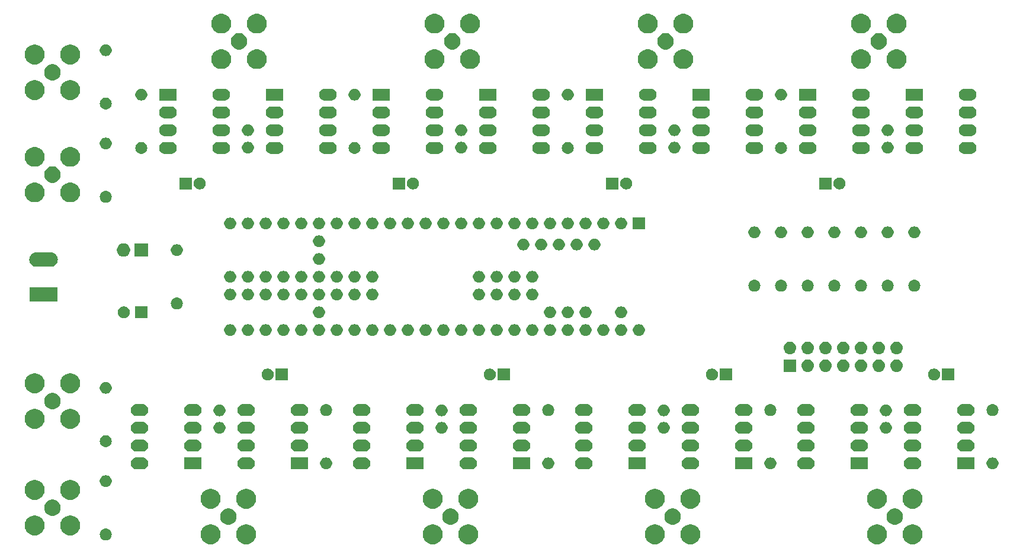
<source format=gts>
G04 #@! TF.GenerationSoftware,KiCad,Pcbnew,(5.1.0)-1*
G04 #@! TF.CreationDate,2019-05-08T17:57:03+02:00*
G04 #@! TF.ProjectId,cascade_trigger,63617363-6164-4655-9f74-726967676572,rev?*
G04 #@! TF.SameCoordinates,Original*
G04 #@! TF.FileFunction,Soldermask,Top*
G04 #@! TF.FilePolarity,Negative*
%FSLAX46Y46*%
G04 Gerber Fmt 4.6, Leading zero omitted, Abs format (unit mm)*
G04 Created by KiCad (PCBNEW (5.1.0)-1) date 2019-05-08 17:57:03*
%MOMM*%
%LPD*%
G04 APERTURE LIST*
%ADD10C,0.100000*%
G04 APERTURE END LIST*
D10*
G36*
X144803223Y-63376304D02*
G01*
X144940491Y-63403608D01*
X145199096Y-63510726D01*
X145431835Y-63666237D01*
X145629763Y-63864165D01*
X145785274Y-64096904D01*
X145892392Y-64355509D01*
X145892392Y-64355511D01*
X145947000Y-64630042D01*
X145947000Y-64909958D01*
X145919696Y-65047223D01*
X145892392Y-65184491D01*
X145785274Y-65443096D01*
X145629763Y-65675835D01*
X145431835Y-65873763D01*
X145199096Y-66029274D01*
X144940491Y-66136392D01*
X144803224Y-66163696D01*
X144665958Y-66191000D01*
X144386042Y-66191000D01*
X144248776Y-66163696D01*
X144111509Y-66136392D01*
X143852904Y-66029274D01*
X143620165Y-65873763D01*
X143422237Y-65675835D01*
X143266726Y-65443096D01*
X143159608Y-65184491D01*
X143132304Y-65047223D01*
X143105000Y-64909958D01*
X143105000Y-64630042D01*
X143159608Y-64355511D01*
X143159608Y-64355509D01*
X143266726Y-64096904D01*
X143422237Y-63864165D01*
X143620165Y-63666237D01*
X143852904Y-63510726D01*
X144111509Y-63403608D01*
X144248777Y-63376304D01*
X144386042Y-63349000D01*
X144665958Y-63349000D01*
X144803223Y-63376304D01*
X144803223Y-63376304D01*
G37*
G36*
X49553223Y-63376304D02*
G01*
X49690491Y-63403608D01*
X49949096Y-63510726D01*
X50181835Y-63666237D01*
X50379763Y-63864165D01*
X50535274Y-64096904D01*
X50642392Y-64355509D01*
X50642392Y-64355511D01*
X50697000Y-64630042D01*
X50697000Y-64909958D01*
X50669696Y-65047224D01*
X50642392Y-65184491D01*
X50535274Y-65443096D01*
X50379763Y-65675835D01*
X50181835Y-65873763D01*
X49949096Y-66029274D01*
X49690491Y-66136392D01*
X49553224Y-66163696D01*
X49415958Y-66191000D01*
X49136042Y-66191000D01*
X48998776Y-66163696D01*
X48861509Y-66136392D01*
X48602904Y-66029274D01*
X48370165Y-65873763D01*
X48172237Y-65675835D01*
X48016726Y-65443096D01*
X47909608Y-65184491D01*
X47882304Y-65047224D01*
X47855000Y-64909958D01*
X47855000Y-64630042D01*
X47909608Y-64355511D01*
X47909608Y-64355509D01*
X48016726Y-64096904D01*
X48172237Y-63864165D01*
X48370165Y-63666237D01*
X48602904Y-63510726D01*
X48861509Y-63403608D01*
X48998777Y-63376304D01*
X49136042Y-63349000D01*
X49415958Y-63349000D01*
X49553223Y-63376304D01*
X49553223Y-63376304D01*
G37*
G36*
X44473223Y-63376304D02*
G01*
X44610491Y-63403608D01*
X44869096Y-63510726D01*
X45101835Y-63666237D01*
X45299763Y-63864165D01*
X45455274Y-64096904D01*
X45562392Y-64355509D01*
X45562392Y-64355511D01*
X45617000Y-64630042D01*
X45617000Y-64909958D01*
X45589696Y-65047224D01*
X45562392Y-65184491D01*
X45455274Y-65443096D01*
X45299763Y-65675835D01*
X45101835Y-65873763D01*
X44869096Y-66029274D01*
X44610491Y-66136392D01*
X44473224Y-66163696D01*
X44335958Y-66191000D01*
X44056042Y-66191000D01*
X43918776Y-66163696D01*
X43781509Y-66136392D01*
X43522904Y-66029274D01*
X43290165Y-65873763D01*
X43092237Y-65675835D01*
X42936726Y-65443096D01*
X42829608Y-65184491D01*
X42802304Y-65047224D01*
X42775000Y-64909958D01*
X42775000Y-64630042D01*
X42829608Y-64355511D01*
X42829608Y-64355509D01*
X42936726Y-64096904D01*
X43092237Y-63864165D01*
X43290165Y-63666237D01*
X43522904Y-63510726D01*
X43781509Y-63403608D01*
X43918777Y-63376304D01*
X44056042Y-63349000D01*
X44335958Y-63349000D01*
X44473223Y-63376304D01*
X44473223Y-63376304D01*
G37*
G36*
X81303223Y-63376304D02*
G01*
X81440491Y-63403608D01*
X81699096Y-63510726D01*
X81931835Y-63666237D01*
X82129763Y-63864165D01*
X82285274Y-64096904D01*
X82392392Y-64355509D01*
X82392392Y-64355511D01*
X82447000Y-64630042D01*
X82447000Y-64909958D01*
X82419696Y-65047223D01*
X82392392Y-65184491D01*
X82285274Y-65443096D01*
X82129763Y-65675835D01*
X81931835Y-65873763D01*
X81699096Y-66029274D01*
X81440491Y-66136392D01*
X81303224Y-66163696D01*
X81165958Y-66191000D01*
X80886042Y-66191000D01*
X80748776Y-66163696D01*
X80611509Y-66136392D01*
X80352904Y-66029274D01*
X80120165Y-65873763D01*
X79922237Y-65675835D01*
X79766726Y-65443096D01*
X79659608Y-65184491D01*
X79632304Y-65047224D01*
X79605000Y-64909958D01*
X79605000Y-64630042D01*
X79659608Y-64355511D01*
X79659608Y-64355509D01*
X79766726Y-64096904D01*
X79922237Y-63864165D01*
X80120165Y-63666237D01*
X80352904Y-63510726D01*
X80611509Y-63403608D01*
X80748777Y-63376304D01*
X80886042Y-63349000D01*
X81165958Y-63349000D01*
X81303223Y-63376304D01*
X81303223Y-63376304D01*
G37*
G36*
X76223223Y-63376304D02*
G01*
X76360491Y-63403608D01*
X76619096Y-63510726D01*
X76851835Y-63666237D01*
X77049763Y-63864165D01*
X77205274Y-64096904D01*
X77312392Y-64355509D01*
X77312392Y-64355511D01*
X77367000Y-64630042D01*
X77367000Y-64909958D01*
X77339696Y-65047223D01*
X77312392Y-65184491D01*
X77205274Y-65443096D01*
X77049763Y-65675835D01*
X76851835Y-65873763D01*
X76619096Y-66029274D01*
X76360491Y-66136392D01*
X76223224Y-66163696D01*
X76085958Y-66191000D01*
X75806042Y-66191000D01*
X75668776Y-66163696D01*
X75531509Y-66136392D01*
X75272904Y-66029274D01*
X75040165Y-65873763D01*
X74842237Y-65675835D01*
X74686726Y-65443096D01*
X74579608Y-65184491D01*
X74552304Y-65047224D01*
X74525000Y-64909958D01*
X74525000Y-64630042D01*
X74579608Y-64355511D01*
X74579608Y-64355509D01*
X74686726Y-64096904D01*
X74842237Y-63864165D01*
X75040165Y-63666237D01*
X75272904Y-63510726D01*
X75531509Y-63403608D01*
X75668777Y-63376304D01*
X75806042Y-63349000D01*
X76085958Y-63349000D01*
X76223223Y-63376304D01*
X76223223Y-63376304D01*
G37*
G36*
X113053223Y-63376304D02*
G01*
X113190491Y-63403608D01*
X113449096Y-63510726D01*
X113681835Y-63666237D01*
X113879763Y-63864165D01*
X114035274Y-64096904D01*
X114142392Y-64355509D01*
X114142392Y-64355511D01*
X114197000Y-64630042D01*
X114197000Y-64909958D01*
X114169696Y-65047223D01*
X114142392Y-65184491D01*
X114035274Y-65443096D01*
X113879763Y-65675835D01*
X113681835Y-65873763D01*
X113449096Y-66029274D01*
X113190491Y-66136392D01*
X113053224Y-66163696D01*
X112915958Y-66191000D01*
X112636042Y-66191000D01*
X112498776Y-66163696D01*
X112361509Y-66136392D01*
X112102904Y-66029274D01*
X111870165Y-65873763D01*
X111672237Y-65675835D01*
X111516726Y-65443096D01*
X111409608Y-65184491D01*
X111382304Y-65047223D01*
X111355000Y-64909958D01*
X111355000Y-64630042D01*
X111409608Y-64355511D01*
X111409608Y-64355509D01*
X111516726Y-64096904D01*
X111672237Y-63864165D01*
X111870165Y-63666237D01*
X112102904Y-63510726D01*
X112361509Y-63403608D01*
X112498777Y-63376304D01*
X112636042Y-63349000D01*
X112915958Y-63349000D01*
X113053223Y-63376304D01*
X113053223Y-63376304D01*
G37*
G36*
X107973223Y-63376304D02*
G01*
X108110491Y-63403608D01*
X108369096Y-63510726D01*
X108601835Y-63666237D01*
X108799763Y-63864165D01*
X108955274Y-64096904D01*
X109062392Y-64355509D01*
X109062392Y-64355511D01*
X109117000Y-64630042D01*
X109117000Y-64909958D01*
X109089696Y-65047223D01*
X109062392Y-65184491D01*
X108955274Y-65443096D01*
X108799763Y-65675835D01*
X108601835Y-65873763D01*
X108369096Y-66029274D01*
X108110491Y-66136392D01*
X107973224Y-66163696D01*
X107835958Y-66191000D01*
X107556042Y-66191000D01*
X107418776Y-66163696D01*
X107281509Y-66136392D01*
X107022904Y-66029274D01*
X106790165Y-65873763D01*
X106592237Y-65675835D01*
X106436726Y-65443096D01*
X106329608Y-65184491D01*
X106302304Y-65047223D01*
X106275000Y-64909958D01*
X106275000Y-64630042D01*
X106329608Y-64355511D01*
X106329608Y-64355509D01*
X106436726Y-64096904D01*
X106592237Y-63864165D01*
X106790165Y-63666237D01*
X107022904Y-63510726D01*
X107281509Y-63403608D01*
X107418777Y-63376304D01*
X107556042Y-63349000D01*
X107835958Y-63349000D01*
X107973223Y-63376304D01*
X107973223Y-63376304D01*
G37*
G36*
X139723223Y-63376304D02*
G01*
X139860491Y-63403608D01*
X140119096Y-63510726D01*
X140351835Y-63666237D01*
X140549763Y-63864165D01*
X140705274Y-64096904D01*
X140812392Y-64355509D01*
X140812392Y-64355511D01*
X140867000Y-64630042D01*
X140867000Y-64909958D01*
X140839696Y-65047223D01*
X140812392Y-65184491D01*
X140705274Y-65443096D01*
X140549763Y-65675835D01*
X140351835Y-65873763D01*
X140119096Y-66029274D01*
X139860491Y-66136392D01*
X139723224Y-66163696D01*
X139585958Y-66191000D01*
X139306042Y-66191000D01*
X139168776Y-66163696D01*
X139031509Y-66136392D01*
X138772904Y-66029274D01*
X138540165Y-65873763D01*
X138342237Y-65675835D01*
X138186726Y-65443096D01*
X138079608Y-65184491D01*
X138052304Y-65047223D01*
X138025000Y-64909958D01*
X138025000Y-64630042D01*
X138079608Y-64355511D01*
X138079608Y-64355509D01*
X138186726Y-64096904D01*
X138342237Y-63864165D01*
X138540165Y-63666237D01*
X138772904Y-63510726D01*
X139031509Y-63403608D01*
X139168777Y-63376304D01*
X139306042Y-63349000D01*
X139585958Y-63349000D01*
X139723223Y-63376304D01*
X139723223Y-63376304D01*
G37*
G36*
X29376823Y-63931313D02*
G01*
X29537242Y-63979976D01*
X29669906Y-64050886D01*
X29685078Y-64058996D01*
X29814659Y-64165341D01*
X29921004Y-64294922D01*
X29921005Y-64294924D01*
X30000024Y-64442758D01*
X30048687Y-64603177D01*
X30065117Y-64770000D01*
X30048687Y-64936823D01*
X30000024Y-65097242D01*
X29953389Y-65184489D01*
X29921004Y-65245078D01*
X29814659Y-65374659D01*
X29685078Y-65481004D01*
X29685076Y-65481005D01*
X29537242Y-65560024D01*
X29376823Y-65608687D01*
X29251804Y-65621000D01*
X29168196Y-65621000D01*
X29043177Y-65608687D01*
X28882758Y-65560024D01*
X28734924Y-65481005D01*
X28734922Y-65481004D01*
X28605341Y-65374659D01*
X28498996Y-65245078D01*
X28466611Y-65184489D01*
X28419976Y-65097242D01*
X28371313Y-64936823D01*
X28354883Y-64770000D01*
X28371313Y-64603177D01*
X28419976Y-64442758D01*
X28498995Y-64294924D01*
X28498996Y-64294922D01*
X28605341Y-64165341D01*
X28734922Y-64058996D01*
X28750094Y-64050886D01*
X28882758Y-63979976D01*
X29043177Y-63931313D01*
X29168196Y-63919000D01*
X29251804Y-63919000D01*
X29376823Y-63931313D01*
X29376823Y-63931313D01*
G37*
G36*
X24407223Y-62106304D02*
G01*
X24544491Y-62133608D01*
X24803096Y-62240726D01*
X25035835Y-62396237D01*
X25233763Y-62594165D01*
X25389274Y-62826904D01*
X25496392Y-63085509D01*
X25523696Y-63222777D01*
X25551000Y-63360042D01*
X25551000Y-63639958D01*
X25523696Y-63777224D01*
X25496392Y-63914491D01*
X25389274Y-64173096D01*
X25233763Y-64405835D01*
X25035835Y-64603763D01*
X24803096Y-64759274D01*
X24544491Y-64866392D01*
X24407224Y-64893696D01*
X24269958Y-64921000D01*
X23990042Y-64921000D01*
X23852776Y-64893696D01*
X23715509Y-64866392D01*
X23456904Y-64759274D01*
X23224165Y-64603763D01*
X23026237Y-64405835D01*
X22870726Y-64173096D01*
X22763608Y-63914491D01*
X22736304Y-63777223D01*
X22709000Y-63639958D01*
X22709000Y-63360042D01*
X22736304Y-63222777D01*
X22763608Y-63085509D01*
X22870726Y-62826904D01*
X23026237Y-62594165D01*
X23224165Y-62396237D01*
X23456904Y-62240726D01*
X23715509Y-62133608D01*
X23852777Y-62106304D01*
X23990042Y-62079000D01*
X24269958Y-62079000D01*
X24407223Y-62106304D01*
X24407223Y-62106304D01*
G37*
G36*
X19327223Y-62106304D02*
G01*
X19464491Y-62133608D01*
X19723096Y-62240726D01*
X19955835Y-62396237D01*
X20153763Y-62594165D01*
X20309274Y-62826904D01*
X20416392Y-63085509D01*
X20443696Y-63222777D01*
X20471000Y-63360042D01*
X20471000Y-63639958D01*
X20443696Y-63777223D01*
X20416392Y-63914491D01*
X20309274Y-64173096D01*
X20153763Y-64405835D01*
X19955835Y-64603763D01*
X19723096Y-64759274D01*
X19464491Y-64866392D01*
X19327224Y-64893696D01*
X19189958Y-64921000D01*
X18910042Y-64921000D01*
X18772776Y-64893696D01*
X18635509Y-64866392D01*
X18376904Y-64759274D01*
X18144165Y-64603763D01*
X17946237Y-64405835D01*
X17790726Y-64173096D01*
X17683608Y-63914491D01*
X17656304Y-63777223D01*
X17629000Y-63639958D01*
X17629000Y-63360042D01*
X17656304Y-63222777D01*
X17683608Y-63085509D01*
X17790726Y-62826904D01*
X17946237Y-62594165D01*
X18144165Y-62396237D01*
X18376904Y-62240726D01*
X18635509Y-62133608D01*
X18772777Y-62106304D01*
X18910042Y-62079000D01*
X19189958Y-62079000D01*
X19327223Y-62106304D01*
X19327223Y-62106304D01*
G37*
G36*
X110577568Y-61104000D02*
G01*
X110790675Y-61192272D01*
X110790677Y-61192273D01*
X110982469Y-61320425D01*
X111145575Y-61483531D01*
X111145576Y-61483533D01*
X111273728Y-61675325D01*
X111362000Y-61888432D01*
X111407000Y-62114665D01*
X111407000Y-62345335D01*
X111362000Y-62571568D01*
X111273728Y-62784675D01*
X111273727Y-62784677D01*
X111145575Y-62976469D01*
X110982469Y-63139575D01*
X110790677Y-63267727D01*
X110790676Y-63267728D01*
X110790675Y-63267728D01*
X110577568Y-63356000D01*
X110351335Y-63401000D01*
X110120665Y-63401000D01*
X109894432Y-63356000D01*
X109681325Y-63267728D01*
X109681324Y-63267728D01*
X109681323Y-63267727D01*
X109489531Y-63139575D01*
X109326425Y-62976469D01*
X109198273Y-62784677D01*
X109198272Y-62784675D01*
X109110000Y-62571568D01*
X109065000Y-62345335D01*
X109065000Y-62114665D01*
X109110000Y-61888432D01*
X109198272Y-61675325D01*
X109326424Y-61483533D01*
X109326425Y-61483531D01*
X109489531Y-61320425D01*
X109681323Y-61192273D01*
X109681325Y-61192272D01*
X109894432Y-61104000D01*
X110120665Y-61059000D01*
X110351335Y-61059000D01*
X110577568Y-61104000D01*
X110577568Y-61104000D01*
G37*
G36*
X78827568Y-61104000D02*
G01*
X79040675Y-61192272D01*
X79040677Y-61192273D01*
X79232469Y-61320425D01*
X79395575Y-61483531D01*
X79395576Y-61483533D01*
X79523728Y-61675325D01*
X79612000Y-61888432D01*
X79657000Y-62114665D01*
X79657000Y-62345335D01*
X79612000Y-62571568D01*
X79523728Y-62784675D01*
X79523727Y-62784677D01*
X79395575Y-62976469D01*
X79232469Y-63139575D01*
X79040677Y-63267727D01*
X79040676Y-63267728D01*
X79040675Y-63267728D01*
X78827568Y-63356000D01*
X78601335Y-63401000D01*
X78370665Y-63401000D01*
X78144432Y-63356000D01*
X77931325Y-63267728D01*
X77931324Y-63267728D01*
X77931323Y-63267727D01*
X77739531Y-63139575D01*
X77576425Y-62976469D01*
X77448273Y-62784677D01*
X77448272Y-62784675D01*
X77360000Y-62571568D01*
X77315000Y-62345335D01*
X77315000Y-62114665D01*
X77360000Y-61888432D01*
X77448272Y-61675325D01*
X77576424Y-61483533D01*
X77576425Y-61483531D01*
X77739531Y-61320425D01*
X77931323Y-61192273D01*
X77931325Y-61192272D01*
X78144432Y-61104000D01*
X78370665Y-61059000D01*
X78601335Y-61059000D01*
X78827568Y-61104000D01*
X78827568Y-61104000D01*
G37*
G36*
X47077568Y-61104000D02*
G01*
X47290675Y-61192272D01*
X47290677Y-61192273D01*
X47482469Y-61320425D01*
X47645575Y-61483531D01*
X47645576Y-61483533D01*
X47773728Y-61675325D01*
X47862000Y-61888432D01*
X47907000Y-62114665D01*
X47907000Y-62345335D01*
X47862000Y-62571568D01*
X47773728Y-62784675D01*
X47773727Y-62784677D01*
X47645575Y-62976469D01*
X47482469Y-63139575D01*
X47290677Y-63267727D01*
X47290676Y-63267728D01*
X47290675Y-63267728D01*
X47077568Y-63356000D01*
X46851335Y-63401000D01*
X46620665Y-63401000D01*
X46394432Y-63356000D01*
X46181325Y-63267728D01*
X46181324Y-63267728D01*
X46181323Y-63267727D01*
X45989531Y-63139575D01*
X45826425Y-62976469D01*
X45698273Y-62784677D01*
X45698272Y-62784675D01*
X45610000Y-62571568D01*
X45565000Y-62345335D01*
X45565000Y-62114665D01*
X45610000Y-61888432D01*
X45698272Y-61675325D01*
X45826424Y-61483533D01*
X45826425Y-61483531D01*
X45989531Y-61320425D01*
X46181323Y-61192273D01*
X46181325Y-61192272D01*
X46394432Y-61104000D01*
X46620665Y-61059000D01*
X46851335Y-61059000D01*
X47077568Y-61104000D01*
X47077568Y-61104000D01*
G37*
G36*
X142327568Y-61104000D02*
G01*
X142540675Y-61192272D01*
X142540677Y-61192273D01*
X142732469Y-61320425D01*
X142895575Y-61483531D01*
X142895576Y-61483533D01*
X143023728Y-61675325D01*
X143112000Y-61888432D01*
X143157000Y-62114665D01*
X143157000Y-62345335D01*
X143112000Y-62571568D01*
X143023728Y-62784675D01*
X143023727Y-62784677D01*
X142895575Y-62976469D01*
X142732469Y-63139575D01*
X142540677Y-63267727D01*
X142540676Y-63267728D01*
X142540675Y-63267728D01*
X142327568Y-63356000D01*
X142101335Y-63401000D01*
X141870665Y-63401000D01*
X141644432Y-63356000D01*
X141431325Y-63267728D01*
X141431324Y-63267728D01*
X141431323Y-63267727D01*
X141239531Y-63139575D01*
X141076425Y-62976469D01*
X140948273Y-62784677D01*
X140948272Y-62784675D01*
X140860000Y-62571568D01*
X140815000Y-62345335D01*
X140815000Y-62114665D01*
X140860000Y-61888432D01*
X140948272Y-61675325D01*
X141076424Y-61483533D01*
X141076425Y-61483531D01*
X141239531Y-61320425D01*
X141431323Y-61192273D01*
X141431325Y-61192272D01*
X141644432Y-61104000D01*
X141870665Y-61059000D01*
X142101335Y-61059000D01*
X142327568Y-61104000D01*
X142327568Y-61104000D01*
G37*
G36*
X21931568Y-59834000D02*
G01*
X22144675Y-59922272D01*
X22144677Y-59922273D01*
X22336469Y-60050425D01*
X22499575Y-60213531D01*
X22599512Y-60363097D01*
X22627728Y-60405325D01*
X22716000Y-60618432D01*
X22761000Y-60844665D01*
X22761000Y-61075335D01*
X22716000Y-61301568D01*
X22640628Y-61483531D01*
X22627727Y-61514677D01*
X22499575Y-61706469D01*
X22336469Y-61869575D01*
X22144677Y-61997727D01*
X22144676Y-61997728D01*
X22144675Y-61997728D01*
X21931568Y-62086000D01*
X21705335Y-62131000D01*
X21474665Y-62131000D01*
X21248432Y-62086000D01*
X21035325Y-61997728D01*
X21035324Y-61997728D01*
X21035323Y-61997727D01*
X20843531Y-61869575D01*
X20680425Y-61706469D01*
X20552273Y-61514677D01*
X20539372Y-61483531D01*
X20464000Y-61301568D01*
X20419000Y-61075335D01*
X20419000Y-60844665D01*
X20464000Y-60618432D01*
X20552272Y-60405325D01*
X20580488Y-60363097D01*
X20680425Y-60213531D01*
X20843531Y-60050425D01*
X21035323Y-59922273D01*
X21035325Y-59922272D01*
X21248432Y-59834000D01*
X21474665Y-59789000D01*
X21705335Y-59789000D01*
X21931568Y-59834000D01*
X21931568Y-59834000D01*
G37*
G36*
X76223223Y-58296304D02*
G01*
X76360491Y-58323608D01*
X76619096Y-58430726D01*
X76851835Y-58586237D01*
X77049763Y-58784165D01*
X77205274Y-59016904D01*
X77312392Y-59275509D01*
X77312392Y-59275511D01*
X77367000Y-59550042D01*
X77367000Y-59829958D01*
X77348637Y-59922272D01*
X77312392Y-60104491D01*
X77205274Y-60363096D01*
X77049763Y-60595835D01*
X76851835Y-60793763D01*
X76619096Y-60949274D01*
X76360491Y-61056392D01*
X76265267Y-61075333D01*
X76085958Y-61111000D01*
X75806042Y-61111000D01*
X75626733Y-61075333D01*
X75531509Y-61056392D01*
X75272904Y-60949274D01*
X75040165Y-60793763D01*
X74842237Y-60595835D01*
X74686726Y-60363096D01*
X74579608Y-60104491D01*
X74543363Y-59922272D01*
X74525000Y-59829958D01*
X74525000Y-59550042D01*
X74579608Y-59275511D01*
X74579608Y-59275509D01*
X74686726Y-59016904D01*
X74842237Y-58784165D01*
X75040165Y-58586237D01*
X75272904Y-58430726D01*
X75531509Y-58323608D01*
X75668777Y-58296304D01*
X75806042Y-58269000D01*
X76085958Y-58269000D01*
X76223223Y-58296304D01*
X76223223Y-58296304D01*
G37*
G36*
X139723223Y-58296304D02*
G01*
X139860491Y-58323608D01*
X140119096Y-58430726D01*
X140351835Y-58586237D01*
X140549763Y-58784165D01*
X140705274Y-59016904D01*
X140812392Y-59275509D01*
X140812392Y-59275511D01*
X140867000Y-59550042D01*
X140867000Y-59829958D01*
X140848637Y-59922272D01*
X140812392Y-60104491D01*
X140705274Y-60363096D01*
X140549763Y-60595835D01*
X140351835Y-60793763D01*
X140119096Y-60949274D01*
X139860491Y-61056392D01*
X139765267Y-61075333D01*
X139585958Y-61111000D01*
X139306042Y-61111000D01*
X139126733Y-61075333D01*
X139031509Y-61056392D01*
X138772904Y-60949274D01*
X138540165Y-60793763D01*
X138342237Y-60595835D01*
X138186726Y-60363096D01*
X138079608Y-60104491D01*
X138043363Y-59922272D01*
X138025000Y-59829958D01*
X138025000Y-59550042D01*
X138079608Y-59275511D01*
X138079608Y-59275509D01*
X138186726Y-59016904D01*
X138342237Y-58784165D01*
X138540165Y-58586237D01*
X138772904Y-58430726D01*
X139031509Y-58323608D01*
X139168777Y-58296304D01*
X139306042Y-58269000D01*
X139585958Y-58269000D01*
X139723223Y-58296304D01*
X139723223Y-58296304D01*
G37*
G36*
X144803223Y-58296304D02*
G01*
X144940491Y-58323608D01*
X145199096Y-58430726D01*
X145431835Y-58586237D01*
X145629763Y-58784165D01*
X145785274Y-59016904D01*
X145892392Y-59275509D01*
X145892392Y-59275511D01*
X145947000Y-59550042D01*
X145947000Y-59829958D01*
X145928637Y-59922272D01*
X145892392Y-60104491D01*
X145785274Y-60363096D01*
X145629763Y-60595835D01*
X145431835Y-60793763D01*
X145199096Y-60949274D01*
X144940491Y-61056392D01*
X144845267Y-61075333D01*
X144665958Y-61111000D01*
X144386042Y-61111000D01*
X144206733Y-61075333D01*
X144111509Y-61056392D01*
X143852904Y-60949274D01*
X143620165Y-60793763D01*
X143422237Y-60595835D01*
X143266726Y-60363096D01*
X143159608Y-60104491D01*
X143123363Y-59922272D01*
X143105000Y-59829958D01*
X143105000Y-59550042D01*
X143159608Y-59275511D01*
X143159608Y-59275509D01*
X143266726Y-59016904D01*
X143422237Y-58784165D01*
X143620165Y-58586237D01*
X143852904Y-58430726D01*
X144111509Y-58323608D01*
X144248777Y-58296304D01*
X144386042Y-58269000D01*
X144665958Y-58269000D01*
X144803223Y-58296304D01*
X144803223Y-58296304D01*
G37*
G36*
X44473223Y-58296304D02*
G01*
X44610491Y-58323608D01*
X44869096Y-58430726D01*
X45101835Y-58586237D01*
X45299763Y-58784165D01*
X45455274Y-59016904D01*
X45562392Y-59275509D01*
X45562392Y-59275511D01*
X45617000Y-59550042D01*
X45617000Y-59829958D01*
X45598637Y-59922272D01*
X45562392Y-60104491D01*
X45455274Y-60363096D01*
X45299763Y-60595835D01*
X45101835Y-60793763D01*
X44869096Y-60949274D01*
X44610491Y-61056392D01*
X44515267Y-61075333D01*
X44335958Y-61111000D01*
X44056042Y-61111000D01*
X43876733Y-61075333D01*
X43781509Y-61056392D01*
X43522904Y-60949274D01*
X43290165Y-60793763D01*
X43092237Y-60595835D01*
X42936726Y-60363096D01*
X42829608Y-60104491D01*
X42793363Y-59922272D01*
X42775000Y-59829958D01*
X42775000Y-59550042D01*
X42829608Y-59275511D01*
X42829608Y-59275509D01*
X42936726Y-59016904D01*
X43092237Y-58784165D01*
X43290165Y-58586237D01*
X43522904Y-58430726D01*
X43781509Y-58323608D01*
X43918777Y-58296304D01*
X44056042Y-58269000D01*
X44335958Y-58269000D01*
X44473223Y-58296304D01*
X44473223Y-58296304D01*
G37*
G36*
X113053223Y-58296304D02*
G01*
X113190491Y-58323608D01*
X113449096Y-58430726D01*
X113681835Y-58586237D01*
X113879763Y-58784165D01*
X114035274Y-59016904D01*
X114142392Y-59275509D01*
X114142392Y-59275511D01*
X114197000Y-59550042D01*
X114197000Y-59829958D01*
X114178637Y-59922272D01*
X114142392Y-60104491D01*
X114035274Y-60363096D01*
X113879763Y-60595835D01*
X113681835Y-60793763D01*
X113449096Y-60949274D01*
X113190491Y-61056392D01*
X113095267Y-61075333D01*
X112915958Y-61111000D01*
X112636042Y-61111000D01*
X112456733Y-61075333D01*
X112361509Y-61056392D01*
X112102904Y-60949274D01*
X111870165Y-60793763D01*
X111672237Y-60595835D01*
X111516726Y-60363096D01*
X111409608Y-60104491D01*
X111373363Y-59922272D01*
X111355000Y-59829958D01*
X111355000Y-59550042D01*
X111409608Y-59275511D01*
X111409608Y-59275509D01*
X111516726Y-59016904D01*
X111672237Y-58784165D01*
X111870165Y-58586237D01*
X112102904Y-58430726D01*
X112361509Y-58323608D01*
X112498777Y-58296304D01*
X112636042Y-58269000D01*
X112915958Y-58269000D01*
X113053223Y-58296304D01*
X113053223Y-58296304D01*
G37*
G36*
X49553223Y-58296304D02*
G01*
X49690491Y-58323608D01*
X49949096Y-58430726D01*
X50181835Y-58586237D01*
X50379763Y-58784165D01*
X50535274Y-59016904D01*
X50642392Y-59275509D01*
X50642392Y-59275511D01*
X50697000Y-59550042D01*
X50697000Y-59829958D01*
X50678637Y-59922272D01*
X50642392Y-60104491D01*
X50535274Y-60363096D01*
X50379763Y-60595835D01*
X50181835Y-60793763D01*
X49949096Y-60949274D01*
X49690491Y-61056392D01*
X49595267Y-61075333D01*
X49415958Y-61111000D01*
X49136042Y-61111000D01*
X48956733Y-61075333D01*
X48861509Y-61056392D01*
X48602904Y-60949274D01*
X48370165Y-60793763D01*
X48172237Y-60595835D01*
X48016726Y-60363096D01*
X47909608Y-60104491D01*
X47873363Y-59922272D01*
X47855000Y-59829958D01*
X47855000Y-59550042D01*
X47909608Y-59275511D01*
X47909608Y-59275509D01*
X48016726Y-59016904D01*
X48172237Y-58784165D01*
X48370165Y-58586237D01*
X48602904Y-58430726D01*
X48861509Y-58323608D01*
X48998777Y-58296304D01*
X49136042Y-58269000D01*
X49415958Y-58269000D01*
X49553223Y-58296304D01*
X49553223Y-58296304D01*
G37*
G36*
X81303223Y-58296304D02*
G01*
X81440491Y-58323608D01*
X81699096Y-58430726D01*
X81931835Y-58586237D01*
X82129763Y-58784165D01*
X82285274Y-59016904D01*
X82392392Y-59275509D01*
X82392392Y-59275511D01*
X82447000Y-59550042D01*
X82447000Y-59829958D01*
X82428637Y-59922272D01*
X82392392Y-60104491D01*
X82285274Y-60363096D01*
X82129763Y-60595835D01*
X81931835Y-60793763D01*
X81699096Y-60949274D01*
X81440491Y-61056392D01*
X81345267Y-61075333D01*
X81165958Y-61111000D01*
X80886042Y-61111000D01*
X80706733Y-61075333D01*
X80611509Y-61056392D01*
X80352904Y-60949274D01*
X80120165Y-60793763D01*
X79922237Y-60595835D01*
X79766726Y-60363096D01*
X79659608Y-60104491D01*
X79623363Y-59922272D01*
X79605000Y-59829958D01*
X79605000Y-59550042D01*
X79659608Y-59275511D01*
X79659608Y-59275509D01*
X79766726Y-59016904D01*
X79922237Y-58784165D01*
X80120165Y-58586237D01*
X80352904Y-58430726D01*
X80611509Y-58323608D01*
X80748777Y-58296304D01*
X80886042Y-58269000D01*
X81165958Y-58269000D01*
X81303223Y-58296304D01*
X81303223Y-58296304D01*
G37*
G36*
X107973223Y-58296304D02*
G01*
X108110491Y-58323608D01*
X108369096Y-58430726D01*
X108601835Y-58586237D01*
X108799763Y-58784165D01*
X108955274Y-59016904D01*
X109062392Y-59275509D01*
X109062392Y-59275511D01*
X109117000Y-59550042D01*
X109117000Y-59829958D01*
X109098637Y-59922272D01*
X109062392Y-60104491D01*
X108955274Y-60363096D01*
X108799763Y-60595835D01*
X108601835Y-60793763D01*
X108369096Y-60949274D01*
X108110491Y-61056392D01*
X108015267Y-61075333D01*
X107835958Y-61111000D01*
X107556042Y-61111000D01*
X107376733Y-61075333D01*
X107281509Y-61056392D01*
X107022904Y-60949274D01*
X106790165Y-60793763D01*
X106592237Y-60595835D01*
X106436726Y-60363096D01*
X106329608Y-60104491D01*
X106293363Y-59922272D01*
X106275000Y-59829958D01*
X106275000Y-59550042D01*
X106329608Y-59275511D01*
X106329608Y-59275509D01*
X106436726Y-59016904D01*
X106592237Y-58784165D01*
X106790165Y-58586237D01*
X107022904Y-58430726D01*
X107281509Y-58323608D01*
X107418777Y-58296304D01*
X107556042Y-58269000D01*
X107835958Y-58269000D01*
X107973223Y-58296304D01*
X107973223Y-58296304D01*
G37*
G36*
X19327223Y-57026304D02*
G01*
X19464491Y-57053608D01*
X19723096Y-57160726D01*
X19955835Y-57316237D01*
X20153763Y-57514165D01*
X20309274Y-57746904D01*
X20416392Y-58005509D01*
X20416392Y-58005511D01*
X20471000Y-58280042D01*
X20471000Y-58559958D01*
X20443696Y-58697224D01*
X20416392Y-58834491D01*
X20309274Y-59093096D01*
X20153763Y-59325835D01*
X19955835Y-59523763D01*
X19723096Y-59679274D01*
X19464491Y-59786392D01*
X19327223Y-59813696D01*
X19189958Y-59841000D01*
X18910042Y-59841000D01*
X18772777Y-59813696D01*
X18635509Y-59786392D01*
X18376904Y-59679274D01*
X18144165Y-59523763D01*
X17946237Y-59325835D01*
X17790726Y-59093096D01*
X17683608Y-58834491D01*
X17656304Y-58697224D01*
X17629000Y-58559958D01*
X17629000Y-58280042D01*
X17683608Y-58005511D01*
X17683608Y-58005509D01*
X17790726Y-57746904D01*
X17946237Y-57514165D01*
X18144165Y-57316237D01*
X18376904Y-57160726D01*
X18635509Y-57053608D01*
X18772777Y-57026304D01*
X18910042Y-56999000D01*
X19189958Y-56999000D01*
X19327223Y-57026304D01*
X19327223Y-57026304D01*
G37*
G36*
X24407223Y-57026304D02*
G01*
X24544491Y-57053608D01*
X24803096Y-57160726D01*
X25035835Y-57316237D01*
X25233763Y-57514165D01*
X25389274Y-57746904D01*
X25496392Y-58005509D01*
X25496392Y-58005511D01*
X25551000Y-58280042D01*
X25551000Y-58559958D01*
X25523696Y-58697224D01*
X25496392Y-58834491D01*
X25389274Y-59093096D01*
X25233763Y-59325835D01*
X25035835Y-59523763D01*
X24803096Y-59679274D01*
X24544491Y-59786392D01*
X24407223Y-59813696D01*
X24269958Y-59841000D01*
X23990042Y-59841000D01*
X23852777Y-59813696D01*
X23715509Y-59786392D01*
X23456904Y-59679274D01*
X23224165Y-59523763D01*
X23026237Y-59325835D01*
X22870726Y-59093096D01*
X22763608Y-58834491D01*
X22736304Y-58697224D01*
X22709000Y-58559958D01*
X22709000Y-58280042D01*
X22763608Y-58005511D01*
X22763608Y-58005509D01*
X22870726Y-57746904D01*
X23026237Y-57514165D01*
X23224165Y-57316237D01*
X23456904Y-57160726D01*
X23715509Y-57053608D01*
X23852777Y-57026304D01*
X23990042Y-56999000D01*
X24269958Y-56999000D01*
X24407223Y-57026304D01*
X24407223Y-57026304D01*
G37*
G36*
X29458228Y-56331703D02*
G01*
X29613100Y-56395853D01*
X29752481Y-56488985D01*
X29871015Y-56607519D01*
X29964147Y-56746900D01*
X30028297Y-56901772D01*
X30061000Y-57066184D01*
X30061000Y-57233816D01*
X30028297Y-57398228D01*
X29964147Y-57553100D01*
X29871015Y-57692481D01*
X29752481Y-57811015D01*
X29613100Y-57904147D01*
X29458228Y-57968297D01*
X29293816Y-58001000D01*
X29126184Y-58001000D01*
X28961772Y-57968297D01*
X28806900Y-57904147D01*
X28667519Y-57811015D01*
X28548985Y-57692481D01*
X28455853Y-57553100D01*
X28391703Y-57398228D01*
X28359000Y-57233816D01*
X28359000Y-57066184D01*
X28391703Y-56901772D01*
X28455853Y-56746900D01*
X28548985Y-56607519D01*
X28667519Y-56488985D01*
X28806900Y-56395853D01*
X28961772Y-56331703D01*
X29126184Y-56299000D01*
X29293816Y-56299000D01*
X29458228Y-56331703D01*
X29458228Y-56331703D01*
G37*
G36*
X74657000Y-55461000D02*
G01*
X72155000Y-55461000D01*
X72155000Y-53759000D01*
X74657000Y-53759000D01*
X74657000Y-55461000D01*
X74657000Y-55461000D01*
G37*
G36*
X81592823Y-53771313D02*
G01*
X81753242Y-53819976D01*
X81820361Y-53855852D01*
X81901078Y-53898996D01*
X82030659Y-54005341D01*
X82137004Y-54134922D01*
X82137005Y-54134924D01*
X82216024Y-54282758D01*
X82264687Y-54443177D01*
X82281117Y-54610000D01*
X82264687Y-54776823D01*
X82216024Y-54937242D01*
X82175477Y-55013100D01*
X82137004Y-55085078D01*
X82030659Y-55214659D01*
X81901078Y-55321004D01*
X81901076Y-55321005D01*
X81753242Y-55400024D01*
X81592823Y-55448687D01*
X81467804Y-55461000D01*
X80584196Y-55461000D01*
X80459177Y-55448687D01*
X80298758Y-55400024D01*
X80150924Y-55321005D01*
X80150922Y-55321004D01*
X80021341Y-55214659D01*
X79914996Y-55085078D01*
X79876523Y-55013100D01*
X79835976Y-54937242D01*
X79787313Y-54776823D01*
X79770883Y-54610000D01*
X79787313Y-54443177D01*
X79835976Y-54282758D01*
X79914995Y-54134924D01*
X79914996Y-54134922D01*
X80021341Y-54005341D01*
X80150922Y-53898996D01*
X80231639Y-53855852D01*
X80298758Y-53819976D01*
X80459177Y-53771313D01*
X80584196Y-53759000D01*
X81467804Y-53759000D01*
X81592823Y-53771313D01*
X81592823Y-53771313D01*
G37*
G36*
X66352823Y-53771313D02*
G01*
X66513242Y-53819976D01*
X66580361Y-53855852D01*
X66661078Y-53898996D01*
X66790659Y-54005341D01*
X66897004Y-54134922D01*
X66897005Y-54134924D01*
X66976024Y-54282758D01*
X67024687Y-54443177D01*
X67041117Y-54610000D01*
X67024687Y-54776823D01*
X66976024Y-54937242D01*
X66935477Y-55013100D01*
X66897004Y-55085078D01*
X66790659Y-55214659D01*
X66661078Y-55321004D01*
X66661076Y-55321005D01*
X66513242Y-55400024D01*
X66352823Y-55448687D01*
X66227804Y-55461000D01*
X65344196Y-55461000D01*
X65219177Y-55448687D01*
X65058758Y-55400024D01*
X64910924Y-55321005D01*
X64910922Y-55321004D01*
X64781341Y-55214659D01*
X64674996Y-55085078D01*
X64636523Y-55013100D01*
X64595976Y-54937242D01*
X64547313Y-54776823D01*
X64530883Y-54610000D01*
X64547313Y-54443177D01*
X64595976Y-54282758D01*
X64674995Y-54134924D01*
X64674996Y-54134922D01*
X64781341Y-54005341D01*
X64910922Y-53898996D01*
X64991639Y-53855852D01*
X65058758Y-53819976D01*
X65219177Y-53771313D01*
X65344196Y-53759000D01*
X66227804Y-53759000D01*
X66352823Y-53771313D01*
X66352823Y-53771313D01*
G37*
G36*
X138157000Y-55461000D02*
G01*
X135655000Y-55461000D01*
X135655000Y-53759000D01*
X138157000Y-53759000D01*
X138157000Y-55461000D01*
X138157000Y-55461000D01*
G37*
G36*
X60954228Y-53791703D02*
G01*
X61109100Y-53855853D01*
X61248481Y-53948985D01*
X61367015Y-54067519D01*
X61460147Y-54206900D01*
X61524297Y-54361772D01*
X61557000Y-54526184D01*
X61557000Y-54693816D01*
X61524297Y-54858228D01*
X61460147Y-55013100D01*
X61367015Y-55152481D01*
X61248481Y-55271015D01*
X61109100Y-55364147D01*
X60954228Y-55428297D01*
X60789816Y-55461000D01*
X60622184Y-55461000D01*
X60457772Y-55428297D01*
X60302900Y-55364147D01*
X60163519Y-55271015D01*
X60044985Y-55152481D01*
X59951853Y-55013100D01*
X59887703Y-54858228D01*
X59855000Y-54693816D01*
X59855000Y-54526184D01*
X59887703Y-54361772D01*
X59951853Y-54206900D01*
X60044985Y-54067519D01*
X60163519Y-53948985D01*
X60302900Y-53855853D01*
X60457772Y-53791703D01*
X60622184Y-53759000D01*
X60789816Y-53759000D01*
X60954228Y-53791703D01*
X60954228Y-53791703D01*
G37*
G36*
X58147000Y-55461000D02*
G01*
X55645000Y-55461000D01*
X55645000Y-53759000D01*
X58147000Y-53759000D01*
X58147000Y-55461000D01*
X58147000Y-55461000D01*
G37*
G36*
X145092823Y-53771313D02*
G01*
X145253242Y-53819976D01*
X145320361Y-53855852D01*
X145401078Y-53898996D01*
X145530659Y-54005341D01*
X145637004Y-54134922D01*
X145637005Y-54134924D01*
X145716024Y-54282758D01*
X145764687Y-54443177D01*
X145781117Y-54610000D01*
X145764687Y-54776823D01*
X145716024Y-54937242D01*
X145675477Y-55013100D01*
X145637004Y-55085078D01*
X145530659Y-55214659D01*
X145401078Y-55321004D01*
X145401076Y-55321005D01*
X145253242Y-55400024D01*
X145092823Y-55448687D01*
X144967804Y-55461000D01*
X144084196Y-55461000D01*
X143959177Y-55448687D01*
X143798758Y-55400024D01*
X143650924Y-55321005D01*
X143650922Y-55321004D01*
X143521341Y-55214659D01*
X143414996Y-55085078D01*
X143376523Y-55013100D01*
X143335976Y-54937242D01*
X143287313Y-54776823D01*
X143270883Y-54610000D01*
X143287313Y-54443177D01*
X143335976Y-54282758D01*
X143414995Y-54134924D01*
X143414996Y-54134922D01*
X143521341Y-54005341D01*
X143650922Y-53898996D01*
X143731639Y-53855852D01*
X143798758Y-53819976D01*
X143959177Y-53771313D01*
X144084196Y-53759000D01*
X144967804Y-53759000D01*
X145092823Y-53771313D01*
X145092823Y-53771313D01*
G37*
G36*
X153397000Y-55461000D02*
G01*
X150895000Y-55461000D01*
X150895000Y-53759000D01*
X153397000Y-53759000D01*
X153397000Y-55461000D01*
X153397000Y-55461000D01*
G37*
G36*
X156204228Y-53791703D02*
G01*
X156359100Y-53855853D01*
X156498481Y-53948985D01*
X156617015Y-54067519D01*
X156710147Y-54206900D01*
X156774297Y-54361772D01*
X156807000Y-54526184D01*
X156807000Y-54693816D01*
X156774297Y-54858228D01*
X156710147Y-55013100D01*
X156617015Y-55152481D01*
X156498481Y-55271015D01*
X156359100Y-55364147D01*
X156204228Y-55428297D01*
X156039816Y-55461000D01*
X155872184Y-55461000D01*
X155707772Y-55428297D01*
X155552900Y-55364147D01*
X155413519Y-55271015D01*
X155294985Y-55152481D01*
X155201853Y-55013100D01*
X155137703Y-54858228D01*
X155105000Y-54693816D01*
X155105000Y-54526184D01*
X155137703Y-54361772D01*
X155201853Y-54206900D01*
X155294985Y-54067519D01*
X155413519Y-53948985D01*
X155552900Y-53855853D01*
X155707772Y-53791703D01*
X155872184Y-53759000D01*
X156039816Y-53759000D01*
X156204228Y-53791703D01*
X156204228Y-53791703D01*
G37*
G36*
X98102823Y-53771313D02*
G01*
X98263242Y-53819976D01*
X98330361Y-53855852D01*
X98411078Y-53898996D01*
X98540659Y-54005341D01*
X98647004Y-54134922D01*
X98647005Y-54134924D01*
X98726024Y-54282758D01*
X98774687Y-54443177D01*
X98791117Y-54610000D01*
X98774687Y-54776823D01*
X98726024Y-54937242D01*
X98685477Y-55013100D01*
X98647004Y-55085078D01*
X98540659Y-55214659D01*
X98411078Y-55321004D01*
X98411076Y-55321005D01*
X98263242Y-55400024D01*
X98102823Y-55448687D01*
X97977804Y-55461000D01*
X97094196Y-55461000D01*
X96969177Y-55448687D01*
X96808758Y-55400024D01*
X96660924Y-55321005D01*
X96660922Y-55321004D01*
X96531341Y-55214659D01*
X96424996Y-55085078D01*
X96386523Y-55013100D01*
X96345976Y-54937242D01*
X96297313Y-54776823D01*
X96280883Y-54610000D01*
X96297313Y-54443177D01*
X96345976Y-54282758D01*
X96424995Y-54134924D01*
X96424996Y-54134922D01*
X96531341Y-54005341D01*
X96660922Y-53898996D01*
X96741639Y-53855852D01*
X96808758Y-53819976D01*
X96969177Y-53771313D01*
X97094196Y-53759000D01*
X97977804Y-53759000D01*
X98102823Y-53771313D01*
X98102823Y-53771313D01*
G37*
G36*
X129852823Y-53771313D02*
G01*
X130013242Y-53819976D01*
X130080361Y-53855852D01*
X130161078Y-53898996D01*
X130290659Y-54005341D01*
X130397004Y-54134922D01*
X130397005Y-54134924D01*
X130476024Y-54282758D01*
X130524687Y-54443177D01*
X130541117Y-54610000D01*
X130524687Y-54776823D01*
X130476024Y-54937242D01*
X130435477Y-55013100D01*
X130397004Y-55085078D01*
X130290659Y-55214659D01*
X130161078Y-55321004D01*
X130161076Y-55321005D01*
X130013242Y-55400024D01*
X129852823Y-55448687D01*
X129727804Y-55461000D01*
X128844196Y-55461000D01*
X128719177Y-55448687D01*
X128558758Y-55400024D01*
X128410924Y-55321005D01*
X128410922Y-55321004D01*
X128281341Y-55214659D01*
X128174996Y-55085078D01*
X128136523Y-55013100D01*
X128095976Y-54937242D01*
X128047313Y-54776823D01*
X128030883Y-54610000D01*
X128047313Y-54443177D01*
X128095976Y-54282758D01*
X128174995Y-54134924D01*
X128174996Y-54134922D01*
X128281341Y-54005341D01*
X128410922Y-53898996D01*
X128491639Y-53855852D01*
X128558758Y-53819976D01*
X128719177Y-53771313D01*
X128844196Y-53759000D01*
X129727804Y-53759000D01*
X129852823Y-53771313D01*
X129852823Y-53771313D01*
G37*
G36*
X124454228Y-53791703D02*
G01*
X124609100Y-53855853D01*
X124748481Y-53948985D01*
X124867015Y-54067519D01*
X124960147Y-54206900D01*
X125024297Y-54361772D01*
X125057000Y-54526184D01*
X125057000Y-54693816D01*
X125024297Y-54858228D01*
X124960147Y-55013100D01*
X124867015Y-55152481D01*
X124748481Y-55271015D01*
X124609100Y-55364147D01*
X124454228Y-55428297D01*
X124289816Y-55461000D01*
X124122184Y-55461000D01*
X123957772Y-55428297D01*
X123802900Y-55364147D01*
X123663519Y-55271015D01*
X123544985Y-55152481D01*
X123451853Y-55013100D01*
X123387703Y-54858228D01*
X123355000Y-54693816D01*
X123355000Y-54526184D01*
X123387703Y-54361772D01*
X123451853Y-54206900D01*
X123544985Y-54067519D01*
X123663519Y-53948985D01*
X123802900Y-53855853D01*
X123957772Y-53791703D01*
X124122184Y-53759000D01*
X124289816Y-53759000D01*
X124454228Y-53791703D01*
X124454228Y-53791703D01*
G37*
G36*
X121647000Y-55461000D02*
G01*
X119145000Y-55461000D01*
X119145000Y-53759000D01*
X121647000Y-53759000D01*
X121647000Y-55461000D01*
X121647000Y-55461000D01*
G37*
G36*
X34602823Y-53771313D02*
G01*
X34763242Y-53819976D01*
X34830361Y-53855852D01*
X34911078Y-53898996D01*
X35040659Y-54005341D01*
X35147004Y-54134922D01*
X35147005Y-54134924D01*
X35226024Y-54282758D01*
X35274687Y-54443177D01*
X35291117Y-54610000D01*
X35274687Y-54776823D01*
X35226024Y-54937242D01*
X35185477Y-55013100D01*
X35147004Y-55085078D01*
X35040659Y-55214659D01*
X34911078Y-55321004D01*
X34911076Y-55321005D01*
X34763242Y-55400024D01*
X34602823Y-55448687D01*
X34477804Y-55461000D01*
X33594196Y-55461000D01*
X33469177Y-55448687D01*
X33308758Y-55400024D01*
X33160924Y-55321005D01*
X33160922Y-55321004D01*
X33031341Y-55214659D01*
X32924996Y-55085078D01*
X32886523Y-55013100D01*
X32845976Y-54937242D01*
X32797313Y-54776823D01*
X32780883Y-54610000D01*
X32797313Y-54443177D01*
X32845976Y-54282758D01*
X32924995Y-54134924D01*
X32924996Y-54134922D01*
X33031341Y-54005341D01*
X33160922Y-53898996D01*
X33241639Y-53855852D01*
X33308758Y-53819976D01*
X33469177Y-53771313D01*
X33594196Y-53759000D01*
X34477804Y-53759000D01*
X34602823Y-53771313D01*
X34602823Y-53771313D01*
G37*
G36*
X42907000Y-55461000D02*
G01*
X40405000Y-55461000D01*
X40405000Y-53759000D01*
X42907000Y-53759000D01*
X42907000Y-55461000D01*
X42907000Y-55461000D01*
G37*
G36*
X113342823Y-53771313D02*
G01*
X113503242Y-53819976D01*
X113570361Y-53855852D01*
X113651078Y-53898996D01*
X113780659Y-54005341D01*
X113887004Y-54134922D01*
X113887005Y-54134924D01*
X113966024Y-54282758D01*
X114014687Y-54443177D01*
X114031117Y-54610000D01*
X114014687Y-54776823D01*
X113966024Y-54937242D01*
X113925477Y-55013100D01*
X113887004Y-55085078D01*
X113780659Y-55214659D01*
X113651078Y-55321004D01*
X113651076Y-55321005D01*
X113503242Y-55400024D01*
X113342823Y-55448687D01*
X113217804Y-55461000D01*
X112334196Y-55461000D01*
X112209177Y-55448687D01*
X112048758Y-55400024D01*
X111900924Y-55321005D01*
X111900922Y-55321004D01*
X111771341Y-55214659D01*
X111664996Y-55085078D01*
X111626523Y-55013100D01*
X111585976Y-54937242D01*
X111537313Y-54776823D01*
X111520883Y-54610000D01*
X111537313Y-54443177D01*
X111585976Y-54282758D01*
X111664995Y-54134924D01*
X111664996Y-54134922D01*
X111771341Y-54005341D01*
X111900922Y-53898996D01*
X111981639Y-53855852D01*
X112048758Y-53819976D01*
X112209177Y-53771313D01*
X112334196Y-53759000D01*
X113217804Y-53759000D01*
X113342823Y-53771313D01*
X113342823Y-53771313D01*
G37*
G36*
X106407000Y-55461000D02*
G01*
X103905000Y-55461000D01*
X103905000Y-53759000D01*
X106407000Y-53759000D01*
X106407000Y-55461000D01*
X106407000Y-55461000D01*
G37*
G36*
X92704228Y-53791703D02*
G01*
X92859100Y-53855853D01*
X92998481Y-53948985D01*
X93117015Y-54067519D01*
X93210147Y-54206900D01*
X93274297Y-54361772D01*
X93307000Y-54526184D01*
X93307000Y-54693816D01*
X93274297Y-54858228D01*
X93210147Y-55013100D01*
X93117015Y-55152481D01*
X92998481Y-55271015D01*
X92859100Y-55364147D01*
X92704228Y-55428297D01*
X92539816Y-55461000D01*
X92372184Y-55461000D01*
X92207772Y-55428297D01*
X92052900Y-55364147D01*
X91913519Y-55271015D01*
X91794985Y-55152481D01*
X91701853Y-55013100D01*
X91637703Y-54858228D01*
X91605000Y-54693816D01*
X91605000Y-54526184D01*
X91637703Y-54361772D01*
X91701853Y-54206900D01*
X91794985Y-54067519D01*
X91913519Y-53948985D01*
X92052900Y-53855853D01*
X92207772Y-53791703D01*
X92372184Y-53759000D01*
X92539816Y-53759000D01*
X92704228Y-53791703D01*
X92704228Y-53791703D01*
G37*
G36*
X89897000Y-55461000D02*
G01*
X87395000Y-55461000D01*
X87395000Y-53759000D01*
X89897000Y-53759000D01*
X89897000Y-55461000D01*
X89897000Y-55461000D01*
G37*
G36*
X49842823Y-53771313D02*
G01*
X50003242Y-53819976D01*
X50070361Y-53855852D01*
X50151078Y-53898996D01*
X50280659Y-54005341D01*
X50387004Y-54134922D01*
X50387005Y-54134924D01*
X50466024Y-54282758D01*
X50514687Y-54443177D01*
X50531117Y-54610000D01*
X50514687Y-54776823D01*
X50466024Y-54937242D01*
X50425477Y-55013100D01*
X50387004Y-55085078D01*
X50280659Y-55214659D01*
X50151078Y-55321004D01*
X50151076Y-55321005D01*
X50003242Y-55400024D01*
X49842823Y-55448687D01*
X49717804Y-55461000D01*
X48834196Y-55461000D01*
X48709177Y-55448687D01*
X48548758Y-55400024D01*
X48400924Y-55321005D01*
X48400922Y-55321004D01*
X48271341Y-55214659D01*
X48164996Y-55085078D01*
X48126523Y-55013100D01*
X48085976Y-54937242D01*
X48037313Y-54776823D01*
X48020883Y-54610000D01*
X48037313Y-54443177D01*
X48085976Y-54282758D01*
X48164995Y-54134924D01*
X48164996Y-54134922D01*
X48271341Y-54005341D01*
X48400922Y-53898996D01*
X48481639Y-53855852D01*
X48548758Y-53819976D01*
X48709177Y-53771313D01*
X48834196Y-53759000D01*
X49717804Y-53759000D01*
X49842823Y-53771313D01*
X49842823Y-53771313D01*
G37*
G36*
X145092823Y-51231313D02*
G01*
X145253242Y-51279976D01*
X145385906Y-51350886D01*
X145401078Y-51358996D01*
X145530659Y-51465341D01*
X145637004Y-51594922D01*
X145637005Y-51594924D01*
X145716024Y-51742758D01*
X145764687Y-51903177D01*
X145781117Y-52070000D01*
X145764687Y-52236823D01*
X145716024Y-52397242D01*
X145645114Y-52529906D01*
X145637004Y-52545078D01*
X145530659Y-52674659D01*
X145401078Y-52781004D01*
X145401076Y-52781005D01*
X145253242Y-52860024D01*
X145092823Y-52908687D01*
X144967804Y-52921000D01*
X144084196Y-52921000D01*
X143959177Y-52908687D01*
X143798758Y-52860024D01*
X143650924Y-52781005D01*
X143650922Y-52781004D01*
X143521341Y-52674659D01*
X143414996Y-52545078D01*
X143406886Y-52529906D01*
X143335976Y-52397242D01*
X143287313Y-52236823D01*
X143270883Y-52070000D01*
X143287313Y-51903177D01*
X143335976Y-51742758D01*
X143414995Y-51594924D01*
X143414996Y-51594922D01*
X143521341Y-51465341D01*
X143650922Y-51358996D01*
X143666094Y-51350886D01*
X143798758Y-51279976D01*
X143959177Y-51231313D01*
X144084196Y-51219000D01*
X144967804Y-51219000D01*
X145092823Y-51231313D01*
X145092823Y-51231313D01*
G37*
G36*
X129852823Y-51231313D02*
G01*
X130013242Y-51279976D01*
X130145906Y-51350886D01*
X130161078Y-51358996D01*
X130290659Y-51465341D01*
X130397004Y-51594922D01*
X130397005Y-51594924D01*
X130476024Y-51742758D01*
X130524687Y-51903177D01*
X130541117Y-52070000D01*
X130524687Y-52236823D01*
X130476024Y-52397242D01*
X130405114Y-52529906D01*
X130397004Y-52545078D01*
X130290659Y-52674659D01*
X130161078Y-52781004D01*
X130161076Y-52781005D01*
X130013242Y-52860024D01*
X129852823Y-52908687D01*
X129727804Y-52921000D01*
X128844196Y-52921000D01*
X128719177Y-52908687D01*
X128558758Y-52860024D01*
X128410924Y-52781005D01*
X128410922Y-52781004D01*
X128281341Y-52674659D01*
X128174996Y-52545078D01*
X128166886Y-52529906D01*
X128095976Y-52397242D01*
X128047313Y-52236823D01*
X128030883Y-52070000D01*
X128047313Y-51903177D01*
X128095976Y-51742758D01*
X128174995Y-51594924D01*
X128174996Y-51594922D01*
X128281341Y-51465341D01*
X128410922Y-51358996D01*
X128426094Y-51350886D01*
X128558758Y-51279976D01*
X128719177Y-51231313D01*
X128844196Y-51219000D01*
X129727804Y-51219000D01*
X129852823Y-51231313D01*
X129852823Y-51231313D01*
G37*
G36*
X73972823Y-51231313D02*
G01*
X74133242Y-51279976D01*
X74265906Y-51350886D01*
X74281078Y-51358996D01*
X74410659Y-51465341D01*
X74517004Y-51594922D01*
X74517005Y-51594924D01*
X74596024Y-51742758D01*
X74644687Y-51903177D01*
X74661117Y-52070000D01*
X74644687Y-52236823D01*
X74596024Y-52397242D01*
X74525114Y-52529906D01*
X74517004Y-52545078D01*
X74410659Y-52674659D01*
X74281078Y-52781004D01*
X74281076Y-52781005D01*
X74133242Y-52860024D01*
X73972823Y-52908687D01*
X73847804Y-52921000D01*
X72964196Y-52921000D01*
X72839177Y-52908687D01*
X72678758Y-52860024D01*
X72530924Y-52781005D01*
X72530922Y-52781004D01*
X72401341Y-52674659D01*
X72294996Y-52545078D01*
X72286886Y-52529906D01*
X72215976Y-52397242D01*
X72167313Y-52236823D01*
X72150883Y-52070000D01*
X72167313Y-51903177D01*
X72215976Y-51742758D01*
X72294995Y-51594924D01*
X72294996Y-51594922D01*
X72401341Y-51465341D01*
X72530922Y-51358996D01*
X72546094Y-51350886D01*
X72678758Y-51279976D01*
X72839177Y-51231313D01*
X72964196Y-51219000D01*
X73847804Y-51219000D01*
X73972823Y-51231313D01*
X73972823Y-51231313D01*
G37*
G36*
X66352823Y-51231313D02*
G01*
X66513242Y-51279976D01*
X66645906Y-51350886D01*
X66661078Y-51358996D01*
X66790659Y-51465341D01*
X66897004Y-51594922D01*
X66897005Y-51594924D01*
X66976024Y-51742758D01*
X67024687Y-51903177D01*
X67041117Y-52070000D01*
X67024687Y-52236823D01*
X66976024Y-52397242D01*
X66905114Y-52529906D01*
X66897004Y-52545078D01*
X66790659Y-52674659D01*
X66661078Y-52781004D01*
X66661076Y-52781005D01*
X66513242Y-52860024D01*
X66352823Y-52908687D01*
X66227804Y-52921000D01*
X65344196Y-52921000D01*
X65219177Y-52908687D01*
X65058758Y-52860024D01*
X64910924Y-52781005D01*
X64910922Y-52781004D01*
X64781341Y-52674659D01*
X64674996Y-52545078D01*
X64666886Y-52529906D01*
X64595976Y-52397242D01*
X64547313Y-52236823D01*
X64530883Y-52070000D01*
X64547313Y-51903177D01*
X64595976Y-51742758D01*
X64674995Y-51594924D01*
X64674996Y-51594922D01*
X64781341Y-51465341D01*
X64910922Y-51358996D01*
X64926094Y-51350886D01*
X65058758Y-51279976D01*
X65219177Y-51231313D01*
X65344196Y-51219000D01*
X66227804Y-51219000D01*
X66352823Y-51231313D01*
X66352823Y-51231313D01*
G37*
G36*
X137472823Y-51231313D02*
G01*
X137633242Y-51279976D01*
X137765906Y-51350886D01*
X137781078Y-51358996D01*
X137910659Y-51465341D01*
X138017004Y-51594922D01*
X138017005Y-51594924D01*
X138096024Y-51742758D01*
X138144687Y-51903177D01*
X138161117Y-52070000D01*
X138144687Y-52236823D01*
X138096024Y-52397242D01*
X138025114Y-52529906D01*
X138017004Y-52545078D01*
X137910659Y-52674659D01*
X137781078Y-52781004D01*
X137781076Y-52781005D01*
X137633242Y-52860024D01*
X137472823Y-52908687D01*
X137347804Y-52921000D01*
X136464196Y-52921000D01*
X136339177Y-52908687D01*
X136178758Y-52860024D01*
X136030924Y-52781005D01*
X136030922Y-52781004D01*
X135901341Y-52674659D01*
X135794996Y-52545078D01*
X135786886Y-52529906D01*
X135715976Y-52397242D01*
X135667313Y-52236823D01*
X135650883Y-52070000D01*
X135667313Y-51903177D01*
X135715976Y-51742758D01*
X135794995Y-51594924D01*
X135794996Y-51594922D01*
X135901341Y-51465341D01*
X136030922Y-51358996D01*
X136046094Y-51350886D01*
X136178758Y-51279976D01*
X136339177Y-51231313D01*
X136464196Y-51219000D01*
X137347804Y-51219000D01*
X137472823Y-51231313D01*
X137472823Y-51231313D01*
G37*
G36*
X57462823Y-51231313D02*
G01*
X57623242Y-51279976D01*
X57755906Y-51350886D01*
X57771078Y-51358996D01*
X57900659Y-51465341D01*
X58007004Y-51594922D01*
X58007005Y-51594924D01*
X58086024Y-51742758D01*
X58134687Y-51903177D01*
X58151117Y-52070000D01*
X58134687Y-52236823D01*
X58086024Y-52397242D01*
X58015114Y-52529906D01*
X58007004Y-52545078D01*
X57900659Y-52674659D01*
X57771078Y-52781004D01*
X57771076Y-52781005D01*
X57623242Y-52860024D01*
X57462823Y-52908687D01*
X57337804Y-52921000D01*
X56454196Y-52921000D01*
X56329177Y-52908687D01*
X56168758Y-52860024D01*
X56020924Y-52781005D01*
X56020922Y-52781004D01*
X55891341Y-52674659D01*
X55784996Y-52545078D01*
X55776886Y-52529906D01*
X55705976Y-52397242D01*
X55657313Y-52236823D01*
X55640883Y-52070000D01*
X55657313Y-51903177D01*
X55705976Y-51742758D01*
X55784995Y-51594924D01*
X55784996Y-51594922D01*
X55891341Y-51465341D01*
X56020922Y-51358996D01*
X56036094Y-51350886D01*
X56168758Y-51279976D01*
X56329177Y-51231313D01*
X56454196Y-51219000D01*
X57337804Y-51219000D01*
X57462823Y-51231313D01*
X57462823Y-51231313D01*
G37*
G36*
X49842823Y-51231313D02*
G01*
X50003242Y-51279976D01*
X50135906Y-51350886D01*
X50151078Y-51358996D01*
X50280659Y-51465341D01*
X50387004Y-51594922D01*
X50387005Y-51594924D01*
X50466024Y-51742758D01*
X50514687Y-51903177D01*
X50531117Y-52070000D01*
X50514687Y-52236823D01*
X50466024Y-52397242D01*
X50395114Y-52529906D01*
X50387004Y-52545078D01*
X50280659Y-52674659D01*
X50151078Y-52781004D01*
X50151076Y-52781005D01*
X50003242Y-52860024D01*
X49842823Y-52908687D01*
X49717804Y-52921000D01*
X48834196Y-52921000D01*
X48709177Y-52908687D01*
X48548758Y-52860024D01*
X48400924Y-52781005D01*
X48400922Y-52781004D01*
X48271341Y-52674659D01*
X48164996Y-52545078D01*
X48156886Y-52529906D01*
X48085976Y-52397242D01*
X48037313Y-52236823D01*
X48020883Y-52070000D01*
X48037313Y-51903177D01*
X48085976Y-51742758D01*
X48164995Y-51594924D01*
X48164996Y-51594922D01*
X48271341Y-51465341D01*
X48400922Y-51358996D01*
X48416094Y-51350886D01*
X48548758Y-51279976D01*
X48709177Y-51231313D01*
X48834196Y-51219000D01*
X49717804Y-51219000D01*
X49842823Y-51231313D01*
X49842823Y-51231313D01*
G37*
G36*
X98102823Y-51231313D02*
G01*
X98263242Y-51279976D01*
X98395906Y-51350886D01*
X98411078Y-51358996D01*
X98540659Y-51465341D01*
X98647004Y-51594922D01*
X98647005Y-51594924D01*
X98726024Y-51742758D01*
X98774687Y-51903177D01*
X98791117Y-52070000D01*
X98774687Y-52236823D01*
X98726024Y-52397242D01*
X98655114Y-52529906D01*
X98647004Y-52545078D01*
X98540659Y-52674659D01*
X98411078Y-52781004D01*
X98411076Y-52781005D01*
X98263242Y-52860024D01*
X98102823Y-52908687D01*
X97977804Y-52921000D01*
X97094196Y-52921000D01*
X96969177Y-52908687D01*
X96808758Y-52860024D01*
X96660924Y-52781005D01*
X96660922Y-52781004D01*
X96531341Y-52674659D01*
X96424996Y-52545078D01*
X96416886Y-52529906D01*
X96345976Y-52397242D01*
X96297313Y-52236823D01*
X96280883Y-52070000D01*
X96297313Y-51903177D01*
X96345976Y-51742758D01*
X96424995Y-51594924D01*
X96424996Y-51594922D01*
X96531341Y-51465341D01*
X96660922Y-51358996D01*
X96676094Y-51350886D01*
X96808758Y-51279976D01*
X96969177Y-51231313D01*
X97094196Y-51219000D01*
X97977804Y-51219000D01*
X98102823Y-51231313D01*
X98102823Y-51231313D01*
G37*
G36*
X81592823Y-51231313D02*
G01*
X81753242Y-51279976D01*
X81885906Y-51350886D01*
X81901078Y-51358996D01*
X82030659Y-51465341D01*
X82137004Y-51594922D01*
X82137005Y-51594924D01*
X82216024Y-51742758D01*
X82264687Y-51903177D01*
X82281117Y-52070000D01*
X82264687Y-52236823D01*
X82216024Y-52397242D01*
X82145114Y-52529906D01*
X82137004Y-52545078D01*
X82030659Y-52674659D01*
X81901078Y-52781004D01*
X81901076Y-52781005D01*
X81753242Y-52860024D01*
X81592823Y-52908687D01*
X81467804Y-52921000D01*
X80584196Y-52921000D01*
X80459177Y-52908687D01*
X80298758Y-52860024D01*
X80150924Y-52781005D01*
X80150922Y-52781004D01*
X80021341Y-52674659D01*
X79914996Y-52545078D01*
X79906886Y-52529906D01*
X79835976Y-52397242D01*
X79787313Y-52236823D01*
X79770883Y-52070000D01*
X79787313Y-51903177D01*
X79835976Y-51742758D01*
X79914995Y-51594924D01*
X79914996Y-51594922D01*
X80021341Y-51465341D01*
X80150922Y-51358996D01*
X80166094Y-51350886D01*
X80298758Y-51279976D01*
X80459177Y-51231313D01*
X80584196Y-51219000D01*
X81467804Y-51219000D01*
X81592823Y-51231313D01*
X81592823Y-51231313D01*
G37*
G36*
X42222823Y-51231313D02*
G01*
X42383242Y-51279976D01*
X42515906Y-51350886D01*
X42531078Y-51358996D01*
X42660659Y-51465341D01*
X42767004Y-51594922D01*
X42767005Y-51594924D01*
X42846024Y-51742758D01*
X42894687Y-51903177D01*
X42911117Y-52070000D01*
X42894687Y-52236823D01*
X42846024Y-52397242D01*
X42775114Y-52529906D01*
X42767004Y-52545078D01*
X42660659Y-52674659D01*
X42531078Y-52781004D01*
X42531076Y-52781005D01*
X42383242Y-52860024D01*
X42222823Y-52908687D01*
X42097804Y-52921000D01*
X41214196Y-52921000D01*
X41089177Y-52908687D01*
X40928758Y-52860024D01*
X40780924Y-52781005D01*
X40780922Y-52781004D01*
X40651341Y-52674659D01*
X40544996Y-52545078D01*
X40536886Y-52529906D01*
X40465976Y-52397242D01*
X40417313Y-52236823D01*
X40400883Y-52070000D01*
X40417313Y-51903177D01*
X40465976Y-51742758D01*
X40544995Y-51594924D01*
X40544996Y-51594922D01*
X40651341Y-51465341D01*
X40780922Y-51358996D01*
X40796094Y-51350886D01*
X40928758Y-51279976D01*
X41089177Y-51231313D01*
X41214196Y-51219000D01*
X42097804Y-51219000D01*
X42222823Y-51231313D01*
X42222823Y-51231313D01*
G37*
G36*
X34602823Y-51231313D02*
G01*
X34763242Y-51279976D01*
X34895906Y-51350886D01*
X34911078Y-51358996D01*
X35040659Y-51465341D01*
X35147004Y-51594922D01*
X35147005Y-51594924D01*
X35226024Y-51742758D01*
X35274687Y-51903177D01*
X35291117Y-52070000D01*
X35274687Y-52236823D01*
X35226024Y-52397242D01*
X35155114Y-52529906D01*
X35147004Y-52545078D01*
X35040659Y-52674659D01*
X34911078Y-52781004D01*
X34911076Y-52781005D01*
X34763242Y-52860024D01*
X34602823Y-52908687D01*
X34477804Y-52921000D01*
X33594196Y-52921000D01*
X33469177Y-52908687D01*
X33308758Y-52860024D01*
X33160924Y-52781005D01*
X33160922Y-52781004D01*
X33031341Y-52674659D01*
X32924996Y-52545078D01*
X32916886Y-52529906D01*
X32845976Y-52397242D01*
X32797313Y-52236823D01*
X32780883Y-52070000D01*
X32797313Y-51903177D01*
X32845976Y-51742758D01*
X32924995Y-51594924D01*
X32924996Y-51594922D01*
X33031341Y-51465341D01*
X33160922Y-51358996D01*
X33176094Y-51350886D01*
X33308758Y-51279976D01*
X33469177Y-51231313D01*
X33594196Y-51219000D01*
X34477804Y-51219000D01*
X34602823Y-51231313D01*
X34602823Y-51231313D01*
G37*
G36*
X152712823Y-51231313D02*
G01*
X152873242Y-51279976D01*
X153005906Y-51350886D01*
X153021078Y-51358996D01*
X153150659Y-51465341D01*
X153257004Y-51594922D01*
X153257005Y-51594924D01*
X153336024Y-51742758D01*
X153384687Y-51903177D01*
X153401117Y-52070000D01*
X153384687Y-52236823D01*
X153336024Y-52397242D01*
X153265114Y-52529906D01*
X153257004Y-52545078D01*
X153150659Y-52674659D01*
X153021078Y-52781004D01*
X153021076Y-52781005D01*
X152873242Y-52860024D01*
X152712823Y-52908687D01*
X152587804Y-52921000D01*
X151704196Y-52921000D01*
X151579177Y-52908687D01*
X151418758Y-52860024D01*
X151270924Y-52781005D01*
X151270922Y-52781004D01*
X151141341Y-52674659D01*
X151034996Y-52545078D01*
X151026886Y-52529906D01*
X150955976Y-52397242D01*
X150907313Y-52236823D01*
X150890883Y-52070000D01*
X150907313Y-51903177D01*
X150955976Y-51742758D01*
X151034995Y-51594924D01*
X151034996Y-51594922D01*
X151141341Y-51465341D01*
X151270922Y-51358996D01*
X151286094Y-51350886D01*
X151418758Y-51279976D01*
X151579177Y-51231313D01*
X151704196Y-51219000D01*
X152587804Y-51219000D01*
X152712823Y-51231313D01*
X152712823Y-51231313D01*
G37*
G36*
X105722823Y-51231313D02*
G01*
X105883242Y-51279976D01*
X106015906Y-51350886D01*
X106031078Y-51358996D01*
X106160659Y-51465341D01*
X106267004Y-51594922D01*
X106267005Y-51594924D01*
X106346024Y-51742758D01*
X106394687Y-51903177D01*
X106411117Y-52070000D01*
X106394687Y-52236823D01*
X106346024Y-52397242D01*
X106275114Y-52529906D01*
X106267004Y-52545078D01*
X106160659Y-52674659D01*
X106031078Y-52781004D01*
X106031076Y-52781005D01*
X105883242Y-52860024D01*
X105722823Y-52908687D01*
X105597804Y-52921000D01*
X104714196Y-52921000D01*
X104589177Y-52908687D01*
X104428758Y-52860024D01*
X104280924Y-52781005D01*
X104280922Y-52781004D01*
X104151341Y-52674659D01*
X104044996Y-52545078D01*
X104036886Y-52529906D01*
X103965976Y-52397242D01*
X103917313Y-52236823D01*
X103900883Y-52070000D01*
X103917313Y-51903177D01*
X103965976Y-51742758D01*
X104044995Y-51594924D01*
X104044996Y-51594922D01*
X104151341Y-51465341D01*
X104280922Y-51358996D01*
X104296094Y-51350886D01*
X104428758Y-51279976D01*
X104589177Y-51231313D01*
X104714196Y-51219000D01*
X105597804Y-51219000D01*
X105722823Y-51231313D01*
X105722823Y-51231313D01*
G37*
G36*
X113342823Y-51231313D02*
G01*
X113503242Y-51279976D01*
X113635906Y-51350886D01*
X113651078Y-51358996D01*
X113780659Y-51465341D01*
X113887004Y-51594922D01*
X113887005Y-51594924D01*
X113966024Y-51742758D01*
X114014687Y-51903177D01*
X114031117Y-52070000D01*
X114014687Y-52236823D01*
X113966024Y-52397242D01*
X113895114Y-52529906D01*
X113887004Y-52545078D01*
X113780659Y-52674659D01*
X113651078Y-52781004D01*
X113651076Y-52781005D01*
X113503242Y-52860024D01*
X113342823Y-52908687D01*
X113217804Y-52921000D01*
X112334196Y-52921000D01*
X112209177Y-52908687D01*
X112048758Y-52860024D01*
X111900924Y-52781005D01*
X111900922Y-52781004D01*
X111771341Y-52674659D01*
X111664996Y-52545078D01*
X111656886Y-52529906D01*
X111585976Y-52397242D01*
X111537313Y-52236823D01*
X111520883Y-52070000D01*
X111537313Y-51903177D01*
X111585976Y-51742758D01*
X111664995Y-51594924D01*
X111664996Y-51594922D01*
X111771341Y-51465341D01*
X111900922Y-51358996D01*
X111916094Y-51350886D01*
X112048758Y-51279976D01*
X112209177Y-51231313D01*
X112334196Y-51219000D01*
X113217804Y-51219000D01*
X113342823Y-51231313D01*
X113342823Y-51231313D01*
G37*
G36*
X120962823Y-51231313D02*
G01*
X121123242Y-51279976D01*
X121255906Y-51350886D01*
X121271078Y-51358996D01*
X121400659Y-51465341D01*
X121507004Y-51594922D01*
X121507005Y-51594924D01*
X121586024Y-51742758D01*
X121634687Y-51903177D01*
X121651117Y-52070000D01*
X121634687Y-52236823D01*
X121586024Y-52397242D01*
X121515114Y-52529906D01*
X121507004Y-52545078D01*
X121400659Y-52674659D01*
X121271078Y-52781004D01*
X121271076Y-52781005D01*
X121123242Y-52860024D01*
X120962823Y-52908687D01*
X120837804Y-52921000D01*
X119954196Y-52921000D01*
X119829177Y-52908687D01*
X119668758Y-52860024D01*
X119520924Y-52781005D01*
X119520922Y-52781004D01*
X119391341Y-52674659D01*
X119284996Y-52545078D01*
X119276886Y-52529906D01*
X119205976Y-52397242D01*
X119157313Y-52236823D01*
X119140883Y-52070000D01*
X119157313Y-51903177D01*
X119205976Y-51742758D01*
X119284995Y-51594924D01*
X119284996Y-51594922D01*
X119391341Y-51465341D01*
X119520922Y-51358996D01*
X119536094Y-51350886D01*
X119668758Y-51279976D01*
X119829177Y-51231313D01*
X119954196Y-51219000D01*
X120837804Y-51219000D01*
X120962823Y-51231313D01*
X120962823Y-51231313D01*
G37*
G36*
X89212823Y-51231313D02*
G01*
X89373242Y-51279976D01*
X89505906Y-51350886D01*
X89521078Y-51358996D01*
X89650659Y-51465341D01*
X89757004Y-51594922D01*
X89757005Y-51594924D01*
X89836024Y-51742758D01*
X89884687Y-51903177D01*
X89901117Y-52070000D01*
X89884687Y-52236823D01*
X89836024Y-52397242D01*
X89765114Y-52529906D01*
X89757004Y-52545078D01*
X89650659Y-52674659D01*
X89521078Y-52781004D01*
X89521076Y-52781005D01*
X89373242Y-52860024D01*
X89212823Y-52908687D01*
X89087804Y-52921000D01*
X88204196Y-52921000D01*
X88079177Y-52908687D01*
X87918758Y-52860024D01*
X87770924Y-52781005D01*
X87770922Y-52781004D01*
X87641341Y-52674659D01*
X87534996Y-52545078D01*
X87526886Y-52529906D01*
X87455976Y-52397242D01*
X87407313Y-52236823D01*
X87390883Y-52070000D01*
X87407313Y-51903177D01*
X87455976Y-51742758D01*
X87534995Y-51594924D01*
X87534996Y-51594922D01*
X87641341Y-51465341D01*
X87770922Y-51358996D01*
X87786094Y-51350886D01*
X87918758Y-51279976D01*
X88079177Y-51231313D01*
X88204196Y-51219000D01*
X89087804Y-51219000D01*
X89212823Y-51231313D01*
X89212823Y-51231313D01*
G37*
G36*
X29376823Y-50596313D02*
G01*
X29537242Y-50644976D01*
X29669906Y-50715886D01*
X29685078Y-50723996D01*
X29814659Y-50830341D01*
X29921004Y-50959922D01*
X29921005Y-50959924D01*
X30000024Y-51107758D01*
X30048687Y-51268177D01*
X30065117Y-51435000D01*
X30048687Y-51601823D01*
X30000024Y-51762242D01*
X29929114Y-51894906D01*
X29921004Y-51910078D01*
X29814659Y-52039659D01*
X29685078Y-52146004D01*
X29685076Y-52146005D01*
X29537242Y-52225024D01*
X29376823Y-52273687D01*
X29251804Y-52286000D01*
X29168196Y-52286000D01*
X29043177Y-52273687D01*
X28882758Y-52225024D01*
X28734924Y-52146005D01*
X28734922Y-52146004D01*
X28605341Y-52039659D01*
X28498996Y-51910078D01*
X28490886Y-51894906D01*
X28419976Y-51762242D01*
X28371313Y-51601823D01*
X28354883Y-51435000D01*
X28371313Y-51268177D01*
X28419976Y-51107758D01*
X28498995Y-50959924D01*
X28498996Y-50959922D01*
X28605341Y-50830341D01*
X28734922Y-50723996D01*
X28750094Y-50715886D01*
X28882758Y-50644976D01*
X29043177Y-50596313D01*
X29168196Y-50584000D01*
X29251804Y-50584000D01*
X29376823Y-50596313D01*
X29376823Y-50596313D01*
G37*
G36*
X113342823Y-48691313D02*
G01*
X113503242Y-48739976D01*
X113570361Y-48775852D01*
X113651078Y-48818996D01*
X113780659Y-48925341D01*
X113887004Y-49054922D01*
X113887005Y-49054924D01*
X113966024Y-49202758D01*
X114014687Y-49363177D01*
X114031117Y-49530000D01*
X114014687Y-49696823D01*
X113966024Y-49857242D01*
X113925477Y-49933100D01*
X113887004Y-50005078D01*
X113780659Y-50134659D01*
X113651078Y-50241004D01*
X113651076Y-50241005D01*
X113503242Y-50320024D01*
X113342823Y-50368687D01*
X113217804Y-50381000D01*
X112334196Y-50381000D01*
X112209177Y-50368687D01*
X112048758Y-50320024D01*
X111900924Y-50241005D01*
X111900922Y-50241004D01*
X111771341Y-50134659D01*
X111664996Y-50005078D01*
X111626523Y-49933100D01*
X111585976Y-49857242D01*
X111537313Y-49696823D01*
X111520883Y-49530000D01*
X111537313Y-49363177D01*
X111585976Y-49202758D01*
X111664995Y-49054924D01*
X111664996Y-49054922D01*
X111771341Y-48925341D01*
X111900922Y-48818996D01*
X111981639Y-48775852D01*
X112048758Y-48739976D01*
X112209177Y-48691313D01*
X112334196Y-48679000D01*
X113217804Y-48679000D01*
X113342823Y-48691313D01*
X113342823Y-48691313D01*
G37*
G36*
X129852823Y-48691313D02*
G01*
X130013242Y-48739976D01*
X130080361Y-48775852D01*
X130161078Y-48818996D01*
X130290659Y-48925341D01*
X130397004Y-49054922D01*
X130397005Y-49054924D01*
X130476024Y-49202758D01*
X130524687Y-49363177D01*
X130541117Y-49530000D01*
X130524687Y-49696823D01*
X130476024Y-49857242D01*
X130435477Y-49933100D01*
X130397004Y-50005078D01*
X130290659Y-50134659D01*
X130161078Y-50241004D01*
X130161076Y-50241005D01*
X130013242Y-50320024D01*
X129852823Y-50368687D01*
X129727804Y-50381000D01*
X128844196Y-50381000D01*
X128719177Y-50368687D01*
X128558758Y-50320024D01*
X128410924Y-50241005D01*
X128410922Y-50241004D01*
X128281341Y-50134659D01*
X128174996Y-50005078D01*
X128136523Y-49933100D01*
X128095976Y-49857242D01*
X128047313Y-49696823D01*
X128030883Y-49530000D01*
X128047313Y-49363177D01*
X128095976Y-49202758D01*
X128174995Y-49054924D01*
X128174996Y-49054922D01*
X128281341Y-48925341D01*
X128410922Y-48818996D01*
X128491639Y-48775852D01*
X128558758Y-48739976D01*
X128719177Y-48691313D01*
X128844196Y-48679000D01*
X129727804Y-48679000D01*
X129852823Y-48691313D01*
X129852823Y-48691313D01*
G37*
G36*
X120962823Y-48691313D02*
G01*
X121123242Y-48739976D01*
X121190361Y-48775852D01*
X121271078Y-48818996D01*
X121400659Y-48925341D01*
X121507004Y-49054922D01*
X121507005Y-49054924D01*
X121586024Y-49202758D01*
X121634687Y-49363177D01*
X121651117Y-49530000D01*
X121634687Y-49696823D01*
X121586024Y-49857242D01*
X121545477Y-49933100D01*
X121507004Y-50005078D01*
X121400659Y-50134659D01*
X121271078Y-50241004D01*
X121271076Y-50241005D01*
X121123242Y-50320024D01*
X120962823Y-50368687D01*
X120837804Y-50381000D01*
X119954196Y-50381000D01*
X119829177Y-50368687D01*
X119668758Y-50320024D01*
X119520924Y-50241005D01*
X119520922Y-50241004D01*
X119391341Y-50134659D01*
X119284996Y-50005078D01*
X119246523Y-49933100D01*
X119205976Y-49857242D01*
X119157313Y-49696823D01*
X119140883Y-49530000D01*
X119157313Y-49363177D01*
X119205976Y-49202758D01*
X119284995Y-49054924D01*
X119284996Y-49054922D01*
X119391341Y-48925341D01*
X119520922Y-48818996D01*
X119601639Y-48775852D01*
X119668758Y-48739976D01*
X119829177Y-48691313D01*
X119954196Y-48679000D01*
X120837804Y-48679000D01*
X120962823Y-48691313D01*
X120962823Y-48691313D01*
G37*
G36*
X109214228Y-48711703D02*
G01*
X109369100Y-48775853D01*
X109508481Y-48868985D01*
X109627015Y-48987519D01*
X109720147Y-49126900D01*
X109784297Y-49281772D01*
X109817000Y-49446184D01*
X109817000Y-49613816D01*
X109784297Y-49778228D01*
X109720147Y-49933100D01*
X109627015Y-50072481D01*
X109508481Y-50191015D01*
X109369100Y-50284147D01*
X109214228Y-50348297D01*
X109049816Y-50381000D01*
X108882184Y-50381000D01*
X108717772Y-50348297D01*
X108562900Y-50284147D01*
X108423519Y-50191015D01*
X108304985Y-50072481D01*
X108211853Y-49933100D01*
X108147703Y-49778228D01*
X108115000Y-49613816D01*
X108115000Y-49446184D01*
X108147703Y-49281772D01*
X108211853Y-49126900D01*
X108304985Y-48987519D01*
X108423519Y-48868985D01*
X108562900Y-48775853D01*
X108717772Y-48711703D01*
X108882184Y-48679000D01*
X109049816Y-48679000D01*
X109214228Y-48711703D01*
X109214228Y-48711703D01*
G37*
G36*
X73972823Y-48691313D02*
G01*
X74133242Y-48739976D01*
X74200361Y-48775852D01*
X74281078Y-48818996D01*
X74410659Y-48925341D01*
X74517004Y-49054922D01*
X74517005Y-49054924D01*
X74596024Y-49202758D01*
X74644687Y-49363177D01*
X74661117Y-49530000D01*
X74644687Y-49696823D01*
X74596024Y-49857242D01*
X74555477Y-49933100D01*
X74517004Y-50005078D01*
X74410659Y-50134659D01*
X74281078Y-50241004D01*
X74281076Y-50241005D01*
X74133242Y-50320024D01*
X73972823Y-50368687D01*
X73847804Y-50381000D01*
X72964196Y-50381000D01*
X72839177Y-50368687D01*
X72678758Y-50320024D01*
X72530924Y-50241005D01*
X72530922Y-50241004D01*
X72401341Y-50134659D01*
X72294996Y-50005078D01*
X72256523Y-49933100D01*
X72215976Y-49857242D01*
X72167313Y-49696823D01*
X72150883Y-49530000D01*
X72167313Y-49363177D01*
X72215976Y-49202758D01*
X72294995Y-49054924D01*
X72294996Y-49054922D01*
X72401341Y-48925341D01*
X72530922Y-48818996D01*
X72611639Y-48775852D01*
X72678758Y-48739976D01*
X72839177Y-48691313D01*
X72964196Y-48679000D01*
X73847804Y-48679000D01*
X73972823Y-48691313D01*
X73972823Y-48691313D01*
G37*
G36*
X66352823Y-48691313D02*
G01*
X66513242Y-48739976D01*
X66580361Y-48775852D01*
X66661078Y-48818996D01*
X66790659Y-48925341D01*
X66897004Y-49054922D01*
X66897005Y-49054924D01*
X66976024Y-49202758D01*
X67024687Y-49363177D01*
X67041117Y-49530000D01*
X67024687Y-49696823D01*
X66976024Y-49857242D01*
X66935477Y-49933100D01*
X66897004Y-50005078D01*
X66790659Y-50134659D01*
X66661078Y-50241004D01*
X66661076Y-50241005D01*
X66513242Y-50320024D01*
X66352823Y-50368687D01*
X66227804Y-50381000D01*
X65344196Y-50381000D01*
X65219177Y-50368687D01*
X65058758Y-50320024D01*
X64910924Y-50241005D01*
X64910922Y-50241004D01*
X64781341Y-50134659D01*
X64674996Y-50005078D01*
X64636523Y-49933100D01*
X64595976Y-49857242D01*
X64547313Y-49696823D01*
X64530883Y-49530000D01*
X64547313Y-49363177D01*
X64595976Y-49202758D01*
X64674995Y-49054924D01*
X64674996Y-49054922D01*
X64781341Y-48925341D01*
X64910922Y-48818996D01*
X64991639Y-48775852D01*
X65058758Y-48739976D01*
X65219177Y-48691313D01*
X65344196Y-48679000D01*
X66227804Y-48679000D01*
X66352823Y-48691313D01*
X66352823Y-48691313D01*
G37*
G36*
X98102823Y-48691313D02*
G01*
X98263242Y-48739976D01*
X98330361Y-48775852D01*
X98411078Y-48818996D01*
X98540659Y-48925341D01*
X98647004Y-49054922D01*
X98647005Y-49054924D01*
X98726024Y-49202758D01*
X98774687Y-49363177D01*
X98791117Y-49530000D01*
X98774687Y-49696823D01*
X98726024Y-49857242D01*
X98685477Y-49933100D01*
X98647004Y-50005078D01*
X98540659Y-50134659D01*
X98411078Y-50241004D01*
X98411076Y-50241005D01*
X98263242Y-50320024D01*
X98102823Y-50368687D01*
X97977804Y-50381000D01*
X97094196Y-50381000D01*
X96969177Y-50368687D01*
X96808758Y-50320024D01*
X96660924Y-50241005D01*
X96660922Y-50241004D01*
X96531341Y-50134659D01*
X96424996Y-50005078D01*
X96386523Y-49933100D01*
X96345976Y-49857242D01*
X96297313Y-49696823D01*
X96280883Y-49530000D01*
X96297313Y-49363177D01*
X96345976Y-49202758D01*
X96424995Y-49054924D01*
X96424996Y-49054922D01*
X96531341Y-48925341D01*
X96660922Y-48818996D01*
X96741639Y-48775852D01*
X96808758Y-48739976D01*
X96969177Y-48691313D01*
X97094196Y-48679000D01*
X97977804Y-48679000D01*
X98102823Y-48691313D01*
X98102823Y-48691313D01*
G37*
G36*
X105722823Y-48691313D02*
G01*
X105883242Y-48739976D01*
X105950361Y-48775852D01*
X106031078Y-48818996D01*
X106160659Y-48925341D01*
X106267004Y-49054922D01*
X106267005Y-49054924D01*
X106346024Y-49202758D01*
X106394687Y-49363177D01*
X106411117Y-49530000D01*
X106394687Y-49696823D01*
X106346024Y-49857242D01*
X106305477Y-49933100D01*
X106267004Y-50005078D01*
X106160659Y-50134659D01*
X106031078Y-50241004D01*
X106031076Y-50241005D01*
X105883242Y-50320024D01*
X105722823Y-50368687D01*
X105597804Y-50381000D01*
X104714196Y-50381000D01*
X104589177Y-50368687D01*
X104428758Y-50320024D01*
X104280924Y-50241005D01*
X104280922Y-50241004D01*
X104151341Y-50134659D01*
X104044996Y-50005078D01*
X104006523Y-49933100D01*
X103965976Y-49857242D01*
X103917313Y-49696823D01*
X103900883Y-49530000D01*
X103917313Y-49363177D01*
X103965976Y-49202758D01*
X104044995Y-49054924D01*
X104044996Y-49054922D01*
X104151341Y-48925341D01*
X104280922Y-48818996D01*
X104361639Y-48775852D01*
X104428758Y-48739976D01*
X104589177Y-48691313D01*
X104714196Y-48679000D01*
X105597804Y-48679000D01*
X105722823Y-48691313D01*
X105722823Y-48691313D01*
G37*
G36*
X34602823Y-48691313D02*
G01*
X34763242Y-48739976D01*
X34830361Y-48775852D01*
X34911078Y-48818996D01*
X35040659Y-48925341D01*
X35147004Y-49054922D01*
X35147005Y-49054924D01*
X35226024Y-49202758D01*
X35274687Y-49363177D01*
X35291117Y-49530000D01*
X35274687Y-49696823D01*
X35226024Y-49857242D01*
X35185477Y-49933100D01*
X35147004Y-50005078D01*
X35040659Y-50134659D01*
X34911078Y-50241004D01*
X34911076Y-50241005D01*
X34763242Y-50320024D01*
X34602823Y-50368687D01*
X34477804Y-50381000D01*
X33594196Y-50381000D01*
X33469177Y-50368687D01*
X33308758Y-50320024D01*
X33160924Y-50241005D01*
X33160922Y-50241004D01*
X33031341Y-50134659D01*
X32924996Y-50005078D01*
X32886523Y-49933100D01*
X32845976Y-49857242D01*
X32797313Y-49696823D01*
X32780883Y-49530000D01*
X32797313Y-49363177D01*
X32845976Y-49202758D01*
X32924995Y-49054924D01*
X32924996Y-49054922D01*
X33031341Y-48925341D01*
X33160922Y-48818996D01*
X33241639Y-48775852D01*
X33308758Y-48739976D01*
X33469177Y-48691313D01*
X33594196Y-48679000D01*
X34477804Y-48679000D01*
X34602823Y-48691313D01*
X34602823Y-48691313D01*
G37*
G36*
X42222823Y-48691313D02*
G01*
X42383242Y-48739976D01*
X42450361Y-48775852D01*
X42531078Y-48818996D01*
X42660659Y-48925341D01*
X42767004Y-49054922D01*
X42767005Y-49054924D01*
X42846024Y-49202758D01*
X42894687Y-49363177D01*
X42911117Y-49530000D01*
X42894687Y-49696823D01*
X42846024Y-49857242D01*
X42805477Y-49933100D01*
X42767004Y-50005078D01*
X42660659Y-50134659D01*
X42531078Y-50241004D01*
X42531076Y-50241005D01*
X42383242Y-50320024D01*
X42222823Y-50368687D01*
X42097804Y-50381000D01*
X41214196Y-50381000D01*
X41089177Y-50368687D01*
X40928758Y-50320024D01*
X40780924Y-50241005D01*
X40780922Y-50241004D01*
X40651341Y-50134659D01*
X40544996Y-50005078D01*
X40506523Y-49933100D01*
X40465976Y-49857242D01*
X40417313Y-49696823D01*
X40400883Y-49530000D01*
X40417313Y-49363177D01*
X40465976Y-49202758D01*
X40544995Y-49054924D01*
X40544996Y-49054922D01*
X40651341Y-48925341D01*
X40780922Y-48818996D01*
X40861639Y-48775852D01*
X40928758Y-48739976D01*
X41089177Y-48691313D01*
X41214196Y-48679000D01*
X42097804Y-48679000D01*
X42222823Y-48691313D01*
X42222823Y-48691313D01*
G37*
G36*
X77464228Y-48711703D02*
G01*
X77619100Y-48775853D01*
X77758481Y-48868985D01*
X77877015Y-48987519D01*
X77970147Y-49126900D01*
X78034297Y-49281772D01*
X78067000Y-49446184D01*
X78067000Y-49613816D01*
X78034297Y-49778228D01*
X77970147Y-49933100D01*
X77877015Y-50072481D01*
X77758481Y-50191015D01*
X77619100Y-50284147D01*
X77464228Y-50348297D01*
X77299816Y-50381000D01*
X77132184Y-50381000D01*
X76967772Y-50348297D01*
X76812900Y-50284147D01*
X76673519Y-50191015D01*
X76554985Y-50072481D01*
X76461853Y-49933100D01*
X76397703Y-49778228D01*
X76365000Y-49613816D01*
X76365000Y-49446184D01*
X76397703Y-49281772D01*
X76461853Y-49126900D01*
X76554985Y-48987519D01*
X76673519Y-48868985D01*
X76812900Y-48775853D01*
X76967772Y-48711703D01*
X77132184Y-48679000D01*
X77299816Y-48679000D01*
X77464228Y-48711703D01*
X77464228Y-48711703D01*
G37*
G36*
X89212823Y-48691313D02*
G01*
X89373242Y-48739976D01*
X89440361Y-48775852D01*
X89521078Y-48818996D01*
X89650659Y-48925341D01*
X89757004Y-49054922D01*
X89757005Y-49054924D01*
X89836024Y-49202758D01*
X89884687Y-49363177D01*
X89901117Y-49530000D01*
X89884687Y-49696823D01*
X89836024Y-49857242D01*
X89795477Y-49933100D01*
X89757004Y-50005078D01*
X89650659Y-50134659D01*
X89521078Y-50241004D01*
X89521076Y-50241005D01*
X89373242Y-50320024D01*
X89212823Y-50368687D01*
X89087804Y-50381000D01*
X88204196Y-50381000D01*
X88079177Y-50368687D01*
X87918758Y-50320024D01*
X87770924Y-50241005D01*
X87770922Y-50241004D01*
X87641341Y-50134659D01*
X87534996Y-50005078D01*
X87496523Y-49933100D01*
X87455976Y-49857242D01*
X87407313Y-49696823D01*
X87390883Y-49530000D01*
X87407313Y-49363177D01*
X87455976Y-49202758D01*
X87534995Y-49054924D01*
X87534996Y-49054922D01*
X87641341Y-48925341D01*
X87770922Y-48818996D01*
X87851639Y-48775852D01*
X87918758Y-48739976D01*
X88079177Y-48691313D01*
X88204196Y-48679000D01*
X89087804Y-48679000D01*
X89212823Y-48691313D01*
X89212823Y-48691313D01*
G37*
G36*
X145092823Y-48691313D02*
G01*
X145253242Y-48739976D01*
X145320361Y-48775852D01*
X145401078Y-48818996D01*
X145530659Y-48925341D01*
X145637004Y-49054922D01*
X145637005Y-49054924D01*
X145716024Y-49202758D01*
X145764687Y-49363177D01*
X145781117Y-49530000D01*
X145764687Y-49696823D01*
X145716024Y-49857242D01*
X145675477Y-49933100D01*
X145637004Y-50005078D01*
X145530659Y-50134659D01*
X145401078Y-50241004D01*
X145401076Y-50241005D01*
X145253242Y-50320024D01*
X145092823Y-50368687D01*
X144967804Y-50381000D01*
X144084196Y-50381000D01*
X143959177Y-50368687D01*
X143798758Y-50320024D01*
X143650924Y-50241005D01*
X143650922Y-50241004D01*
X143521341Y-50134659D01*
X143414996Y-50005078D01*
X143376523Y-49933100D01*
X143335976Y-49857242D01*
X143287313Y-49696823D01*
X143270883Y-49530000D01*
X143287313Y-49363177D01*
X143335976Y-49202758D01*
X143414995Y-49054924D01*
X143414996Y-49054922D01*
X143521341Y-48925341D01*
X143650922Y-48818996D01*
X143731639Y-48775852D01*
X143798758Y-48739976D01*
X143959177Y-48691313D01*
X144084196Y-48679000D01*
X144967804Y-48679000D01*
X145092823Y-48691313D01*
X145092823Y-48691313D01*
G37*
G36*
X137472823Y-48691313D02*
G01*
X137633242Y-48739976D01*
X137700361Y-48775852D01*
X137781078Y-48818996D01*
X137910659Y-48925341D01*
X138017004Y-49054922D01*
X138017005Y-49054924D01*
X138096024Y-49202758D01*
X138144687Y-49363177D01*
X138161117Y-49530000D01*
X138144687Y-49696823D01*
X138096024Y-49857242D01*
X138055477Y-49933100D01*
X138017004Y-50005078D01*
X137910659Y-50134659D01*
X137781078Y-50241004D01*
X137781076Y-50241005D01*
X137633242Y-50320024D01*
X137472823Y-50368687D01*
X137347804Y-50381000D01*
X136464196Y-50381000D01*
X136339177Y-50368687D01*
X136178758Y-50320024D01*
X136030924Y-50241005D01*
X136030922Y-50241004D01*
X135901341Y-50134659D01*
X135794996Y-50005078D01*
X135756523Y-49933100D01*
X135715976Y-49857242D01*
X135667313Y-49696823D01*
X135650883Y-49530000D01*
X135667313Y-49363177D01*
X135715976Y-49202758D01*
X135794995Y-49054924D01*
X135794996Y-49054922D01*
X135901341Y-48925341D01*
X136030922Y-48818996D01*
X136111639Y-48775852D01*
X136178758Y-48739976D01*
X136339177Y-48691313D01*
X136464196Y-48679000D01*
X137347804Y-48679000D01*
X137472823Y-48691313D01*
X137472823Y-48691313D01*
G37*
G36*
X140964228Y-48711703D02*
G01*
X141119100Y-48775853D01*
X141258481Y-48868985D01*
X141377015Y-48987519D01*
X141470147Y-49126900D01*
X141534297Y-49281772D01*
X141567000Y-49446184D01*
X141567000Y-49613816D01*
X141534297Y-49778228D01*
X141470147Y-49933100D01*
X141377015Y-50072481D01*
X141258481Y-50191015D01*
X141119100Y-50284147D01*
X140964228Y-50348297D01*
X140799816Y-50381000D01*
X140632184Y-50381000D01*
X140467772Y-50348297D01*
X140312900Y-50284147D01*
X140173519Y-50191015D01*
X140054985Y-50072481D01*
X139961853Y-49933100D01*
X139897703Y-49778228D01*
X139865000Y-49613816D01*
X139865000Y-49446184D01*
X139897703Y-49281772D01*
X139961853Y-49126900D01*
X140054985Y-48987519D01*
X140173519Y-48868985D01*
X140312900Y-48775853D01*
X140467772Y-48711703D01*
X140632184Y-48679000D01*
X140799816Y-48679000D01*
X140964228Y-48711703D01*
X140964228Y-48711703D01*
G37*
G36*
X49842823Y-48691313D02*
G01*
X50003242Y-48739976D01*
X50070361Y-48775852D01*
X50151078Y-48818996D01*
X50280659Y-48925341D01*
X50387004Y-49054922D01*
X50387005Y-49054924D01*
X50466024Y-49202758D01*
X50514687Y-49363177D01*
X50531117Y-49530000D01*
X50514687Y-49696823D01*
X50466024Y-49857242D01*
X50425477Y-49933100D01*
X50387004Y-50005078D01*
X50280659Y-50134659D01*
X50151078Y-50241004D01*
X50151076Y-50241005D01*
X50003242Y-50320024D01*
X49842823Y-50368687D01*
X49717804Y-50381000D01*
X48834196Y-50381000D01*
X48709177Y-50368687D01*
X48548758Y-50320024D01*
X48400924Y-50241005D01*
X48400922Y-50241004D01*
X48271341Y-50134659D01*
X48164996Y-50005078D01*
X48126523Y-49933100D01*
X48085976Y-49857242D01*
X48037313Y-49696823D01*
X48020883Y-49530000D01*
X48037313Y-49363177D01*
X48085976Y-49202758D01*
X48164995Y-49054924D01*
X48164996Y-49054922D01*
X48271341Y-48925341D01*
X48400922Y-48818996D01*
X48481639Y-48775852D01*
X48548758Y-48739976D01*
X48709177Y-48691313D01*
X48834196Y-48679000D01*
X49717804Y-48679000D01*
X49842823Y-48691313D01*
X49842823Y-48691313D01*
G37*
G36*
X81592823Y-48691313D02*
G01*
X81753242Y-48739976D01*
X81820361Y-48775852D01*
X81901078Y-48818996D01*
X82030659Y-48925341D01*
X82137004Y-49054922D01*
X82137005Y-49054924D01*
X82216024Y-49202758D01*
X82264687Y-49363177D01*
X82281117Y-49530000D01*
X82264687Y-49696823D01*
X82216024Y-49857242D01*
X82175477Y-49933100D01*
X82137004Y-50005078D01*
X82030659Y-50134659D01*
X81901078Y-50241004D01*
X81901076Y-50241005D01*
X81753242Y-50320024D01*
X81592823Y-50368687D01*
X81467804Y-50381000D01*
X80584196Y-50381000D01*
X80459177Y-50368687D01*
X80298758Y-50320024D01*
X80150924Y-50241005D01*
X80150922Y-50241004D01*
X80021341Y-50134659D01*
X79914996Y-50005078D01*
X79876523Y-49933100D01*
X79835976Y-49857242D01*
X79787313Y-49696823D01*
X79770883Y-49530000D01*
X79787313Y-49363177D01*
X79835976Y-49202758D01*
X79914995Y-49054924D01*
X79914996Y-49054922D01*
X80021341Y-48925341D01*
X80150922Y-48818996D01*
X80231639Y-48775852D01*
X80298758Y-48739976D01*
X80459177Y-48691313D01*
X80584196Y-48679000D01*
X81467804Y-48679000D01*
X81592823Y-48691313D01*
X81592823Y-48691313D01*
G37*
G36*
X57462823Y-48691313D02*
G01*
X57623242Y-48739976D01*
X57690361Y-48775852D01*
X57771078Y-48818996D01*
X57900659Y-48925341D01*
X58007004Y-49054922D01*
X58007005Y-49054924D01*
X58086024Y-49202758D01*
X58134687Y-49363177D01*
X58151117Y-49530000D01*
X58134687Y-49696823D01*
X58086024Y-49857242D01*
X58045477Y-49933100D01*
X58007004Y-50005078D01*
X57900659Y-50134659D01*
X57771078Y-50241004D01*
X57771076Y-50241005D01*
X57623242Y-50320024D01*
X57462823Y-50368687D01*
X57337804Y-50381000D01*
X56454196Y-50381000D01*
X56329177Y-50368687D01*
X56168758Y-50320024D01*
X56020924Y-50241005D01*
X56020922Y-50241004D01*
X55891341Y-50134659D01*
X55784996Y-50005078D01*
X55746523Y-49933100D01*
X55705976Y-49857242D01*
X55657313Y-49696823D01*
X55640883Y-49530000D01*
X55657313Y-49363177D01*
X55705976Y-49202758D01*
X55784995Y-49054924D01*
X55784996Y-49054922D01*
X55891341Y-48925341D01*
X56020922Y-48818996D01*
X56101639Y-48775852D01*
X56168758Y-48739976D01*
X56329177Y-48691313D01*
X56454196Y-48679000D01*
X57337804Y-48679000D01*
X57462823Y-48691313D01*
X57462823Y-48691313D01*
G37*
G36*
X152712823Y-48691313D02*
G01*
X152873242Y-48739976D01*
X152940361Y-48775852D01*
X153021078Y-48818996D01*
X153150659Y-48925341D01*
X153257004Y-49054922D01*
X153257005Y-49054924D01*
X153336024Y-49202758D01*
X153384687Y-49363177D01*
X153401117Y-49530000D01*
X153384687Y-49696823D01*
X153336024Y-49857242D01*
X153295477Y-49933100D01*
X153257004Y-50005078D01*
X153150659Y-50134659D01*
X153021078Y-50241004D01*
X153021076Y-50241005D01*
X152873242Y-50320024D01*
X152712823Y-50368687D01*
X152587804Y-50381000D01*
X151704196Y-50381000D01*
X151579177Y-50368687D01*
X151418758Y-50320024D01*
X151270924Y-50241005D01*
X151270922Y-50241004D01*
X151141341Y-50134659D01*
X151034996Y-50005078D01*
X150996523Y-49933100D01*
X150955976Y-49857242D01*
X150907313Y-49696823D01*
X150890883Y-49530000D01*
X150907313Y-49363177D01*
X150955976Y-49202758D01*
X151034995Y-49054924D01*
X151034996Y-49054922D01*
X151141341Y-48925341D01*
X151270922Y-48818996D01*
X151351639Y-48775852D01*
X151418758Y-48739976D01*
X151579177Y-48691313D01*
X151704196Y-48679000D01*
X152587804Y-48679000D01*
X152712823Y-48691313D01*
X152712823Y-48691313D01*
G37*
G36*
X45714228Y-48711703D02*
G01*
X45869100Y-48775853D01*
X46008481Y-48868985D01*
X46127015Y-48987519D01*
X46220147Y-49126900D01*
X46284297Y-49281772D01*
X46317000Y-49446184D01*
X46317000Y-49613816D01*
X46284297Y-49778228D01*
X46220147Y-49933100D01*
X46127015Y-50072481D01*
X46008481Y-50191015D01*
X45869100Y-50284147D01*
X45714228Y-50348297D01*
X45549816Y-50381000D01*
X45382184Y-50381000D01*
X45217772Y-50348297D01*
X45062900Y-50284147D01*
X44923519Y-50191015D01*
X44804985Y-50072481D01*
X44711853Y-49933100D01*
X44647703Y-49778228D01*
X44615000Y-49613816D01*
X44615000Y-49446184D01*
X44647703Y-49281772D01*
X44711853Y-49126900D01*
X44804985Y-48987519D01*
X44923519Y-48868985D01*
X45062900Y-48775853D01*
X45217772Y-48711703D01*
X45382184Y-48679000D01*
X45549816Y-48679000D01*
X45714228Y-48711703D01*
X45714228Y-48711703D01*
G37*
G36*
X19327224Y-46866304D02*
G01*
X19464491Y-46893608D01*
X19723096Y-47000726D01*
X19955835Y-47156237D01*
X20153763Y-47354165D01*
X20309274Y-47586904D01*
X20416392Y-47845509D01*
X20471000Y-48120044D01*
X20471000Y-48399956D01*
X20416392Y-48674491D01*
X20309274Y-48933096D01*
X20153763Y-49165835D01*
X19955835Y-49363763D01*
X19723096Y-49519274D01*
X19464491Y-49626392D01*
X19327223Y-49653696D01*
X19189958Y-49681000D01*
X18910042Y-49681000D01*
X18772777Y-49653696D01*
X18635509Y-49626392D01*
X18376904Y-49519274D01*
X18144165Y-49363763D01*
X17946237Y-49165835D01*
X17790726Y-48933096D01*
X17683608Y-48674491D01*
X17629000Y-48399956D01*
X17629000Y-48120044D01*
X17683608Y-47845509D01*
X17790726Y-47586904D01*
X17946237Y-47354165D01*
X18144165Y-47156237D01*
X18376904Y-47000726D01*
X18635509Y-46893608D01*
X18772776Y-46866304D01*
X18910042Y-46839000D01*
X19189958Y-46839000D01*
X19327224Y-46866304D01*
X19327224Y-46866304D01*
G37*
G36*
X24407224Y-46866304D02*
G01*
X24544491Y-46893608D01*
X24803096Y-47000726D01*
X25035835Y-47156237D01*
X25233763Y-47354165D01*
X25389274Y-47586904D01*
X25496392Y-47845509D01*
X25551000Y-48120044D01*
X25551000Y-48399956D01*
X25496392Y-48674491D01*
X25389274Y-48933096D01*
X25233763Y-49165835D01*
X25035835Y-49363763D01*
X24803096Y-49519274D01*
X24544491Y-49626392D01*
X24407223Y-49653696D01*
X24269958Y-49681000D01*
X23990042Y-49681000D01*
X23852777Y-49653696D01*
X23715509Y-49626392D01*
X23456904Y-49519274D01*
X23224165Y-49363763D01*
X23026237Y-49165835D01*
X22870726Y-48933096D01*
X22763608Y-48674491D01*
X22709000Y-48399956D01*
X22709000Y-48120044D01*
X22763608Y-47845509D01*
X22870726Y-47586904D01*
X23026237Y-47354165D01*
X23224165Y-47156237D01*
X23456904Y-47000726D01*
X23715509Y-46893608D01*
X23852776Y-46866304D01*
X23990042Y-46839000D01*
X24269958Y-46839000D01*
X24407224Y-46866304D01*
X24407224Y-46866304D01*
G37*
G36*
X140964228Y-46211703D02*
G01*
X141119100Y-46275853D01*
X141258481Y-46368985D01*
X141377015Y-46487519D01*
X141470147Y-46626900D01*
X141534297Y-46781772D01*
X141567000Y-46946184D01*
X141567000Y-47113816D01*
X141534297Y-47278228D01*
X141470147Y-47433100D01*
X141377015Y-47572481D01*
X141258481Y-47691015D01*
X141119100Y-47784147D01*
X140964228Y-47848297D01*
X140799816Y-47881000D01*
X140632184Y-47881000D01*
X140467772Y-47848297D01*
X140312900Y-47784147D01*
X140173519Y-47691015D01*
X140054985Y-47572481D01*
X139961853Y-47433100D01*
X139897703Y-47278228D01*
X139865000Y-47113816D01*
X139865000Y-46946184D01*
X139897703Y-46781772D01*
X139961853Y-46626900D01*
X140054985Y-46487519D01*
X140173519Y-46368985D01*
X140312900Y-46275853D01*
X140467772Y-46211703D01*
X140632184Y-46179000D01*
X140799816Y-46179000D01*
X140964228Y-46211703D01*
X140964228Y-46211703D01*
G37*
G36*
X109214228Y-46211703D02*
G01*
X109369100Y-46275853D01*
X109508481Y-46368985D01*
X109627015Y-46487519D01*
X109720147Y-46626900D01*
X109784297Y-46781772D01*
X109817000Y-46946184D01*
X109817000Y-47113816D01*
X109784297Y-47278228D01*
X109720147Y-47433100D01*
X109627015Y-47572481D01*
X109508481Y-47691015D01*
X109369100Y-47784147D01*
X109214228Y-47848297D01*
X109049816Y-47881000D01*
X108882184Y-47881000D01*
X108717772Y-47848297D01*
X108562900Y-47784147D01*
X108423519Y-47691015D01*
X108304985Y-47572481D01*
X108211853Y-47433100D01*
X108147703Y-47278228D01*
X108115000Y-47113816D01*
X108115000Y-46946184D01*
X108147703Y-46781772D01*
X108211853Y-46626900D01*
X108304985Y-46487519D01*
X108423519Y-46368985D01*
X108562900Y-46275853D01*
X108717772Y-46211703D01*
X108882184Y-46179000D01*
X109049816Y-46179000D01*
X109214228Y-46211703D01*
X109214228Y-46211703D01*
G37*
G36*
X77464228Y-46211703D02*
G01*
X77619100Y-46275853D01*
X77758481Y-46368985D01*
X77877015Y-46487519D01*
X77970147Y-46626900D01*
X78034297Y-46781772D01*
X78067000Y-46946184D01*
X78067000Y-47113816D01*
X78034297Y-47278228D01*
X77970147Y-47433100D01*
X77877015Y-47572481D01*
X77758481Y-47691015D01*
X77619100Y-47784147D01*
X77464228Y-47848297D01*
X77299816Y-47881000D01*
X77132184Y-47881000D01*
X76967772Y-47848297D01*
X76812900Y-47784147D01*
X76673519Y-47691015D01*
X76554985Y-47572481D01*
X76461853Y-47433100D01*
X76397703Y-47278228D01*
X76365000Y-47113816D01*
X76365000Y-46946184D01*
X76397703Y-46781772D01*
X76461853Y-46626900D01*
X76554985Y-46487519D01*
X76673519Y-46368985D01*
X76812900Y-46275853D01*
X76967772Y-46211703D01*
X77132184Y-46179000D01*
X77299816Y-46179000D01*
X77464228Y-46211703D01*
X77464228Y-46211703D01*
G37*
G36*
X45714228Y-46211703D02*
G01*
X45869100Y-46275853D01*
X46008481Y-46368985D01*
X46127015Y-46487519D01*
X46220147Y-46626900D01*
X46284297Y-46781772D01*
X46317000Y-46946184D01*
X46317000Y-47113816D01*
X46284297Y-47278228D01*
X46220147Y-47433100D01*
X46127015Y-47572481D01*
X46008481Y-47691015D01*
X45869100Y-47784147D01*
X45714228Y-47848297D01*
X45549816Y-47881000D01*
X45382184Y-47881000D01*
X45217772Y-47848297D01*
X45062900Y-47784147D01*
X44923519Y-47691015D01*
X44804985Y-47572481D01*
X44711853Y-47433100D01*
X44647703Y-47278228D01*
X44615000Y-47113816D01*
X44615000Y-46946184D01*
X44647703Y-46781772D01*
X44711853Y-46626900D01*
X44804985Y-46487519D01*
X44923519Y-46368985D01*
X45062900Y-46275853D01*
X45217772Y-46211703D01*
X45382184Y-46179000D01*
X45549816Y-46179000D01*
X45714228Y-46211703D01*
X45714228Y-46211703D01*
G37*
G36*
X73972823Y-46151313D02*
G01*
X74133242Y-46199976D01*
X74265906Y-46270886D01*
X74281078Y-46278996D01*
X74410659Y-46385341D01*
X74517004Y-46514922D01*
X74517005Y-46514924D01*
X74596024Y-46662758D01*
X74644687Y-46823177D01*
X74661117Y-46990000D01*
X74644687Y-47156823D01*
X74596024Y-47317242D01*
X74525114Y-47449906D01*
X74517004Y-47465078D01*
X74410659Y-47594659D01*
X74281078Y-47701004D01*
X74281076Y-47701005D01*
X74133242Y-47780024D01*
X74133239Y-47780025D01*
X74119647Y-47784148D01*
X73972823Y-47828687D01*
X73847804Y-47841000D01*
X72964196Y-47841000D01*
X72839177Y-47828687D01*
X72692353Y-47784148D01*
X72678761Y-47780025D01*
X72678758Y-47780024D01*
X72530924Y-47701005D01*
X72530922Y-47701004D01*
X72401341Y-47594659D01*
X72294996Y-47465078D01*
X72286886Y-47449906D01*
X72215976Y-47317242D01*
X72167313Y-47156823D01*
X72150883Y-46990000D01*
X72167313Y-46823177D01*
X72215976Y-46662758D01*
X72294995Y-46514924D01*
X72294996Y-46514922D01*
X72401341Y-46385341D01*
X72530922Y-46278996D01*
X72546094Y-46270886D01*
X72678758Y-46199976D01*
X72839177Y-46151313D01*
X72964196Y-46139000D01*
X73847804Y-46139000D01*
X73972823Y-46151313D01*
X73972823Y-46151313D01*
G37*
G36*
X120962823Y-46151313D02*
G01*
X121123242Y-46199976D01*
X121255906Y-46270886D01*
X121271078Y-46278996D01*
X121400659Y-46385341D01*
X121507004Y-46514922D01*
X121507005Y-46514924D01*
X121586024Y-46662758D01*
X121634687Y-46823177D01*
X121651117Y-46990000D01*
X121634687Y-47156823D01*
X121586024Y-47317242D01*
X121515114Y-47449906D01*
X121507004Y-47465078D01*
X121400659Y-47594659D01*
X121271078Y-47701004D01*
X121271076Y-47701005D01*
X121123242Y-47780024D01*
X121123239Y-47780025D01*
X121109647Y-47784148D01*
X120962823Y-47828687D01*
X120837804Y-47841000D01*
X119954196Y-47841000D01*
X119829177Y-47828687D01*
X119682353Y-47784148D01*
X119668761Y-47780025D01*
X119668758Y-47780024D01*
X119520924Y-47701005D01*
X119520922Y-47701004D01*
X119391341Y-47594659D01*
X119284996Y-47465078D01*
X119276886Y-47449906D01*
X119205976Y-47317242D01*
X119157313Y-47156823D01*
X119140883Y-46990000D01*
X119157313Y-46823177D01*
X119205976Y-46662758D01*
X119284995Y-46514924D01*
X119284996Y-46514922D01*
X119391341Y-46385341D01*
X119520922Y-46278996D01*
X119536094Y-46270886D01*
X119668758Y-46199976D01*
X119829177Y-46151313D01*
X119954196Y-46139000D01*
X120837804Y-46139000D01*
X120962823Y-46151313D01*
X120962823Y-46151313D01*
G37*
G36*
X34602823Y-46151313D02*
G01*
X34763242Y-46199976D01*
X34895906Y-46270886D01*
X34911078Y-46278996D01*
X35040659Y-46385341D01*
X35147004Y-46514922D01*
X35147005Y-46514924D01*
X35226024Y-46662758D01*
X35274687Y-46823177D01*
X35291117Y-46990000D01*
X35274687Y-47156823D01*
X35226024Y-47317242D01*
X35155114Y-47449906D01*
X35147004Y-47465078D01*
X35040659Y-47594659D01*
X34911078Y-47701004D01*
X34911076Y-47701005D01*
X34763242Y-47780024D01*
X34763239Y-47780025D01*
X34749647Y-47784148D01*
X34602823Y-47828687D01*
X34477804Y-47841000D01*
X33594196Y-47841000D01*
X33469177Y-47828687D01*
X33322353Y-47784148D01*
X33308761Y-47780025D01*
X33308758Y-47780024D01*
X33160924Y-47701005D01*
X33160922Y-47701004D01*
X33031341Y-47594659D01*
X32924996Y-47465078D01*
X32916886Y-47449906D01*
X32845976Y-47317242D01*
X32797313Y-47156823D01*
X32780883Y-46990000D01*
X32797313Y-46823177D01*
X32845976Y-46662758D01*
X32924995Y-46514924D01*
X32924996Y-46514922D01*
X33031341Y-46385341D01*
X33160922Y-46278996D01*
X33176094Y-46270886D01*
X33308758Y-46199976D01*
X33469177Y-46151313D01*
X33594196Y-46139000D01*
X34477804Y-46139000D01*
X34602823Y-46151313D01*
X34602823Y-46151313D01*
G37*
G36*
X42222823Y-46151313D02*
G01*
X42383242Y-46199976D01*
X42515906Y-46270886D01*
X42531078Y-46278996D01*
X42660659Y-46385341D01*
X42767004Y-46514922D01*
X42767005Y-46514924D01*
X42846024Y-46662758D01*
X42894687Y-46823177D01*
X42911117Y-46990000D01*
X42894687Y-47156823D01*
X42846024Y-47317242D01*
X42775114Y-47449906D01*
X42767004Y-47465078D01*
X42660659Y-47594659D01*
X42531078Y-47701004D01*
X42531076Y-47701005D01*
X42383242Y-47780024D01*
X42383239Y-47780025D01*
X42369647Y-47784148D01*
X42222823Y-47828687D01*
X42097804Y-47841000D01*
X41214196Y-47841000D01*
X41089177Y-47828687D01*
X40942353Y-47784148D01*
X40928761Y-47780025D01*
X40928758Y-47780024D01*
X40780924Y-47701005D01*
X40780922Y-47701004D01*
X40651341Y-47594659D01*
X40544996Y-47465078D01*
X40536886Y-47449906D01*
X40465976Y-47317242D01*
X40417313Y-47156823D01*
X40400883Y-46990000D01*
X40417313Y-46823177D01*
X40465976Y-46662758D01*
X40544995Y-46514924D01*
X40544996Y-46514922D01*
X40651341Y-46385341D01*
X40780922Y-46278996D01*
X40796094Y-46270886D01*
X40928758Y-46199976D01*
X41089177Y-46151313D01*
X41214196Y-46139000D01*
X42097804Y-46139000D01*
X42222823Y-46151313D01*
X42222823Y-46151313D01*
G37*
G36*
X60872823Y-46151313D02*
G01*
X61033242Y-46199976D01*
X61165906Y-46270886D01*
X61181078Y-46278996D01*
X61310659Y-46385341D01*
X61417004Y-46514922D01*
X61417005Y-46514924D01*
X61496024Y-46662758D01*
X61544687Y-46823177D01*
X61561117Y-46990000D01*
X61544687Y-47156823D01*
X61496024Y-47317242D01*
X61425114Y-47449906D01*
X61417004Y-47465078D01*
X61310659Y-47594659D01*
X61181078Y-47701004D01*
X61181076Y-47701005D01*
X61033242Y-47780024D01*
X61033239Y-47780025D01*
X61019647Y-47784148D01*
X60872823Y-47828687D01*
X60747804Y-47841000D01*
X60664196Y-47841000D01*
X60539177Y-47828687D01*
X60392353Y-47784148D01*
X60378761Y-47780025D01*
X60378758Y-47780024D01*
X60230924Y-47701005D01*
X60230922Y-47701004D01*
X60101341Y-47594659D01*
X59994996Y-47465078D01*
X59986886Y-47449906D01*
X59915976Y-47317242D01*
X59867313Y-47156823D01*
X59850883Y-46990000D01*
X59867313Y-46823177D01*
X59915976Y-46662758D01*
X59994995Y-46514924D01*
X59994996Y-46514922D01*
X60101341Y-46385341D01*
X60230922Y-46278996D01*
X60246094Y-46270886D01*
X60378758Y-46199976D01*
X60539177Y-46151313D01*
X60664196Y-46139000D01*
X60747804Y-46139000D01*
X60872823Y-46151313D01*
X60872823Y-46151313D01*
G37*
G36*
X49842823Y-46151313D02*
G01*
X50003242Y-46199976D01*
X50135906Y-46270886D01*
X50151078Y-46278996D01*
X50280659Y-46385341D01*
X50387004Y-46514922D01*
X50387005Y-46514924D01*
X50466024Y-46662758D01*
X50514687Y-46823177D01*
X50531117Y-46990000D01*
X50514687Y-47156823D01*
X50466024Y-47317242D01*
X50395114Y-47449906D01*
X50387004Y-47465078D01*
X50280659Y-47594659D01*
X50151078Y-47701004D01*
X50151076Y-47701005D01*
X50003242Y-47780024D01*
X50003239Y-47780025D01*
X49989647Y-47784148D01*
X49842823Y-47828687D01*
X49717804Y-47841000D01*
X48834196Y-47841000D01*
X48709177Y-47828687D01*
X48562353Y-47784148D01*
X48548761Y-47780025D01*
X48548758Y-47780024D01*
X48400924Y-47701005D01*
X48400922Y-47701004D01*
X48271341Y-47594659D01*
X48164996Y-47465078D01*
X48156886Y-47449906D01*
X48085976Y-47317242D01*
X48037313Y-47156823D01*
X48020883Y-46990000D01*
X48037313Y-46823177D01*
X48085976Y-46662758D01*
X48164995Y-46514924D01*
X48164996Y-46514922D01*
X48271341Y-46385341D01*
X48400922Y-46278996D01*
X48416094Y-46270886D01*
X48548758Y-46199976D01*
X48709177Y-46151313D01*
X48834196Y-46139000D01*
X49717804Y-46139000D01*
X49842823Y-46151313D01*
X49842823Y-46151313D01*
G37*
G36*
X57462823Y-46151313D02*
G01*
X57623242Y-46199976D01*
X57755906Y-46270886D01*
X57771078Y-46278996D01*
X57900659Y-46385341D01*
X58007004Y-46514922D01*
X58007005Y-46514924D01*
X58086024Y-46662758D01*
X58134687Y-46823177D01*
X58151117Y-46990000D01*
X58134687Y-47156823D01*
X58086024Y-47317242D01*
X58015114Y-47449906D01*
X58007004Y-47465078D01*
X57900659Y-47594659D01*
X57771078Y-47701004D01*
X57771076Y-47701005D01*
X57623242Y-47780024D01*
X57623239Y-47780025D01*
X57609647Y-47784148D01*
X57462823Y-47828687D01*
X57337804Y-47841000D01*
X56454196Y-47841000D01*
X56329177Y-47828687D01*
X56182353Y-47784148D01*
X56168761Y-47780025D01*
X56168758Y-47780024D01*
X56020924Y-47701005D01*
X56020922Y-47701004D01*
X55891341Y-47594659D01*
X55784996Y-47465078D01*
X55776886Y-47449906D01*
X55705976Y-47317242D01*
X55657313Y-47156823D01*
X55640883Y-46990000D01*
X55657313Y-46823177D01*
X55705976Y-46662758D01*
X55784995Y-46514924D01*
X55784996Y-46514922D01*
X55891341Y-46385341D01*
X56020922Y-46278996D01*
X56036094Y-46270886D01*
X56168758Y-46199976D01*
X56329177Y-46151313D01*
X56454196Y-46139000D01*
X57337804Y-46139000D01*
X57462823Y-46151313D01*
X57462823Y-46151313D01*
G37*
G36*
X156122823Y-46151313D02*
G01*
X156283242Y-46199976D01*
X156415906Y-46270886D01*
X156431078Y-46278996D01*
X156560659Y-46385341D01*
X156667004Y-46514922D01*
X156667005Y-46514924D01*
X156746024Y-46662758D01*
X156794687Y-46823177D01*
X156811117Y-46990000D01*
X156794687Y-47156823D01*
X156746024Y-47317242D01*
X156675114Y-47449906D01*
X156667004Y-47465078D01*
X156560659Y-47594659D01*
X156431078Y-47701004D01*
X156431076Y-47701005D01*
X156283242Y-47780024D01*
X156283239Y-47780025D01*
X156269647Y-47784148D01*
X156122823Y-47828687D01*
X155997804Y-47841000D01*
X155914196Y-47841000D01*
X155789177Y-47828687D01*
X155642353Y-47784148D01*
X155628761Y-47780025D01*
X155628758Y-47780024D01*
X155480924Y-47701005D01*
X155480922Y-47701004D01*
X155351341Y-47594659D01*
X155244996Y-47465078D01*
X155236886Y-47449906D01*
X155165976Y-47317242D01*
X155117313Y-47156823D01*
X155100883Y-46990000D01*
X155117313Y-46823177D01*
X155165976Y-46662758D01*
X155244995Y-46514924D01*
X155244996Y-46514922D01*
X155351341Y-46385341D01*
X155480922Y-46278996D01*
X155496094Y-46270886D01*
X155628758Y-46199976D01*
X155789177Y-46151313D01*
X155914196Y-46139000D01*
X155997804Y-46139000D01*
X156122823Y-46151313D01*
X156122823Y-46151313D01*
G37*
G36*
X152712823Y-46151313D02*
G01*
X152873242Y-46199976D01*
X153005906Y-46270886D01*
X153021078Y-46278996D01*
X153150659Y-46385341D01*
X153257004Y-46514922D01*
X153257005Y-46514924D01*
X153336024Y-46662758D01*
X153384687Y-46823177D01*
X153401117Y-46990000D01*
X153384687Y-47156823D01*
X153336024Y-47317242D01*
X153265114Y-47449906D01*
X153257004Y-47465078D01*
X153150659Y-47594659D01*
X153021078Y-47701004D01*
X153021076Y-47701005D01*
X152873242Y-47780024D01*
X152873239Y-47780025D01*
X152859647Y-47784148D01*
X152712823Y-47828687D01*
X152587804Y-47841000D01*
X151704196Y-47841000D01*
X151579177Y-47828687D01*
X151432353Y-47784148D01*
X151418761Y-47780025D01*
X151418758Y-47780024D01*
X151270924Y-47701005D01*
X151270922Y-47701004D01*
X151141341Y-47594659D01*
X151034996Y-47465078D01*
X151026886Y-47449906D01*
X150955976Y-47317242D01*
X150907313Y-47156823D01*
X150890883Y-46990000D01*
X150907313Y-46823177D01*
X150955976Y-46662758D01*
X151034995Y-46514924D01*
X151034996Y-46514922D01*
X151141341Y-46385341D01*
X151270922Y-46278996D01*
X151286094Y-46270886D01*
X151418758Y-46199976D01*
X151579177Y-46151313D01*
X151704196Y-46139000D01*
X152587804Y-46139000D01*
X152712823Y-46151313D01*
X152712823Y-46151313D01*
G37*
G36*
X145092823Y-46151313D02*
G01*
X145253242Y-46199976D01*
X145385906Y-46270886D01*
X145401078Y-46278996D01*
X145530659Y-46385341D01*
X145637004Y-46514922D01*
X145637005Y-46514924D01*
X145716024Y-46662758D01*
X145764687Y-46823177D01*
X145781117Y-46990000D01*
X145764687Y-47156823D01*
X145716024Y-47317242D01*
X145645114Y-47449906D01*
X145637004Y-47465078D01*
X145530659Y-47594659D01*
X145401078Y-47701004D01*
X145401076Y-47701005D01*
X145253242Y-47780024D01*
X145253239Y-47780025D01*
X145239647Y-47784148D01*
X145092823Y-47828687D01*
X144967804Y-47841000D01*
X144084196Y-47841000D01*
X143959177Y-47828687D01*
X143812353Y-47784148D01*
X143798761Y-47780025D01*
X143798758Y-47780024D01*
X143650924Y-47701005D01*
X143650922Y-47701004D01*
X143521341Y-47594659D01*
X143414996Y-47465078D01*
X143406886Y-47449906D01*
X143335976Y-47317242D01*
X143287313Y-47156823D01*
X143270883Y-46990000D01*
X143287313Y-46823177D01*
X143335976Y-46662758D01*
X143414995Y-46514924D01*
X143414996Y-46514922D01*
X143521341Y-46385341D01*
X143650922Y-46278996D01*
X143666094Y-46270886D01*
X143798758Y-46199976D01*
X143959177Y-46151313D01*
X144084196Y-46139000D01*
X144967804Y-46139000D01*
X145092823Y-46151313D01*
X145092823Y-46151313D01*
G37*
G36*
X124372823Y-46151313D02*
G01*
X124533242Y-46199976D01*
X124665906Y-46270886D01*
X124681078Y-46278996D01*
X124810659Y-46385341D01*
X124917004Y-46514922D01*
X124917005Y-46514924D01*
X124996024Y-46662758D01*
X125044687Y-46823177D01*
X125061117Y-46990000D01*
X125044687Y-47156823D01*
X124996024Y-47317242D01*
X124925114Y-47449906D01*
X124917004Y-47465078D01*
X124810659Y-47594659D01*
X124681078Y-47701004D01*
X124681076Y-47701005D01*
X124533242Y-47780024D01*
X124533239Y-47780025D01*
X124519647Y-47784148D01*
X124372823Y-47828687D01*
X124247804Y-47841000D01*
X124164196Y-47841000D01*
X124039177Y-47828687D01*
X123892353Y-47784148D01*
X123878761Y-47780025D01*
X123878758Y-47780024D01*
X123730924Y-47701005D01*
X123730922Y-47701004D01*
X123601341Y-47594659D01*
X123494996Y-47465078D01*
X123486886Y-47449906D01*
X123415976Y-47317242D01*
X123367313Y-47156823D01*
X123350883Y-46990000D01*
X123367313Y-46823177D01*
X123415976Y-46662758D01*
X123494995Y-46514924D01*
X123494996Y-46514922D01*
X123601341Y-46385341D01*
X123730922Y-46278996D01*
X123746094Y-46270886D01*
X123878758Y-46199976D01*
X124039177Y-46151313D01*
X124164196Y-46139000D01*
X124247804Y-46139000D01*
X124372823Y-46151313D01*
X124372823Y-46151313D01*
G37*
G36*
X66352823Y-46151313D02*
G01*
X66513242Y-46199976D01*
X66645906Y-46270886D01*
X66661078Y-46278996D01*
X66790659Y-46385341D01*
X66897004Y-46514922D01*
X66897005Y-46514924D01*
X66976024Y-46662758D01*
X67024687Y-46823177D01*
X67041117Y-46990000D01*
X67024687Y-47156823D01*
X66976024Y-47317242D01*
X66905114Y-47449906D01*
X66897004Y-47465078D01*
X66790659Y-47594659D01*
X66661078Y-47701004D01*
X66661076Y-47701005D01*
X66513242Y-47780024D01*
X66513239Y-47780025D01*
X66499647Y-47784148D01*
X66352823Y-47828687D01*
X66227804Y-47841000D01*
X65344196Y-47841000D01*
X65219177Y-47828687D01*
X65072353Y-47784148D01*
X65058761Y-47780025D01*
X65058758Y-47780024D01*
X64910924Y-47701005D01*
X64910922Y-47701004D01*
X64781341Y-47594659D01*
X64674996Y-47465078D01*
X64666886Y-47449906D01*
X64595976Y-47317242D01*
X64547313Y-47156823D01*
X64530883Y-46990000D01*
X64547313Y-46823177D01*
X64595976Y-46662758D01*
X64674995Y-46514924D01*
X64674996Y-46514922D01*
X64781341Y-46385341D01*
X64910922Y-46278996D01*
X64926094Y-46270886D01*
X65058758Y-46199976D01*
X65219177Y-46151313D01*
X65344196Y-46139000D01*
X66227804Y-46139000D01*
X66352823Y-46151313D01*
X66352823Y-46151313D01*
G37*
G36*
X113342823Y-46151313D02*
G01*
X113503242Y-46199976D01*
X113635906Y-46270886D01*
X113651078Y-46278996D01*
X113780659Y-46385341D01*
X113887004Y-46514922D01*
X113887005Y-46514924D01*
X113966024Y-46662758D01*
X114014687Y-46823177D01*
X114031117Y-46990000D01*
X114014687Y-47156823D01*
X113966024Y-47317242D01*
X113895114Y-47449906D01*
X113887004Y-47465078D01*
X113780659Y-47594659D01*
X113651078Y-47701004D01*
X113651076Y-47701005D01*
X113503242Y-47780024D01*
X113503239Y-47780025D01*
X113489647Y-47784148D01*
X113342823Y-47828687D01*
X113217804Y-47841000D01*
X112334196Y-47841000D01*
X112209177Y-47828687D01*
X112062353Y-47784148D01*
X112048761Y-47780025D01*
X112048758Y-47780024D01*
X111900924Y-47701005D01*
X111900922Y-47701004D01*
X111771341Y-47594659D01*
X111664996Y-47465078D01*
X111656886Y-47449906D01*
X111585976Y-47317242D01*
X111537313Y-47156823D01*
X111520883Y-46990000D01*
X111537313Y-46823177D01*
X111585976Y-46662758D01*
X111664995Y-46514924D01*
X111664996Y-46514922D01*
X111771341Y-46385341D01*
X111900922Y-46278996D01*
X111916094Y-46270886D01*
X112048758Y-46199976D01*
X112209177Y-46151313D01*
X112334196Y-46139000D01*
X113217804Y-46139000D01*
X113342823Y-46151313D01*
X113342823Y-46151313D01*
G37*
G36*
X105722823Y-46151313D02*
G01*
X105883242Y-46199976D01*
X106015906Y-46270886D01*
X106031078Y-46278996D01*
X106160659Y-46385341D01*
X106267004Y-46514922D01*
X106267005Y-46514924D01*
X106346024Y-46662758D01*
X106394687Y-46823177D01*
X106411117Y-46990000D01*
X106394687Y-47156823D01*
X106346024Y-47317242D01*
X106275114Y-47449906D01*
X106267004Y-47465078D01*
X106160659Y-47594659D01*
X106031078Y-47701004D01*
X106031076Y-47701005D01*
X105883242Y-47780024D01*
X105883239Y-47780025D01*
X105869647Y-47784148D01*
X105722823Y-47828687D01*
X105597804Y-47841000D01*
X104714196Y-47841000D01*
X104589177Y-47828687D01*
X104442353Y-47784148D01*
X104428761Y-47780025D01*
X104428758Y-47780024D01*
X104280924Y-47701005D01*
X104280922Y-47701004D01*
X104151341Y-47594659D01*
X104044996Y-47465078D01*
X104036886Y-47449906D01*
X103965976Y-47317242D01*
X103917313Y-47156823D01*
X103900883Y-46990000D01*
X103917313Y-46823177D01*
X103965976Y-46662758D01*
X104044995Y-46514924D01*
X104044996Y-46514922D01*
X104151341Y-46385341D01*
X104280922Y-46278996D01*
X104296094Y-46270886D01*
X104428758Y-46199976D01*
X104589177Y-46151313D01*
X104714196Y-46139000D01*
X105597804Y-46139000D01*
X105722823Y-46151313D01*
X105722823Y-46151313D01*
G37*
G36*
X98102823Y-46151313D02*
G01*
X98263242Y-46199976D01*
X98395906Y-46270886D01*
X98411078Y-46278996D01*
X98540659Y-46385341D01*
X98647004Y-46514922D01*
X98647005Y-46514924D01*
X98726024Y-46662758D01*
X98774687Y-46823177D01*
X98791117Y-46990000D01*
X98774687Y-47156823D01*
X98726024Y-47317242D01*
X98655114Y-47449906D01*
X98647004Y-47465078D01*
X98540659Y-47594659D01*
X98411078Y-47701004D01*
X98411076Y-47701005D01*
X98263242Y-47780024D01*
X98263239Y-47780025D01*
X98249647Y-47784148D01*
X98102823Y-47828687D01*
X97977804Y-47841000D01*
X97094196Y-47841000D01*
X96969177Y-47828687D01*
X96822353Y-47784148D01*
X96808761Y-47780025D01*
X96808758Y-47780024D01*
X96660924Y-47701005D01*
X96660922Y-47701004D01*
X96531341Y-47594659D01*
X96424996Y-47465078D01*
X96416886Y-47449906D01*
X96345976Y-47317242D01*
X96297313Y-47156823D01*
X96280883Y-46990000D01*
X96297313Y-46823177D01*
X96345976Y-46662758D01*
X96424995Y-46514924D01*
X96424996Y-46514922D01*
X96531341Y-46385341D01*
X96660922Y-46278996D01*
X96676094Y-46270886D01*
X96808758Y-46199976D01*
X96969177Y-46151313D01*
X97094196Y-46139000D01*
X97977804Y-46139000D01*
X98102823Y-46151313D01*
X98102823Y-46151313D01*
G37*
G36*
X92622823Y-46151313D02*
G01*
X92783242Y-46199976D01*
X92915906Y-46270886D01*
X92931078Y-46278996D01*
X93060659Y-46385341D01*
X93167004Y-46514922D01*
X93167005Y-46514924D01*
X93246024Y-46662758D01*
X93294687Y-46823177D01*
X93311117Y-46990000D01*
X93294687Y-47156823D01*
X93246024Y-47317242D01*
X93175114Y-47449906D01*
X93167004Y-47465078D01*
X93060659Y-47594659D01*
X92931078Y-47701004D01*
X92931076Y-47701005D01*
X92783242Y-47780024D01*
X92783239Y-47780025D01*
X92769647Y-47784148D01*
X92622823Y-47828687D01*
X92497804Y-47841000D01*
X92414196Y-47841000D01*
X92289177Y-47828687D01*
X92142353Y-47784148D01*
X92128761Y-47780025D01*
X92128758Y-47780024D01*
X91980924Y-47701005D01*
X91980922Y-47701004D01*
X91851341Y-47594659D01*
X91744996Y-47465078D01*
X91736886Y-47449906D01*
X91665976Y-47317242D01*
X91617313Y-47156823D01*
X91600883Y-46990000D01*
X91617313Y-46823177D01*
X91665976Y-46662758D01*
X91744995Y-46514924D01*
X91744996Y-46514922D01*
X91851341Y-46385341D01*
X91980922Y-46278996D01*
X91996094Y-46270886D01*
X92128758Y-46199976D01*
X92289177Y-46151313D01*
X92414196Y-46139000D01*
X92497804Y-46139000D01*
X92622823Y-46151313D01*
X92622823Y-46151313D01*
G37*
G36*
X137472823Y-46151313D02*
G01*
X137633242Y-46199976D01*
X137765906Y-46270886D01*
X137781078Y-46278996D01*
X137910659Y-46385341D01*
X138017004Y-46514922D01*
X138017005Y-46514924D01*
X138096024Y-46662758D01*
X138144687Y-46823177D01*
X138161117Y-46990000D01*
X138144687Y-47156823D01*
X138096024Y-47317242D01*
X138025114Y-47449906D01*
X138017004Y-47465078D01*
X137910659Y-47594659D01*
X137781078Y-47701004D01*
X137781076Y-47701005D01*
X137633242Y-47780024D01*
X137633239Y-47780025D01*
X137619647Y-47784148D01*
X137472823Y-47828687D01*
X137347804Y-47841000D01*
X136464196Y-47841000D01*
X136339177Y-47828687D01*
X136192353Y-47784148D01*
X136178761Y-47780025D01*
X136178758Y-47780024D01*
X136030924Y-47701005D01*
X136030922Y-47701004D01*
X135901341Y-47594659D01*
X135794996Y-47465078D01*
X135786886Y-47449906D01*
X135715976Y-47317242D01*
X135667313Y-47156823D01*
X135650883Y-46990000D01*
X135667313Y-46823177D01*
X135715976Y-46662758D01*
X135794995Y-46514924D01*
X135794996Y-46514922D01*
X135901341Y-46385341D01*
X136030922Y-46278996D01*
X136046094Y-46270886D01*
X136178758Y-46199976D01*
X136339177Y-46151313D01*
X136464196Y-46139000D01*
X137347804Y-46139000D01*
X137472823Y-46151313D01*
X137472823Y-46151313D01*
G37*
G36*
X89212823Y-46151313D02*
G01*
X89373242Y-46199976D01*
X89505906Y-46270886D01*
X89521078Y-46278996D01*
X89650659Y-46385341D01*
X89757004Y-46514922D01*
X89757005Y-46514924D01*
X89836024Y-46662758D01*
X89884687Y-46823177D01*
X89901117Y-46990000D01*
X89884687Y-47156823D01*
X89836024Y-47317242D01*
X89765114Y-47449906D01*
X89757004Y-47465078D01*
X89650659Y-47594659D01*
X89521078Y-47701004D01*
X89521076Y-47701005D01*
X89373242Y-47780024D01*
X89373239Y-47780025D01*
X89359647Y-47784148D01*
X89212823Y-47828687D01*
X89087804Y-47841000D01*
X88204196Y-47841000D01*
X88079177Y-47828687D01*
X87932353Y-47784148D01*
X87918761Y-47780025D01*
X87918758Y-47780024D01*
X87770924Y-47701005D01*
X87770922Y-47701004D01*
X87641341Y-47594659D01*
X87534996Y-47465078D01*
X87526886Y-47449906D01*
X87455976Y-47317242D01*
X87407313Y-47156823D01*
X87390883Y-46990000D01*
X87407313Y-46823177D01*
X87455976Y-46662758D01*
X87534995Y-46514924D01*
X87534996Y-46514922D01*
X87641341Y-46385341D01*
X87770922Y-46278996D01*
X87786094Y-46270886D01*
X87918758Y-46199976D01*
X88079177Y-46151313D01*
X88204196Y-46139000D01*
X89087804Y-46139000D01*
X89212823Y-46151313D01*
X89212823Y-46151313D01*
G37*
G36*
X81592823Y-46151313D02*
G01*
X81753242Y-46199976D01*
X81885906Y-46270886D01*
X81901078Y-46278996D01*
X82030659Y-46385341D01*
X82137004Y-46514922D01*
X82137005Y-46514924D01*
X82216024Y-46662758D01*
X82264687Y-46823177D01*
X82281117Y-46990000D01*
X82264687Y-47156823D01*
X82216024Y-47317242D01*
X82145114Y-47449906D01*
X82137004Y-47465078D01*
X82030659Y-47594659D01*
X81901078Y-47701004D01*
X81901076Y-47701005D01*
X81753242Y-47780024D01*
X81753239Y-47780025D01*
X81739647Y-47784148D01*
X81592823Y-47828687D01*
X81467804Y-47841000D01*
X80584196Y-47841000D01*
X80459177Y-47828687D01*
X80312353Y-47784148D01*
X80298761Y-47780025D01*
X80298758Y-47780024D01*
X80150924Y-47701005D01*
X80150922Y-47701004D01*
X80021341Y-47594659D01*
X79914996Y-47465078D01*
X79906886Y-47449906D01*
X79835976Y-47317242D01*
X79787313Y-47156823D01*
X79770883Y-46990000D01*
X79787313Y-46823177D01*
X79835976Y-46662758D01*
X79914995Y-46514924D01*
X79914996Y-46514922D01*
X80021341Y-46385341D01*
X80150922Y-46278996D01*
X80166094Y-46270886D01*
X80298758Y-46199976D01*
X80459177Y-46151313D01*
X80584196Y-46139000D01*
X81467804Y-46139000D01*
X81592823Y-46151313D01*
X81592823Y-46151313D01*
G37*
G36*
X129852823Y-46151313D02*
G01*
X130013242Y-46199976D01*
X130145906Y-46270886D01*
X130161078Y-46278996D01*
X130290659Y-46385341D01*
X130397004Y-46514922D01*
X130397005Y-46514924D01*
X130476024Y-46662758D01*
X130524687Y-46823177D01*
X130541117Y-46990000D01*
X130524687Y-47156823D01*
X130476024Y-47317242D01*
X130405114Y-47449906D01*
X130397004Y-47465078D01*
X130290659Y-47594659D01*
X130161078Y-47701004D01*
X130161076Y-47701005D01*
X130013242Y-47780024D01*
X130013239Y-47780025D01*
X129999647Y-47784148D01*
X129852823Y-47828687D01*
X129727804Y-47841000D01*
X128844196Y-47841000D01*
X128719177Y-47828687D01*
X128572353Y-47784148D01*
X128558761Y-47780025D01*
X128558758Y-47780024D01*
X128410924Y-47701005D01*
X128410922Y-47701004D01*
X128281341Y-47594659D01*
X128174996Y-47465078D01*
X128166886Y-47449906D01*
X128095976Y-47317242D01*
X128047313Y-47156823D01*
X128030883Y-46990000D01*
X128047313Y-46823177D01*
X128095976Y-46662758D01*
X128174995Y-46514924D01*
X128174996Y-46514922D01*
X128281341Y-46385341D01*
X128410922Y-46278996D01*
X128426094Y-46270886D01*
X128558758Y-46199976D01*
X128719177Y-46151313D01*
X128844196Y-46139000D01*
X129727804Y-46139000D01*
X129852823Y-46151313D01*
X129852823Y-46151313D01*
G37*
G36*
X21931568Y-44594000D02*
G01*
X22144675Y-44682272D01*
X22144677Y-44682273D01*
X22336469Y-44810425D01*
X22499575Y-44973531D01*
X22499576Y-44973533D01*
X22627728Y-45165325D01*
X22716000Y-45378432D01*
X22761000Y-45604665D01*
X22761000Y-45835335D01*
X22716000Y-46061568D01*
X22653811Y-46211705D01*
X22627727Y-46274677D01*
X22499575Y-46466469D01*
X22336469Y-46629575D01*
X22144677Y-46757727D01*
X22144676Y-46757728D01*
X22144675Y-46757728D01*
X21931568Y-46846000D01*
X21705335Y-46891000D01*
X21474665Y-46891000D01*
X21248432Y-46846000D01*
X21035325Y-46757728D01*
X21035324Y-46757728D01*
X21035323Y-46757727D01*
X20843531Y-46629575D01*
X20680425Y-46466469D01*
X20552273Y-46274677D01*
X20526189Y-46211705D01*
X20464000Y-46061568D01*
X20419000Y-45835335D01*
X20419000Y-45604665D01*
X20464000Y-45378432D01*
X20552272Y-45165325D01*
X20680424Y-44973533D01*
X20680425Y-44973531D01*
X20843531Y-44810425D01*
X21035323Y-44682273D01*
X21035325Y-44682272D01*
X21248432Y-44594000D01*
X21474665Y-44549000D01*
X21705335Y-44549000D01*
X21931568Y-44594000D01*
X21931568Y-44594000D01*
G37*
G36*
X29458228Y-42996703D02*
G01*
X29613100Y-43060853D01*
X29752481Y-43153985D01*
X29871015Y-43272519D01*
X29964147Y-43411900D01*
X30028297Y-43566772D01*
X30061000Y-43731184D01*
X30061000Y-43898816D01*
X30028297Y-44063228D01*
X29964147Y-44218100D01*
X29871015Y-44357481D01*
X29752481Y-44476015D01*
X29613100Y-44569147D01*
X29458228Y-44633297D01*
X29293816Y-44666000D01*
X29126184Y-44666000D01*
X28961772Y-44633297D01*
X28806900Y-44569147D01*
X28667519Y-44476015D01*
X28548985Y-44357481D01*
X28455853Y-44218100D01*
X28391703Y-44063228D01*
X28359000Y-43898816D01*
X28359000Y-43731184D01*
X28391703Y-43566772D01*
X28455853Y-43411900D01*
X28548985Y-43272519D01*
X28667519Y-43153985D01*
X28806900Y-43060853D01*
X28961772Y-42996703D01*
X29126184Y-42964000D01*
X29293816Y-42964000D01*
X29458228Y-42996703D01*
X29458228Y-42996703D01*
G37*
G36*
X19327224Y-41786304D02*
G01*
X19464491Y-41813608D01*
X19723096Y-41920726D01*
X19955835Y-42076237D01*
X20153763Y-42274165D01*
X20309274Y-42506904D01*
X20416392Y-42765509D01*
X20416392Y-42765511D01*
X20462380Y-42996705D01*
X20471000Y-43040044D01*
X20471000Y-43319956D01*
X20416392Y-43594491D01*
X20309274Y-43853096D01*
X20153763Y-44085835D01*
X19955835Y-44283763D01*
X19723096Y-44439274D01*
X19464491Y-44546392D01*
X19350093Y-44569147D01*
X19189958Y-44601000D01*
X18910042Y-44601000D01*
X18749907Y-44569147D01*
X18635509Y-44546392D01*
X18376904Y-44439274D01*
X18144165Y-44283763D01*
X17946237Y-44085835D01*
X17790726Y-43853096D01*
X17683608Y-43594491D01*
X17629000Y-43319956D01*
X17629000Y-43040044D01*
X17637621Y-42996705D01*
X17683608Y-42765511D01*
X17683608Y-42765509D01*
X17790726Y-42506904D01*
X17946237Y-42274165D01*
X18144165Y-42076237D01*
X18376904Y-41920726D01*
X18635509Y-41813608D01*
X18772776Y-41786304D01*
X18910042Y-41759000D01*
X19189958Y-41759000D01*
X19327224Y-41786304D01*
X19327224Y-41786304D01*
G37*
G36*
X24407224Y-41786304D02*
G01*
X24544491Y-41813608D01*
X24803096Y-41920726D01*
X25035835Y-42076237D01*
X25233763Y-42274165D01*
X25389274Y-42506904D01*
X25496392Y-42765509D01*
X25496392Y-42765511D01*
X25542380Y-42996705D01*
X25551000Y-43040044D01*
X25551000Y-43319956D01*
X25496392Y-43594491D01*
X25389274Y-43853096D01*
X25233763Y-44085835D01*
X25035835Y-44283763D01*
X24803096Y-44439274D01*
X24544491Y-44546392D01*
X24430093Y-44569147D01*
X24269958Y-44601000D01*
X23990042Y-44601000D01*
X23829907Y-44569147D01*
X23715509Y-44546392D01*
X23456904Y-44439274D01*
X23224165Y-44283763D01*
X23026237Y-44085835D01*
X22870726Y-43853096D01*
X22763608Y-43594491D01*
X22709000Y-43319956D01*
X22709000Y-43040044D01*
X22717621Y-42996705D01*
X22763608Y-42765511D01*
X22763608Y-42765509D01*
X22870726Y-42506904D01*
X23026237Y-42274165D01*
X23224165Y-42076237D01*
X23456904Y-41920726D01*
X23715509Y-41813608D01*
X23852776Y-41786304D01*
X23990042Y-41759000D01*
X24269958Y-41759000D01*
X24407224Y-41786304D01*
X24407224Y-41786304D01*
G37*
G36*
X116104228Y-41091703D02*
G01*
X116259100Y-41155853D01*
X116398481Y-41248985D01*
X116517015Y-41367519D01*
X116610147Y-41506900D01*
X116674297Y-41661772D01*
X116707000Y-41826184D01*
X116707000Y-41993816D01*
X116674297Y-42158228D01*
X116610147Y-42313100D01*
X116517015Y-42452481D01*
X116398481Y-42571015D01*
X116259100Y-42664147D01*
X116104228Y-42728297D01*
X115939816Y-42761000D01*
X115772184Y-42761000D01*
X115607772Y-42728297D01*
X115452900Y-42664147D01*
X115313519Y-42571015D01*
X115194985Y-42452481D01*
X115101853Y-42313100D01*
X115037703Y-42158228D01*
X115005000Y-41993816D01*
X115005000Y-41826184D01*
X115037703Y-41661772D01*
X115101853Y-41506900D01*
X115194985Y-41367519D01*
X115313519Y-41248985D01*
X115452900Y-41155853D01*
X115607772Y-41091703D01*
X115772184Y-41059000D01*
X115939816Y-41059000D01*
X116104228Y-41091703D01*
X116104228Y-41091703D01*
G37*
G36*
X150457000Y-42761000D02*
G01*
X148755000Y-42761000D01*
X148755000Y-41059000D01*
X150457000Y-41059000D01*
X150457000Y-42761000D01*
X150457000Y-42761000D01*
G37*
G36*
X147854228Y-41091703D02*
G01*
X148009100Y-41155853D01*
X148148481Y-41248985D01*
X148267015Y-41367519D01*
X148360147Y-41506900D01*
X148424297Y-41661772D01*
X148457000Y-41826184D01*
X148457000Y-41993816D01*
X148424297Y-42158228D01*
X148360147Y-42313100D01*
X148267015Y-42452481D01*
X148148481Y-42571015D01*
X148009100Y-42664147D01*
X147854228Y-42728297D01*
X147689816Y-42761000D01*
X147522184Y-42761000D01*
X147357772Y-42728297D01*
X147202900Y-42664147D01*
X147063519Y-42571015D01*
X146944985Y-42452481D01*
X146851853Y-42313100D01*
X146787703Y-42158228D01*
X146755000Y-41993816D01*
X146755000Y-41826184D01*
X146787703Y-41661772D01*
X146851853Y-41506900D01*
X146944985Y-41367519D01*
X147063519Y-41248985D01*
X147202900Y-41155853D01*
X147357772Y-41091703D01*
X147522184Y-41059000D01*
X147689816Y-41059000D01*
X147854228Y-41091703D01*
X147854228Y-41091703D01*
G37*
G36*
X118707000Y-42761000D02*
G01*
X117005000Y-42761000D01*
X117005000Y-41059000D01*
X118707000Y-41059000D01*
X118707000Y-42761000D01*
X118707000Y-42761000D01*
G37*
G36*
X52604228Y-41091703D02*
G01*
X52759100Y-41155853D01*
X52898481Y-41248985D01*
X53017015Y-41367519D01*
X53110147Y-41506900D01*
X53174297Y-41661772D01*
X53207000Y-41826184D01*
X53207000Y-41993816D01*
X53174297Y-42158228D01*
X53110147Y-42313100D01*
X53017015Y-42452481D01*
X52898481Y-42571015D01*
X52759100Y-42664147D01*
X52604228Y-42728297D01*
X52439816Y-42761000D01*
X52272184Y-42761000D01*
X52107772Y-42728297D01*
X51952900Y-42664147D01*
X51813519Y-42571015D01*
X51694985Y-42452481D01*
X51601853Y-42313100D01*
X51537703Y-42158228D01*
X51505000Y-41993816D01*
X51505000Y-41826184D01*
X51537703Y-41661772D01*
X51601853Y-41506900D01*
X51694985Y-41367519D01*
X51813519Y-41248985D01*
X51952900Y-41155853D01*
X52107772Y-41091703D01*
X52272184Y-41059000D01*
X52439816Y-41059000D01*
X52604228Y-41091703D01*
X52604228Y-41091703D01*
G37*
G36*
X86957000Y-42761000D02*
G01*
X85255000Y-42761000D01*
X85255000Y-41059000D01*
X86957000Y-41059000D01*
X86957000Y-42761000D01*
X86957000Y-42761000D01*
G37*
G36*
X84354228Y-41091703D02*
G01*
X84509100Y-41155853D01*
X84648481Y-41248985D01*
X84767015Y-41367519D01*
X84860147Y-41506900D01*
X84924297Y-41661772D01*
X84957000Y-41826184D01*
X84957000Y-41993816D01*
X84924297Y-42158228D01*
X84860147Y-42313100D01*
X84767015Y-42452481D01*
X84648481Y-42571015D01*
X84509100Y-42664147D01*
X84354228Y-42728297D01*
X84189816Y-42761000D01*
X84022184Y-42761000D01*
X83857772Y-42728297D01*
X83702900Y-42664147D01*
X83563519Y-42571015D01*
X83444985Y-42452481D01*
X83351853Y-42313100D01*
X83287703Y-42158228D01*
X83255000Y-41993816D01*
X83255000Y-41826184D01*
X83287703Y-41661772D01*
X83351853Y-41506900D01*
X83444985Y-41367519D01*
X83563519Y-41248985D01*
X83702900Y-41155853D01*
X83857772Y-41091703D01*
X84022184Y-41059000D01*
X84189816Y-41059000D01*
X84354228Y-41091703D01*
X84354228Y-41091703D01*
G37*
G36*
X55207000Y-42761000D02*
G01*
X53505000Y-42761000D01*
X53505000Y-41059000D01*
X55207000Y-41059000D01*
X55207000Y-42761000D01*
X55207000Y-42761000D01*
G37*
G36*
X139810442Y-39745518D02*
G01*
X139876627Y-39752037D01*
X140046466Y-39803557D01*
X140202991Y-39887222D01*
X140238729Y-39916552D01*
X140340186Y-39999814D01*
X140423448Y-40101271D01*
X140452778Y-40137009D01*
X140536443Y-40293534D01*
X140587963Y-40463373D01*
X140605359Y-40640000D01*
X140587963Y-40816627D01*
X140536443Y-40986466D01*
X140452778Y-41142991D01*
X140442223Y-41155852D01*
X140340186Y-41280186D01*
X140238729Y-41363448D01*
X140202991Y-41392778D01*
X140046466Y-41476443D01*
X139876627Y-41527963D01*
X139810442Y-41534482D01*
X139744260Y-41541000D01*
X139655740Y-41541000D01*
X139589558Y-41534482D01*
X139523373Y-41527963D01*
X139353534Y-41476443D01*
X139197009Y-41392778D01*
X139161271Y-41363448D01*
X139059814Y-41280186D01*
X138957777Y-41155852D01*
X138947222Y-41142991D01*
X138863557Y-40986466D01*
X138812037Y-40816627D01*
X138794641Y-40640000D01*
X138812037Y-40463373D01*
X138863557Y-40293534D01*
X138947222Y-40137009D01*
X138976552Y-40101271D01*
X139059814Y-39999814D01*
X139161271Y-39916552D01*
X139197009Y-39887222D01*
X139353534Y-39803557D01*
X139523373Y-39752037D01*
X139589557Y-39745519D01*
X139655740Y-39739000D01*
X139744260Y-39739000D01*
X139810442Y-39745518D01*
X139810442Y-39745518D01*
G37*
G36*
X132190442Y-39745518D02*
G01*
X132256627Y-39752037D01*
X132426466Y-39803557D01*
X132582991Y-39887222D01*
X132618729Y-39916552D01*
X132720186Y-39999814D01*
X132803448Y-40101271D01*
X132832778Y-40137009D01*
X132916443Y-40293534D01*
X132967963Y-40463373D01*
X132985359Y-40640000D01*
X132967963Y-40816627D01*
X132916443Y-40986466D01*
X132832778Y-41142991D01*
X132822223Y-41155852D01*
X132720186Y-41280186D01*
X132618729Y-41363448D01*
X132582991Y-41392778D01*
X132426466Y-41476443D01*
X132256627Y-41527963D01*
X132190442Y-41534482D01*
X132124260Y-41541000D01*
X132035740Y-41541000D01*
X131969558Y-41534482D01*
X131903373Y-41527963D01*
X131733534Y-41476443D01*
X131577009Y-41392778D01*
X131541271Y-41363448D01*
X131439814Y-41280186D01*
X131337777Y-41155852D01*
X131327222Y-41142991D01*
X131243557Y-40986466D01*
X131192037Y-40816627D01*
X131174641Y-40640000D01*
X131192037Y-40463373D01*
X131243557Y-40293534D01*
X131327222Y-40137009D01*
X131356552Y-40101271D01*
X131439814Y-39999814D01*
X131541271Y-39916552D01*
X131577009Y-39887222D01*
X131733534Y-39803557D01*
X131903373Y-39752037D01*
X131969558Y-39745518D01*
X132035740Y-39739000D01*
X132124260Y-39739000D01*
X132190442Y-39745518D01*
X132190442Y-39745518D01*
G37*
G36*
X134730442Y-39745518D02*
G01*
X134796627Y-39752037D01*
X134966466Y-39803557D01*
X135122991Y-39887222D01*
X135158729Y-39916552D01*
X135260186Y-39999814D01*
X135343448Y-40101271D01*
X135372778Y-40137009D01*
X135456443Y-40293534D01*
X135507963Y-40463373D01*
X135525359Y-40640000D01*
X135507963Y-40816627D01*
X135456443Y-40986466D01*
X135372778Y-41142991D01*
X135362223Y-41155852D01*
X135260186Y-41280186D01*
X135158729Y-41363448D01*
X135122991Y-41392778D01*
X134966466Y-41476443D01*
X134796627Y-41527963D01*
X134730442Y-41534482D01*
X134664260Y-41541000D01*
X134575740Y-41541000D01*
X134509558Y-41534482D01*
X134443373Y-41527963D01*
X134273534Y-41476443D01*
X134117009Y-41392778D01*
X134081271Y-41363448D01*
X133979814Y-41280186D01*
X133877777Y-41155852D01*
X133867222Y-41142991D01*
X133783557Y-40986466D01*
X133732037Y-40816627D01*
X133714641Y-40640000D01*
X133732037Y-40463373D01*
X133783557Y-40293534D01*
X133867222Y-40137009D01*
X133896552Y-40101271D01*
X133979814Y-39999814D01*
X134081271Y-39916552D01*
X134117009Y-39887222D01*
X134273534Y-39803557D01*
X134443373Y-39752037D01*
X134509557Y-39745519D01*
X134575740Y-39739000D01*
X134664260Y-39739000D01*
X134730442Y-39745518D01*
X134730442Y-39745518D01*
G37*
G36*
X127901000Y-41541000D02*
G01*
X126099000Y-41541000D01*
X126099000Y-39739000D01*
X127901000Y-39739000D01*
X127901000Y-41541000D01*
X127901000Y-41541000D01*
G37*
G36*
X142350442Y-39745518D02*
G01*
X142416627Y-39752037D01*
X142586466Y-39803557D01*
X142742991Y-39887222D01*
X142778729Y-39916552D01*
X142880186Y-39999814D01*
X142963448Y-40101271D01*
X142992778Y-40137009D01*
X143076443Y-40293534D01*
X143127963Y-40463373D01*
X143145359Y-40640000D01*
X143127963Y-40816627D01*
X143076443Y-40986466D01*
X142992778Y-41142991D01*
X142982223Y-41155852D01*
X142880186Y-41280186D01*
X142778729Y-41363448D01*
X142742991Y-41392778D01*
X142586466Y-41476443D01*
X142416627Y-41527963D01*
X142350442Y-41534482D01*
X142284260Y-41541000D01*
X142195740Y-41541000D01*
X142129558Y-41534482D01*
X142063373Y-41527963D01*
X141893534Y-41476443D01*
X141737009Y-41392778D01*
X141701271Y-41363448D01*
X141599814Y-41280186D01*
X141497777Y-41155852D01*
X141487222Y-41142991D01*
X141403557Y-40986466D01*
X141352037Y-40816627D01*
X141334641Y-40640000D01*
X141352037Y-40463373D01*
X141403557Y-40293534D01*
X141487222Y-40137009D01*
X141516552Y-40101271D01*
X141599814Y-39999814D01*
X141701271Y-39916552D01*
X141737009Y-39887222D01*
X141893534Y-39803557D01*
X142063373Y-39752037D01*
X142129557Y-39745519D01*
X142195740Y-39739000D01*
X142284260Y-39739000D01*
X142350442Y-39745518D01*
X142350442Y-39745518D01*
G37*
G36*
X129650442Y-39745518D02*
G01*
X129716627Y-39752037D01*
X129886466Y-39803557D01*
X130042991Y-39887222D01*
X130078729Y-39916552D01*
X130180186Y-39999814D01*
X130263448Y-40101271D01*
X130292778Y-40137009D01*
X130376443Y-40293534D01*
X130427963Y-40463373D01*
X130445359Y-40640000D01*
X130427963Y-40816627D01*
X130376443Y-40986466D01*
X130292778Y-41142991D01*
X130282223Y-41155852D01*
X130180186Y-41280186D01*
X130078729Y-41363448D01*
X130042991Y-41392778D01*
X129886466Y-41476443D01*
X129716627Y-41527963D01*
X129650442Y-41534482D01*
X129584260Y-41541000D01*
X129495740Y-41541000D01*
X129429558Y-41534482D01*
X129363373Y-41527963D01*
X129193534Y-41476443D01*
X129037009Y-41392778D01*
X129001271Y-41363448D01*
X128899814Y-41280186D01*
X128797777Y-41155852D01*
X128787222Y-41142991D01*
X128703557Y-40986466D01*
X128652037Y-40816627D01*
X128634641Y-40640000D01*
X128652037Y-40463373D01*
X128703557Y-40293534D01*
X128787222Y-40137009D01*
X128816552Y-40101271D01*
X128899814Y-39999814D01*
X129001271Y-39916552D01*
X129037009Y-39887222D01*
X129193534Y-39803557D01*
X129363373Y-39752037D01*
X129429558Y-39745518D01*
X129495740Y-39739000D01*
X129584260Y-39739000D01*
X129650442Y-39745518D01*
X129650442Y-39745518D01*
G37*
G36*
X137270442Y-39745518D02*
G01*
X137336627Y-39752037D01*
X137506466Y-39803557D01*
X137662991Y-39887222D01*
X137698729Y-39916552D01*
X137800186Y-39999814D01*
X137883448Y-40101271D01*
X137912778Y-40137009D01*
X137996443Y-40293534D01*
X138047963Y-40463373D01*
X138065359Y-40640000D01*
X138047963Y-40816627D01*
X137996443Y-40986466D01*
X137912778Y-41142991D01*
X137902223Y-41155852D01*
X137800186Y-41280186D01*
X137698729Y-41363448D01*
X137662991Y-41392778D01*
X137506466Y-41476443D01*
X137336627Y-41527963D01*
X137270442Y-41534482D01*
X137204260Y-41541000D01*
X137115740Y-41541000D01*
X137049558Y-41534482D01*
X136983373Y-41527963D01*
X136813534Y-41476443D01*
X136657009Y-41392778D01*
X136621271Y-41363448D01*
X136519814Y-41280186D01*
X136417777Y-41155852D01*
X136407222Y-41142991D01*
X136323557Y-40986466D01*
X136272037Y-40816627D01*
X136254641Y-40640000D01*
X136272037Y-40463373D01*
X136323557Y-40293534D01*
X136407222Y-40137009D01*
X136436552Y-40101271D01*
X136519814Y-39999814D01*
X136621271Y-39916552D01*
X136657009Y-39887222D01*
X136813534Y-39803557D01*
X136983373Y-39752037D01*
X137049557Y-39745519D01*
X137115740Y-39739000D01*
X137204260Y-39739000D01*
X137270442Y-39745518D01*
X137270442Y-39745518D01*
G37*
G36*
X127110442Y-37205518D02*
G01*
X127176627Y-37212037D01*
X127346466Y-37263557D01*
X127502991Y-37347222D01*
X127538729Y-37376552D01*
X127640186Y-37459814D01*
X127723448Y-37561271D01*
X127752778Y-37597009D01*
X127836443Y-37753534D01*
X127887963Y-37923373D01*
X127905359Y-38100000D01*
X127887963Y-38276627D01*
X127836443Y-38446466D01*
X127752778Y-38602991D01*
X127723448Y-38638729D01*
X127640186Y-38740186D01*
X127538729Y-38823448D01*
X127502991Y-38852778D01*
X127346466Y-38936443D01*
X127176627Y-38987963D01*
X127110443Y-38994481D01*
X127044260Y-39001000D01*
X126955740Y-39001000D01*
X126889557Y-38994481D01*
X126823373Y-38987963D01*
X126653534Y-38936443D01*
X126497009Y-38852778D01*
X126461271Y-38823448D01*
X126359814Y-38740186D01*
X126276552Y-38638729D01*
X126247222Y-38602991D01*
X126163557Y-38446466D01*
X126112037Y-38276627D01*
X126094641Y-38100000D01*
X126112037Y-37923373D01*
X126163557Y-37753534D01*
X126247222Y-37597009D01*
X126276552Y-37561271D01*
X126359814Y-37459814D01*
X126461271Y-37376552D01*
X126497009Y-37347222D01*
X126653534Y-37263557D01*
X126823373Y-37212037D01*
X126889558Y-37205518D01*
X126955740Y-37199000D01*
X127044260Y-37199000D01*
X127110442Y-37205518D01*
X127110442Y-37205518D01*
G37*
G36*
X142350442Y-37205518D02*
G01*
X142416627Y-37212037D01*
X142586466Y-37263557D01*
X142742991Y-37347222D01*
X142778729Y-37376552D01*
X142880186Y-37459814D01*
X142963448Y-37561271D01*
X142992778Y-37597009D01*
X143076443Y-37753534D01*
X143127963Y-37923373D01*
X143145359Y-38100000D01*
X143127963Y-38276627D01*
X143076443Y-38446466D01*
X142992778Y-38602991D01*
X142963448Y-38638729D01*
X142880186Y-38740186D01*
X142778729Y-38823448D01*
X142742991Y-38852778D01*
X142586466Y-38936443D01*
X142416627Y-38987963D01*
X142350443Y-38994481D01*
X142284260Y-39001000D01*
X142195740Y-39001000D01*
X142129557Y-38994481D01*
X142063373Y-38987963D01*
X141893534Y-38936443D01*
X141737009Y-38852778D01*
X141701271Y-38823448D01*
X141599814Y-38740186D01*
X141516552Y-38638729D01*
X141487222Y-38602991D01*
X141403557Y-38446466D01*
X141352037Y-38276627D01*
X141334641Y-38100000D01*
X141352037Y-37923373D01*
X141403557Y-37753534D01*
X141487222Y-37597009D01*
X141516552Y-37561271D01*
X141599814Y-37459814D01*
X141701271Y-37376552D01*
X141737009Y-37347222D01*
X141893534Y-37263557D01*
X142063373Y-37212037D01*
X142129558Y-37205518D01*
X142195740Y-37199000D01*
X142284260Y-37199000D01*
X142350442Y-37205518D01*
X142350442Y-37205518D01*
G37*
G36*
X129650442Y-37205518D02*
G01*
X129716627Y-37212037D01*
X129886466Y-37263557D01*
X130042991Y-37347222D01*
X130078729Y-37376552D01*
X130180186Y-37459814D01*
X130263448Y-37561271D01*
X130292778Y-37597009D01*
X130376443Y-37753534D01*
X130427963Y-37923373D01*
X130445359Y-38100000D01*
X130427963Y-38276627D01*
X130376443Y-38446466D01*
X130292778Y-38602991D01*
X130263448Y-38638729D01*
X130180186Y-38740186D01*
X130078729Y-38823448D01*
X130042991Y-38852778D01*
X129886466Y-38936443D01*
X129716627Y-38987963D01*
X129650443Y-38994481D01*
X129584260Y-39001000D01*
X129495740Y-39001000D01*
X129429557Y-38994481D01*
X129363373Y-38987963D01*
X129193534Y-38936443D01*
X129037009Y-38852778D01*
X129001271Y-38823448D01*
X128899814Y-38740186D01*
X128816552Y-38638729D01*
X128787222Y-38602991D01*
X128703557Y-38446466D01*
X128652037Y-38276627D01*
X128634641Y-38100000D01*
X128652037Y-37923373D01*
X128703557Y-37753534D01*
X128787222Y-37597009D01*
X128816552Y-37561271D01*
X128899814Y-37459814D01*
X129001271Y-37376552D01*
X129037009Y-37347222D01*
X129193534Y-37263557D01*
X129363373Y-37212037D01*
X129429558Y-37205518D01*
X129495740Y-37199000D01*
X129584260Y-37199000D01*
X129650442Y-37205518D01*
X129650442Y-37205518D01*
G37*
G36*
X132190442Y-37205518D02*
G01*
X132256627Y-37212037D01*
X132426466Y-37263557D01*
X132582991Y-37347222D01*
X132618729Y-37376552D01*
X132720186Y-37459814D01*
X132803448Y-37561271D01*
X132832778Y-37597009D01*
X132916443Y-37753534D01*
X132967963Y-37923373D01*
X132985359Y-38100000D01*
X132967963Y-38276627D01*
X132916443Y-38446466D01*
X132832778Y-38602991D01*
X132803448Y-38638729D01*
X132720186Y-38740186D01*
X132618729Y-38823448D01*
X132582991Y-38852778D01*
X132426466Y-38936443D01*
X132256627Y-38987963D01*
X132190443Y-38994481D01*
X132124260Y-39001000D01*
X132035740Y-39001000D01*
X131969557Y-38994481D01*
X131903373Y-38987963D01*
X131733534Y-38936443D01*
X131577009Y-38852778D01*
X131541271Y-38823448D01*
X131439814Y-38740186D01*
X131356552Y-38638729D01*
X131327222Y-38602991D01*
X131243557Y-38446466D01*
X131192037Y-38276627D01*
X131174641Y-38100000D01*
X131192037Y-37923373D01*
X131243557Y-37753534D01*
X131327222Y-37597009D01*
X131356552Y-37561271D01*
X131439814Y-37459814D01*
X131541271Y-37376552D01*
X131577009Y-37347222D01*
X131733534Y-37263557D01*
X131903373Y-37212037D01*
X131969558Y-37205518D01*
X132035740Y-37199000D01*
X132124260Y-37199000D01*
X132190442Y-37205518D01*
X132190442Y-37205518D01*
G37*
G36*
X139810442Y-37205518D02*
G01*
X139876627Y-37212037D01*
X140046466Y-37263557D01*
X140202991Y-37347222D01*
X140238729Y-37376552D01*
X140340186Y-37459814D01*
X140423448Y-37561271D01*
X140452778Y-37597009D01*
X140536443Y-37753534D01*
X140587963Y-37923373D01*
X140605359Y-38100000D01*
X140587963Y-38276627D01*
X140536443Y-38446466D01*
X140452778Y-38602991D01*
X140423448Y-38638729D01*
X140340186Y-38740186D01*
X140238729Y-38823448D01*
X140202991Y-38852778D01*
X140046466Y-38936443D01*
X139876627Y-38987963D01*
X139810443Y-38994481D01*
X139744260Y-39001000D01*
X139655740Y-39001000D01*
X139589557Y-38994481D01*
X139523373Y-38987963D01*
X139353534Y-38936443D01*
X139197009Y-38852778D01*
X139161271Y-38823448D01*
X139059814Y-38740186D01*
X138976552Y-38638729D01*
X138947222Y-38602991D01*
X138863557Y-38446466D01*
X138812037Y-38276627D01*
X138794641Y-38100000D01*
X138812037Y-37923373D01*
X138863557Y-37753534D01*
X138947222Y-37597009D01*
X138976552Y-37561271D01*
X139059814Y-37459814D01*
X139161271Y-37376552D01*
X139197009Y-37347222D01*
X139353534Y-37263557D01*
X139523373Y-37212037D01*
X139589558Y-37205518D01*
X139655740Y-37199000D01*
X139744260Y-37199000D01*
X139810442Y-37205518D01*
X139810442Y-37205518D01*
G37*
G36*
X134730442Y-37205518D02*
G01*
X134796627Y-37212037D01*
X134966466Y-37263557D01*
X135122991Y-37347222D01*
X135158729Y-37376552D01*
X135260186Y-37459814D01*
X135343448Y-37561271D01*
X135372778Y-37597009D01*
X135456443Y-37753534D01*
X135507963Y-37923373D01*
X135525359Y-38100000D01*
X135507963Y-38276627D01*
X135456443Y-38446466D01*
X135372778Y-38602991D01*
X135343448Y-38638729D01*
X135260186Y-38740186D01*
X135158729Y-38823448D01*
X135122991Y-38852778D01*
X134966466Y-38936443D01*
X134796627Y-38987963D01*
X134730443Y-38994481D01*
X134664260Y-39001000D01*
X134575740Y-39001000D01*
X134509557Y-38994481D01*
X134443373Y-38987963D01*
X134273534Y-38936443D01*
X134117009Y-38852778D01*
X134081271Y-38823448D01*
X133979814Y-38740186D01*
X133896552Y-38638729D01*
X133867222Y-38602991D01*
X133783557Y-38446466D01*
X133732037Y-38276627D01*
X133714641Y-38100000D01*
X133732037Y-37923373D01*
X133783557Y-37753534D01*
X133867222Y-37597009D01*
X133896552Y-37561271D01*
X133979814Y-37459814D01*
X134081271Y-37376552D01*
X134117009Y-37347222D01*
X134273534Y-37263557D01*
X134443373Y-37212037D01*
X134509558Y-37205518D01*
X134575740Y-37199000D01*
X134664260Y-37199000D01*
X134730442Y-37205518D01*
X134730442Y-37205518D01*
G37*
G36*
X137270442Y-37205518D02*
G01*
X137336627Y-37212037D01*
X137506466Y-37263557D01*
X137662991Y-37347222D01*
X137698729Y-37376552D01*
X137800186Y-37459814D01*
X137883448Y-37561271D01*
X137912778Y-37597009D01*
X137996443Y-37753534D01*
X138047963Y-37923373D01*
X138065359Y-38100000D01*
X138047963Y-38276627D01*
X137996443Y-38446466D01*
X137912778Y-38602991D01*
X137883448Y-38638729D01*
X137800186Y-38740186D01*
X137698729Y-38823448D01*
X137662991Y-38852778D01*
X137506466Y-38936443D01*
X137336627Y-38987963D01*
X137270443Y-38994481D01*
X137204260Y-39001000D01*
X137115740Y-39001000D01*
X137049557Y-38994481D01*
X136983373Y-38987963D01*
X136813534Y-38936443D01*
X136657009Y-38852778D01*
X136621271Y-38823448D01*
X136519814Y-38740186D01*
X136436552Y-38638729D01*
X136407222Y-38602991D01*
X136323557Y-38446466D01*
X136272037Y-38276627D01*
X136254641Y-38100000D01*
X136272037Y-37923373D01*
X136323557Y-37753534D01*
X136407222Y-37597009D01*
X136436552Y-37561271D01*
X136519814Y-37459814D01*
X136621271Y-37376552D01*
X136657009Y-37347222D01*
X136813534Y-37263557D01*
X136983373Y-37212037D01*
X137049558Y-37205518D01*
X137115740Y-37199000D01*
X137204260Y-37199000D01*
X137270442Y-37205518D01*
X137270442Y-37205518D01*
G37*
G36*
X103118228Y-34741703D02*
G01*
X103273100Y-34805853D01*
X103412481Y-34898985D01*
X103531015Y-35017519D01*
X103624147Y-35156900D01*
X103688297Y-35311772D01*
X103721000Y-35476184D01*
X103721000Y-35643816D01*
X103688297Y-35808228D01*
X103624147Y-35963100D01*
X103531015Y-36102481D01*
X103412481Y-36221015D01*
X103273100Y-36314147D01*
X103118228Y-36378297D01*
X102953816Y-36411000D01*
X102786184Y-36411000D01*
X102621772Y-36378297D01*
X102466900Y-36314147D01*
X102327519Y-36221015D01*
X102208985Y-36102481D01*
X102115853Y-35963100D01*
X102051703Y-35808228D01*
X102019000Y-35643816D01*
X102019000Y-35476184D01*
X102051703Y-35311772D01*
X102115853Y-35156900D01*
X102208985Y-35017519D01*
X102327519Y-34898985D01*
X102466900Y-34805853D01*
X102621772Y-34741703D01*
X102786184Y-34709000D01*
X102953816Y-34709000D01*
X103118228Y-34741703D01*
X103118228Y-34741703D01*
G37*
G36*
X82798228Y-34741703D02*
G01*
X82953100Y-34805853D01*
X83092481Y-34898985D01*
X83211015Y-35017519D01*
X83304147Y-35156900D01*
X83368297Y-35311772D01*
X83401000Y-35476184D01*
X83401000Y-35643816D01*
X83368297Y-35808228D01*
X83304147Y-35963100D01*
X83211015Y-36102481D01*
X83092481Y-36221015D01*
X82953100Y-36314147D01*
X82798228Y-36378297D01*
X82633816Y-36411000D01*
X82466184Y-36411000D01*
X82301772Y-36378297D01*
X82146900Y-36314147D01*
X82007519Y-36221015D01*
X81888985Y-36102481D01*
X81795853Y-35963100D01*
X81731703Y-35808228D01*
X81699000Y-35643816D01*
X81699000Y-35476184D01*
X81731703Y-35311772D01*
X81795853Y-35156900D01*
X81888985Y-35017519D01*
X82007519Y-34898985D01*
X82146900Y-34805853D01*
X82301772Y-34741703D01*
X82466184Y-34709000D01*
X82633816Y-34709000D01*
X82798228Y-34741703D01*
X82798228Y-34741703D01*
G37*
G36*
X85338228Y-34741703D02*
G01*
X85493100Y-34805853D01*
X85632481Y-34898985D01*
X85751015Y-35017519D01*
X85844147Y-35156900D01*
X85908297Y-35311772D01*
X85941000Y-35476184D01*
X85941000Y-35643816D01*
X85908297Y-35808228D01*
X85844147Y-35963100D01*
X85751015Y-36102481D01*
X85632481Y-36221015D01*
X85493100Y-36314147D01*
X85338228Y-36378297D01*
X85173816Y-36411000D01*
X85006184Y-36411000D01*
X84841772Y-36378297D01*
X84686900Y-36314147D01*
X84547519Y-36221015D01*
X84428985Y-36102481D01*
X84335853Y-35963100D01*
X84271703Y-35808228D01*
X84239000Y-35643816D01*
X84239000Y-35476184D01*
X84271703Y-35311772D01*
X84335853Y-35156900D01*
X84428985Y-35017519D01*
X84547519Y-34898985D01*
X84686900Y-34805853D01*
X84841772Y-34741703D01*
X85006184Y-34709000D01*
X85173816Y-34709000D01*
X85338228Y-34741703D01*
X85338228Y-34741703D01*
G37*
G36*
X54858228Y-34741703D02*
G01*
X55013100Y-34805853D01*
X55152481Y-34898985D01*
X55271015Y-35017519D01*
X55364147Y-35156900D01*
X55428297Y-35311772D01*
X55461000Y-35476184D01*
X55461000Y-35643816D01*
X55428297Y-35808228D01*
X55364147Y-35963100D01*
X55271015Y-36102481D01*
X55152481Y-36221015D01*
X55013100Y-36314147D01*
X54858228Y-36378297D01*
X54693816Y-36411000D01*
X54526184Y-36411000D01*
X54361772Y-36378297D01*
X54206900Y-36314147D01*
X54067519Y-36221015D01*
X53948985Y-36102481D01*
X53855853Y-35963100D01*
X53791703Y-35808228D01*
X53759000Y-35643816D01*
X53759000Y-35476184D01*
X53791703Y-35311772D01*
X53855853Y-35156900D01*
X53948985Y-35017519D01*
X54067519Y-34898985D01*
X54206900Y-34805853D01*
X54361772Y-34741703D01*
X54526184Y-34709000D01*
X54693816Y-34709000D01*
X54858228Y-34741703D01*
X54858228Y-34741703D01*
G37*
G36*
X87878228Y-34741703D02*
G01*
X88033100Y-34805853D01*
X88172481Y-34898985D01*
X88291015Y-35017519D01*
X88384147Y-35156900D01*
X88448297Y-35311772D01*
X88481000Y-35476184D01*
X88481000Y-35643816D01*
X88448297Y-35808228D01*
X88384147Y-35963100D01*
X88291015Y-36102481D01*
X88172481Y-36221015D01*
X88033100Y-36314147D01*
X87878228Y-36378297D01*
X87713816Y-36411000D01*
X87546184Y-36411000D01*
X87381772Y-36378297D01*
X87226900Y-36314147D01*
X87087519Y-36221015D01*
X86968985Y-36102481D01*
X86875853Y-35963100D01*
X86811703Y-35808228D01*
X86779000Y-35643816D01*
X86779000Y-35476184D01*
X86811703Y-35311772D01*
X86875853Y-35156900D01*
X86968985Y-35017519D01*
X87087519Y-34898985D01*
X87226900Y-34805853D01*
X87381772Y-34741703D01*
X87546184Y-34709000D01*
X87713816Y-34709000D01*
X87878228Y-34741703D01*
X87878228Y-34741703D01*
G37*
G36*
X90418228Y-34741703D02*
G01*
X90573100Y-34805853D01*
X90712481Y-34898985D01*
X90831015Y-35017519D01*
X90924147Y-35156900D01*
X90988297Y-35311772D01*
X91021000Y-35476184D01*
X91021000Y-35643816D01*
X90988297Y-35808228D01*
X90924147Y-35963100D01*
X90831015Y-36102481D01*
X90712481Y-36221015D01*
X90573100Y-36314147D01*
X90418228Y-36378297D01*
X90253816Y-36411000D01*
X90086184Y-36411000D01*
X89921772Y-36378297D01*
X89766900Y-36314147D01*
X89627519Y-36221015D01*
X89508985Y-36102481D01*
X89415853Y-35963100D01*
X89351703Y-35808228D01*
X89319000Y-35643816D01*
X89319000Y-35476184D01*
X89351703Y-35311772D01*
X89415853Y-35156900D01*
X89508985Y-35017519D01*
X89627519Y-34898985D01*
X89766900Y-34805853D01*
X89921772Y-34741703D01*
X90086184Y-34709000D01*
X90253816Y-34709000D01*
X90418228Y-34741703D01*
X90418228Y-34741703D01*
G37*
G36*
X105658228Y-34741703D02*
G01*
X105813100Y-34805853D01*
X105952481Y-34898985D01*
X106071015Y-35017519D01*
X106164147Y-35156900D01*
X106228297Y-35311772D01*
X106261000Y-35476184D01*
X106261000Y-35643816D01*
X106228297Y-35808228D01*
X106164147Y-35963100D01*
X106071015Y-36102481D01*
X105952481Y-36221015D01*
X105813100Y-36314147D01*
X105658228Y-36378297D01*
X105493816Y-36411000D01*
X105326184Y-36411000D01*
X105161772Y-36378297D01*
X105006900Y-36314147D01*
X104867519Y-36221015D01*
X104748985Y-36102481D01*
X104655853Y-35963100D01*
X104591703Y-35808228D01*
X104559000Y-35643816D01*
X104559000Y-35476184D01*
X104591703Y-35311772D01*
X104655853Y-35156900D01*
X104748985Y-35017519D01*
X104867519Y-34898985D01*
X105006900Y-34805853D01*
X105161772Y-34741703D01*
X105326184Y-34709000D01*
X105493816Y-34709000D01*
X105658228Y-34741703D01*
X105658228Y-34741703D01*
G37*
G36*
X92958228Y-34741703D02*
G01*
X93113100Y-34805853D01*
X93252481Y-34898985D01*
X93371015Y-35017519D01*
X93464147Y-35156900D01*
X93528297Y-35311772D01*
X93561000Y-35476184D01*
X93561000Y-35643816D01*
X93528297Y-35808228D01*
X93464147Y-35963100D01*
X93371015Y-36102481D01*
X93252481Y-36221015D01*
X93113100Y-36314147D01*
X92958228Y-36378297D01*
X92793816Y-36411000D01*
X92626184Y-36411000D01*
X92461772Y-36378297D01*
X92306900Y-36314147D01*
X92167519Y-36221015D01*
X92048985Y-36102481D01*
X91955853Y-35963100D01*
X91891703Y-35808228D01*
X91859000Y-35643816D01*
X91859000Y-35476184D01*
X91891703Y-35311772D01*
X91955853Y-35156900D01*
X92048985Y-35017519D01*
X92167519Y-34898985D01*
X92306900Y-34805853D01*
X92461772Y-34741703D01*
X92626184Y-34709000D01*
X92793816Y-34709000D01*
X92958228Y-34741703D01*
X92958228Y-34741703D01*
G37*
G36*
X95498228Y-34741703D02*
G01*
X95653100Y-34805853D01*
X95792481Y-34898985D01*
X95911015Y-35017519D01*
X96004147Y-35156900D01*
X96068297Y-35311772D01*
X96101000Y-35476184D01*
X96101000Y-35643816D01*
X96068297Y-35808228D01*
X96004147Y-35963100D01*
X95911015Y-36102481D01*
X95792481Y-36221015D01*
X95653100Y-36314147D01*
X95498228Y-36378297D01*
X95333816Y-36411000D01*
X95166184Y-36411000D01*
X95001772Y-36378297D01*
X94846900Y-36314147D01*
X94707519Y-36221015D01*
X94588985Y-36102481D01*
X94495853Y-35963100D01*
X94431703Y-35808228D01*
X94399000Y-35643816D01*
X94399000Y-35476184D01*
X94431703Y-35311772D01*
X94495853Y-35156900D01*
X94588985Y-35017519D01*
X94707519Y-34898985D01*
X94846900Y-34805853D01*
X95001772Y-34741703D01*
X95166184Y-34709000D01*
X95333816Y-34709000D01*
X95498228Y-34741703D01*
X95498228Y-34741703D01*
G37*
G36*
X98038228Y-34741703D02*
G01*
X98193100Y-34805853D01*
X98332481Y-34898985D01*
X98451015Y-35017519D01*
X98544147Y-35156900D01*
X98608297Y-35311772D01*
X98641000Y-35476184D01*
X98641000Y-35643816D01*
X98608297Y-35808228D01*
X98544147Y-35963100D01*
X98451015Y-36102481D01*
X98332481Y-36221015D01*
X98193100Y-36314147D01*
X98038228Y-36378297D01*
X97873816Y-36411000D01*
X97706184Y-36411000D01*
X97541772Y-36378297D01*
X97386900Y-36314147D01*
X97247519Y-36221015D01*
X97128985Y-36102481D01*
X97035853Y-35963100D01*
X96971703Y-35808228D01*
X96939000Y-35643816D01*
X96939000Y-35476184D01*
X96971703Y-35311772D01*
X97035853Y-35156900D01*
X97128985Y-35017519D01*
X97247519Y-34898985D01*
X97386900Y-34805853D01*
X97541772Y-34741703D01*
X97706184Y-34709000D01*
X97873816Y-34709000D01*
X98038228Y-34741703D01*
X98038228Y-34741703D01*
G37*
G36*
X100578228Y-34741703D02*
G01*
X100733100Y-34805853D01*
X100872481Y-34898985D01*
X100991015Y-35017519D01*
X101084147Y-35156900D01*
X101148297Y-35311772D01*
X101181000Y-35476184D01*
X101181000Y-35643816D01*
X101148297Y-35808228D01*
X101084147Y-35963100D01*
X100991015Y-36102481D01*
X100872481Y-36221015D01*
X100733100Y-36314147D01*
X100578228Y-36378297D01*
X100413816Y-36411000D01*
X100246184Y-36411000D01*
X100081772Y-36378297D01*
X99926900Y-36314147D01*
X99787519Y-36221015D01*
X99668985Y-36102481D01*
X99575853Y-35963100D01*
X99511703Y-35808228D01*
X99479000Y-35643816D01*
X99479000Y-35476184D01*
X99511703Y-35311772D01*
X99575853Y-35156900D01*
X99668985Y-35017519D01*
X99787519Y-34898985D01*
X99926900Y-34805853D01*
X100081772Y-34741703D01*
X100246184Y-34709000D01*
X100413816Y-34709000D01*
X100578228Y-34741703D01*
X100578228Y-34741703D01*
G37*
G36*
X70098228Y-34741703D02*
G01*
X70253100Y-34805853D01*
X70392481Y-34898985D01*
X70511015Y-35017519D01*
X70604147Y-35156900D01*
X70668297Y-35311772D01*
X70701000Y-35476184D01*
X70701000Y-35643816D01*
X70668297Y-35808228D01*
X70604147Y-35963100D01*
X70511015Y-36102481D01*
X70392481Y-36221015D01*
X70253100Y-36314147D01*
X70098228Y-36378297D01*
X69933816Y-36411000D01*
X69766184Y-36411000D01*
X69601772Y-36378297D01*
X69446900Y-36314147D01*
X69307519Y-36221015D01*
X69188985Y-36102481D01*
X69095853Y-35963100D01*
X69031703Y-35808228D01*
X68999000Y-35643816D01*
X68999000Y-35476184D01*
X69031703Y-35311772D01*
X69095853Y-35156900D01*
X69188985Y-35017519D01*
X69307519Y-34898985D01*
X69446900Y-34805853D01*
X69601772Y-34741703D01*
X69766184Y-34709000D01*
X69933816Y-34709000D01*
X70098228Y-34741703D01*
X70098228Y-34741703D01*
G37*
G36*
X59938228Y-34741703D02*
G01*
X60093100Y-34805853D01*
X60232481Y-34898985D01*
X60351015Y-35017519D01*
X60444147Y-35156900D01*
X60508297Y-35311772D01*
X60541000Y-35476184D01*
X60541000Y-35643816D01*
X60508297Y-35808228D01*
X60444147Y-35963100D01*
X60351015Y-36102481D01*
X60232481Y-36221015D01*
X60093100Y-36314147D01*
X59938228Y-36378297D01*
X59773816Y-36411000D01*
X59606184Y-36411000D01*
X59441772Y-36378297D01*
X59286900Y-36314147D01*
X59147519Y-36221015D01*
X59028985Y-36102481D01*
X58935853Y-35963100D01*
X58871703Y-35808228D01*
X58839000Y-35643816D01*
X58839000Y-35476184D01*
X58871703Y-35311772D01*
X58935853Y-35156900D01*
X59028985Y-35017519D01*
X59147519Y-34898985D01*
X59286900Y-34805853D01*
X59441772Y-34741703D01*
X59606184Y-34709000D01*
X59773816Y-34709000D01*
X59938228Y-34741703D01*
X59938228Y-34741703D01*
G37*
G36*
X77718228Y-34741703D02*
G01*
X77873100Y-34805853D01*
X78012481Y-34898985D01*
X78131015Y-35017519D01*
X78224147Y-35156900D01*
X78288297Y-35311772D01*
X78321000Y-35476184D01*
X78321000Y-35643816D01*
X78288297Y-35808228D01*
X78224147Y-35963100D01*
X78131015Y-36102481D01*
X78012481Y-36221015D01*
X77873100Y-36314147D01*
X77718228Y-36378297D01*
X77553816Y-36411000D01*
X77386184Y-36411000D01*
X77221772Y-36378297D01*
X77066900Y-36314147D01*
X76927519Y-36221015D01*
X76808985Y-36102481D01*
X76715853Y-35963100D01*
X76651703Y-35808228D01*
X76619000Y-35643816D01*
X76619000Y-35476184D01*
X76651703Y-35311772D01*
X76715853Y-35156900D01*
X76808985Y-35017519D01*
X76927519Y-34898985D01*
X77066900Y-34805853D01*
X77221772Y-34741703D01*
X77386184Y-34709000D01*
X77553816Y-34709000D01*
X77718228Y-34741703D01*
X77718228Y-34741703D01*
G37*
G36*
X80258228Y-34741703D02*
G01*
X80413100Y-34805853D01*
X80552481Y-34898985D01*
X80671015Y-35017519D01*
X80764147Y-35156900D01*
X80828297Y-35311772D01*
X80861000Y-35476184D01*
X80861000Y-35643816D01*
X80828297Y-35808228D01*
X80764147Y-35963100D01*
X80671015Y-36102481D01*
X80552481Y-36221015D01*
X80413100Y-36314147D01*
X80258228Y-36378297D01*
X80093816Y-36411000D01*
X79926184Y-36411000D01*
X79761772Y-36378297D01*
X79606900Y-36314147D01*
X79467519Y-36221015D01*
X79348985Y-36102481D01*
X79255853Y-35963100D01*
X79191703Y-35808228D01*
X79159000Y-35643816D01*
X79159000Y-35476184D01*
X79191703Y-35311772D01*
X79255853Y-35156900D01*
X79348985Y-35017519D01*
X79467519Y-34898985D01*
X79606900Y-34805853D01*
X79761772Y-34741703D01*
X79926184Y-34709000D01*
X80093816Y-34709000D01*
X80258228Y-34741703D01*
X80258228Y-34741703D01*
G37*
G36*
X57398228Y-34741703D02*
G01*
X57553100Y-34805853D01*
X57692481Y-34898985D01*
X57811015Y-35017519D01*
X57904147Y-35156900D01*
X57968297Y-35311772D01*
X58001000Y-35476184D01*
X58001000Y-35643816D01*
X57968297Y-35808228D01*
X57904147Y-35963100D01*
X57811015Y-36102481D01*
X57692481Y-36221015D01*
X57553100Y-36314147D01*
X57398228Y-36378297D01*
X57233816Y-36411000D01*
X57066184Y-36411000D01*
X56901772Y-36378297D01*
X56746900Y-36314147D01*
X56607519Y-36221015D01*
X56488985Y-36102481D01*
X56395853Y-35963100D01*
X56331703Y-35808228D01*
X56299000Y-35643816D01*
X56299000Y-35476184D01*
X56331703Y-35311772D01*
X56395853Y-35156900D01*
X56488985Y-35017519D01*
X56607519Y-34898985D01*
X56746900Y-34805853D01*
X56901772Y-34741703D01*
X57066184Y-34709000D01*
X57233816Y-34709000D01*
X57398228Y-34741703D01*
X57398228Y-34741703D01*
G37*
G36*
X49778228Y-34741703D02*
G01*
X49933100Y-34805853D01*
X50072481Y-34898985D01*
X50191015Y-35017519D01*
X50284147Y-35156900D01*
X50348297Y-35311772D01*
X50381000Y-35476184D01*
X50381000Y-35643816D01*
X50348297Y-35808228D01*
X50284147Y-35963100D01*
X50191015Y-36102481D01*
X50072481Y-36221015D01*
X49933100Y-36314147D01*
X49778228Y-36378297D01*
X49613816Y-36411000D01*
X49446184Y-36411000D01*
X49281772Y-36378297D01*
X49126900Y-36314147D01*
X48987519Y-36221015D01*
X48868985Y-36102481D01*
X48775853Y-35963100D01*
X48711703Y-35808228D01*
X48679000Y-35643816D01*
X48679000Y-35476184D01*
X48711703Y-35311772D01*
X48775853Y-35156900D01*
X48868985Y-35017519D01*
X48987519Y-34898985D01*
X49126900Y-34805853D01*
X49281772Y-34741703D01*
X49446184Y-34709000D01*
X49613816Y-34709000D01*
X49778228Y-34741703D01*
X49778228Y-34741703D01*
G37*
G36*
X62478228Y-34741703D02*
G01*
X62633100Y-34805853D01*
X62772481Y-34898985D01*
X62891015Y-35017519D01*
X62984147Y-35156900D01*
X63048297Y-35311772D01*
X63081000Y-35476184D01*
X63081000Y-35643816D01*
X63048297Y-35808228D01*
X62984147Y-35963100D01*
X62891015Y-36102481D01*
X62772481Y-36221015D01*
X62633100Y-36314147D01*
X62478228Y-36378297D01*
X62313816Y-36411000D01*
X62146184Y-36411000D01*
X61981772Y-36378297D01*
X61826900Y-36314147D01*
X61687519Y-36221015D01*
X61568985Y-36102481D01*
X61475853Y-35963100D01*
X61411703Y-35808228D01*
X61379000Y-35643816D01*
X61379000Y-35476184D01*
X61411703Y-35311772D01*
X61475853Y-35156900D01*
X61568985Y-35017519D01*
X61687519Y-34898985D01*
X61826900Y-34805853D01*
X61981772Y-34741703D01*
X62146184Y-34709000D01*
X62313816Y-34709000D01*
X62478228Y-34741703D01*
X62478228Y-34741703D01*
G37*
G36*
X65018228Y-34741703D02*
G01*
X65173100Y-34805853D01*
X65312481Y-34898985D01*
X65431015Y-35017519D01*
X65524147Y-35156900D01*
X65588297Y-35311772D01*
X65621000Y-35476184D01*
X65621000Y-35643816D01*
X65588297Y-35808228D01*
X65524147Y-35963100D01*
X65431015Y-36102481D01*
X65312481Y-36221015D01*
X65173100Y-36314147D01*
X65018228Y-36378297D01*
X64853816Y-36411000D01*
X64686184Y-36411000D01*
X64521772Y-36378297D01*
X64366900Y-36314147D01*
X64227519Y-36221015D01*
X64108985Y-36102481D01*
X64015853Y-35963100D01*
X63951703Y-35808228D01*
X63919000Y-35643816D01*
X63919000Y-35476184D01*
X63951703Y-35311772D01*
X64015853Y-35156900D01*
X64108985Y-35017519D01*
X64227519Y-34898985D01*
X64366900Y-34805853D01*
X64521772Y-34741703D01*
X64686184Y-34709000D01*
X64853816Y-34709000D01*
X65018228Y-34741703D01*
X65018228Y-34741703D01*
G37*
G36*
X67558228Y-34741703D02*
G01*
X67713100Y-34805853D01*
X67852481Y-34898985D01*
X67971015Y-35017519D01*
X68064147Y-35156900D01*
X68128297Y-35311772D01*
X68161000Y-35476184D01*
X68161000Y-35643816D01*
X68128297Y-35808228D01*
X68064147Y-35963100D01*
X67971015Y-36102481D01*
X67852481Y-36221015D01*
X67713100Y-36314147D01*
X67558228Y-36378297D01*
X67393816Y-36411000D01*
X67226184Y-36411000D01*
X67061772Y-36378297D01*
X66906900Y-36314147D01*
X66767519Y-36221015D01*
X66648985Y-36102481D01*
X66555853Y-35963100D01*
X66491703Y-35808228D01*
X66459000Y-35643816D01*
X66459000Y-35476184D01*
X66491703Y-35311772D01*
X66555853Y-35156900D01*
X66648985Y-35017519D01*
X66767519Y-34898985D01*
X66906900Y-34805853D01*
X67061772Y-34741703D01*
X67226184Y-34709000D01*
X67393816Y-34709000D01*
X67558228Y-34741703D01*
X67558228Y-34741703D01*
G37*
G36*
X52318228Y-34741703D02*
G01*
X52473100Y-34805853D01*
X52612481Y-34898985D01*
X52731015Y-35017519D01*
X52824147Y-35156900D01*
X52888297Y-35311772D01*
X52921000Y-35476184D01*
X52921000Y-35643816D01*
X52888297Y-35808228D01*
X52824147Y-35963100D01*
X52731015Y-36102481D01*
X52612481Y-36221015D01*
X52473100Y-36314147D01*
X52318228Y-36378297D01*
X52153816Y-36411000D01*
X51986184Y-36411000D01*
X51821772Y-36378297D01*
X51666900Y-36314147D01*
X51527519Y-36221015D01*
X51408985Y-36102481D01*
X51315853Y-35963100D01*
X51251703Y-35808228D01*
X51219000Y-35643816D01*
X51219000Y-35476184D01*
X51251703Y-35311772D01*
X51315853Y-35156900D01*
X51408985Y-35017519D01*
X51527519Y-34898985D01*
X51666900Y-34805853D01*
X51821772Y-34741703D01*
X51986184Y-34709000D01*
X52153816Y-34709000D01*
X52318228Y-34741703D01*
X52318228Y-34741703D01*
G37*
G36*
X72638228Y-34741703D02*
G01*
X72793100Y-34805853D01*
X72932481Y-34898985D01*
X73051015Y-35017519D01*
X73144147Y-35156900D01*
X73208297Y-35311772D01*
X73241000Y-35476184D01*
X73241000Y-35643816D01*
X73208297Y-35808228D01*
X73144147Y-35963100D01*
X73051015Y-36102481D01*
X72932481Y-36221015D01*
X72793100Y-36314147D01*
X72638228Y-36378297D01*
X72473816Y-36411000D01*
X72306184Y-36411000D01*
X72141772Y-36378297D01*
X71986900Y-36314147D01*
X71847519Y-36221015D01*
X71728985Y-36102481D01*
X71635853Y-35963100D01*
X71571703Y-35808228D01*
X71539000Y-35643816D01*
X71539000Y-35476184D01*
X71571703Y-35311772D01*
X71635853Y-35156900D01*
X71728985Y-35017519D01*
X71847519Y-34898985D01*
X71986900Y-34805853D01*
X72141772Y-34741703D01*
X72306184Y-34709000D01*
X72473816Y-34709000D01*
X72638228Y-34741703D01*
X72638228Y-34741703D01*
G37*
G36*
X75178228Y-34741703D02*
G01*
X75333100Y-34805853D01*
X75472481Y-34898985D01*
X75591015Y-35017519D01*
X75684147Y-35156900D01*
X75748297Y-35311772D01*
X75781000Y-35476184D01*
X75781000Y-35643816D01*
X75748297Y-35808228D01*
X75684147Y-35963100D01*
X75591015Y-36102481D01*
X75472481Y-36221015D01*
X75333100Y-36314147D01*
X75178228Y-36378297D01*
X75013816Y-36411000D01*
X74846184Y-36411000D01*
X74681772Y-36378297D01*
X74526900Y-36314147D01*
X74387519Y-36221015D01*
X74268985Y-36102481D01*
X74175853Y-35963100D01*
X74111703Y-35808228D01*
X74079000Y-35643816D01*
X74079000Y-35476184D01*
X74111703Y-35311772D01*
X74175853Y-35156900D01*
X74268985Y-35017519D01*
X74387519Y-34898985D01*
X74526900Y-34805853D01*
X74681772Y-34741703D01*
X74846184Y-34709000D01*
X75013816Y-34709000D01*
X75178228Y-34741703D01*
X75178228Y-34741703D01*
G37*
G36*
X47238228Y-34741703D02*
G01*
X47393100Y-34805853D01*
X47532481Y-34898985D01*
X47651015Y-35017519D01*
X47744147Y-35156900D01*
X47808297Y-35311772D01*
X47841000Y-35476184D01*
X47841000Y-35643816D01*
X47808297Y-35808228D01*
X47744147Y-35963100D01*
X47651015Y-36102481D01*
X47532481Y-36221015D01*
X47393100Y-36314147D01*
X47238228Y-36378297D01*
X47073816Y-36411000D01*
X46906184Y-36411000D01*
X46741772Y-36378297D01*
X46586900Y-36314147D01*
X46447519Y-36221015D01*
X46328985Y-36102481D01*
X46235853Y-35963100D01*
X46171703Y-35808228D01*
X46139000Y-35643816D01*
X46139000Y-35476184D01*
X46171703Y-35311772D01*
X46235853Y-35156900D01*
X46328985Y-35017519D01*
X46447519Y-34898985D01*
X46586900Y-34805853D01*
X46741772Y-34741703D01*
X46906184Y-34709000D01*
X47073816Y-34709000D01*
X47238228Y-34741703D01*
X47238228Y-34741703D01*
G37*
G36*
X35141000Y-33871000D02*
G01*
X33439000Y-33871000D01*
X33439000Y-32169000D01*
X35141000Y-32169000D01*
X35141000Y-33871000D01*
X35141000Y-33871000D01*
G37*
G36*
X103118228Y-32201703D02*
G01*
X103273100Y-32265853D01*
X103412481Y-32358985D01*
X103531015Y-32477519D01*
X103624147Y-32616900D01*
X103688297Y-32771772D01*
X103721000Y-32936184D01*
X103721000Y-33103816D01*
X103688297Y-33268228D01*
X103624147Y-33423100D01*
X103531015Y-33562481D01*
X103412481Y-33681015D01*
X103273100Y-33774147D01*
X103118228Y-33838297D01*
X102953816Y-33871000D01*
X102786184Y-33871000D01*
X102621772Y-33838297D01*
X102466900Y-33774147D01*
X102327519Y-33681015D01*
X102208985Y-33562481D01*
X102115853Y-33423100D01*
X102051703Y-33268228D01*
X102019000Y-33103816D01*
X102019000Y-32936184D01*
X102051703Y-32771772D01*
X102115853Y-32616900D01*
X102208985Y-32477519D01*
X102327519Y-32358985D01*
X102466900Y-32265853D01*
X102621772Y-32201703D01*
X102786184Y-32169000D01*
X102953816Y-32169000D01*
X103118228Y-32201703D01*
X103118228Y-32201703D01*
G37*
G36*
X32038228Y-32201703D02*
G01*
X32193100Y-32265853D01*
X32332481Y-32358985D01*
X32451015Y-32477519D01*
X32544147Y-32616900D01*
X32608297Y-32771772D01*
X32641000Y-32936184D01*
X32641000Y-33103816D01*
X32608297Y-33268228D01*
X32544147Y-33423100D01*
X32451015Y-33562481D01*
X32332481Y-33681015D01*
X32193100Y-33774147D01*
X32038228Y-33838297D01*
X31873816Y-33871000D01*
X31706184Y-33871000D01*
X31541772Y-33838297D01*
X31386900Y-33774147D01*
X31247519Y-33681015D01*
X31128985Y-33562481D01*
X31035853Y-33423100D01*
X30971703Y-33268228D01*
X30939000Y-33103816D01*
X30939000Y-32936184D01*
X30971703Y-32771772D01*
X31035853Y-32616900D01*
X31128985Y-32477519D01*
X31247519Y-32358985D01*
X31386900Y-32265853D01*
X31541772Y-32201703D01*
X31706184Y-32169000D01*
X31873816Y-32169000D01*
X32038228Y-32201703D01*
X32038228Y-32201703D01*
G37*
G36*
X98038228Y-32201703D02*
G01*
X98193100Y-32265853D01*
X98332481Y-32358985D01*
X98451015Y-32477519D01*
X98544147Y-32616900D01*
X98608297Y-32771772D01*
X98641000Y-32936184D01*
X98641000Y-33103816D01*
X98608297Y-33268228D01*
X98544147Y-33423100D01*
X98451015Y-33562481D01*
X98332481Y-33681015D01*
X98193100Y-33774147D01*
X98038228Y-33838297D01*
X97873816Y-33871000D01*
X97706184Y-33871000D01*
X97541772Y-33838297D01*
X97386900Y-33774147D01*
X97247519Y-33681015D01*
X97128985Y-33562481D01*
X97035853Y-33423100D01*
X96971703Y-33268228D01*
X96939000Y-33103816D01*
X96939000Y-32936184D01*
X96971703Y-32771772D01*
X97035853Y-32616900D01*
X97128985Y-32477519D01*
X97247519Y-32358985D01*
X97386900Y-32265853D01*
X97541772Y-32201703D01*
X97706184Y-32169000D01*
X97873816Y-32169000D01*
X98038228Y-32201703D01*
X98038228Y-32201703D01*
G37*
G36*
X95498228Y-32201703D02*
G01*
X95653100Y-32265853D01*
X95792481Y-32358985D01*
X95911015Y-32477519D01*
X96004147Y-32616900D01*
X96068297Y-32771772D01*
X96101000Y-32936184D01*
X96101000Y-33103816D01*
X96068297Y-33268228D01*
X96004147Y-33423100D01*
X95911015Y-33562481D01*
X95792481Y-33681015D01*
X95653100Y-33774147D01*
X95498228Y-33838297D01*
X95333816Y-33871000D01*
X95166184Y-33871000D01*
X95001772Y-33838297D01*
X94846900Y-33774147D01*
X94707519Y-33681015D01*
X94588985Y-33562481D01*
X94495853Y-33423100D01*
X94431703Y-33268228D01*
X94399000Y-33103816D01*
X94399000Y-32936184D01*
X94431703Y-32771772D01*
X94495853Y-32616900D01*
X94588985Y-32477519D01*
X94707519Y-32358985D01*
X94846900Y-32265853D01*
X95001772Y-32201703D01*
X95166184Y-32169000D01*
X95333816Y-32169000D01*
X95498228Y-32201703D01*
X95498228Y-32201703D01*
G37*
G36*
X92958228Y-32201703D02*
G01*
X93113100Y-32265853D01*
X93252481Y-32358985D01*
X93371015Y-32477519D01*
X93464147Y-32616900D01*
X93528297Y-32771772D01*
X93561000Y-32936184D01*
X93561000Y-33103816D01*
X93528297Y-33268228D01*
X93464147Y-33423100D01*
X93371015Y-33562481D01*
X93252481Y-33681015D01*
X93113100Y-33774147D01*
X92958228Y-33838297D01*
X92793816Y-33871000D01*
X92626184Y-33871000D01*
X92461772Y-33838297D01*
X92306900Y-33774147D01*
X92167519Y-33681015D01*
X92048985Y-33562481D01*
X91955853Y-33423100D01*
X91891703Y-33268228D01*
X91859000Y-33103816D01*
X91859000Y-32936184D01*
X91891703Y-32771772D01*
X91955853Y-32616900D01*
X92048985Y-32477519D01*
X92167519Y-32358985D01*
X92306900Y-32265853D01*
X92461772Y-32201703D01*
X92626184Y-32169000D01*
X92793816Y-32169000D01*
X92958228Y-32201703D01*
X92958228Y-32201703D01*
G37*
G36*
X59938228Y-32201703D02*
G01*
X60093100Y-32265853D01*
X60232481Y-32358985D01*
X60351015Y-32477519D01*
X60444147Y-32616900D01*
X60508297Y-32771772D01*
X60541000Y-32936184D01*
X60541000Y-33103816D01*
X60508297Y-33268228D01*
X60444147Y-33423100D01*
X60351015Y-33562481D01*
X60232481Y-33681015D01*
X60093100Y-33774147D01*
X59938228Y-33838297D01*
X59773816Y-33871000D01*
X59606184Y-33871000D01*
X59441772Y-33838297D01*
X59286900Y-33774147D01*
X59147519Y-33681015D01*
X59028985Y-33562481D01*
X58935853Y-33423100D01*
X58871703Y-33268228D01*
X58839000Y-33103816D01*
X58839000Y-32936184D01*
X58871703Y-32771772D01*
X58935853Y-32616900D01*
X59028985Y-32477519D01*
X59147519Y-32358985D01*
X59286900Y-32265853D01*
X59441772Y-32201703D01*
X59606184Y-32169000D01*
X59773816Y-32169000D01*
X59938228Y-32201703D01*
X59938228Y-32201703D01*
G37*
G36*
X39536823Y-30911313D02*
G01*
X39697242Y-30959976D01*
X39829906Y-31030886D01*
X39845078Y-31038996D01*
X39974659Y-31145341D01*
X40081004Y-31274922D01*
X40081005Y-31274924D01*
X40160024Y-31422758D01*
X40208687Y-31583177D01*
X40225117Y-31750000D01*
X40208687Y-31916823D01*
X40160024Y-32077242D01*
X40110978Y-32169000D01*
X40081004Y-32225078D01*
X39974659Y-32354659D01*
X39845078Y-32461004D01*
X39845076Y-32461005D01*
X39697242Y-32540024D01*
X39536823Y-32588687D01*
X39411804Y-32601000D01*
X39328196Y-32601000D01*
X39203177Y-32588687D01*
X39042758Y-32540024D01*
X38894924Y-32461005D01*
X38894922Y-32461004D01*
X38765341Y-32354659D01*
X38658996Y-32225078D01*
X38629022Y-32169000D01*
X38579976Y-32077242D01*
X38531313Y-31916823D01*
X38514883Y-31750000D01*
X38531313Y-31583177D01*
X38579976Y-31422758D01*
X38658995Y-31274924D01*
X38658996Y-31274922D01*
X38765341Y-31145341D01*
X38894922Y-31038996D01*
X38910094Y-31030886D01*
X39042758Y-30959976D01*
X39203177Y-30911313D01*
X39328196Y-30899000D01*
X39411804Y-30899000D01*
X39536823Y-30911313D01*
X39536823Y-30911313D01*
G37*
G36*
X22351000Y-31521000D02*
G01*
X18289000Y-31521000D01*
X18289000Y-29439000D01*
X22351000Y-29439000D01*
X22351000Y-31521000D01*
X22351000Y-31521000D01*
G37*
G36*
X90418228Y-29661703D02*
G01*
X90573100Y-29725853D01*
X90712481Y-29818985D01*
X90831015Y-29937519D01*
X90924147Y-30076900D01*
X90988297Y-30231772D01*
X91021000Y-30396184D01*
X91021000Y-30563816D01*
X90988297Y-30728228D01*
X90924147Y-30883100D01*
X90831015Y-31022481D01*
X90712481Y-31141015D01*
X90573100Y-31234147D01*
X90418228Y-31298297D01*
X90253816Y-31331000D01*
X90086184Y-31331000D01*
X89921772Y-31298297D01*
X89766900Y-31234147D01*
X89627519Y-31141015D01*
X89508985Y-31022481D01*
X89415853Y-30883100D01*
X89351703Y-30728228D01*
X89319000Y-30563816D01*
X89319000Y-30396184D01*
X89351703Y-30231772D01*
X89415853Y-30076900D01*
X89508985Y-29937519D01*
X89627519Y-29818985D01*
X89766900Y-29725853D01*
X89921772Y-29661703D01*
X90086184Y-29629000D01*
X90253816Y-29629000D01*
X90418228Y-29661703D01*
X90418228Y-29661703D01*
G37*
G36*
X54858228Y-29661703D02*
G01*
X55013100Y-29725853D01*
X55152481Y-29818985D01*
X55271015Y-29937519D01*
X55364147Y-30076900D01*
X55428297Y-30231772D01*
X55461000Y-30396184D01*
X55461000Y-30563816D01*
X55428297Y-30728228D01*
X55364147Y-30883100D01*
X55271015Y-31022481D01*
X55152481Y-31141015D01*
X55013100Y-31234147D01*
X54858228Y-31298297D01*
X54693816Y-31331000D01*
X54526184Y-31331000D01*
X54361772Y-31298297D01*
X54206900Y-31234147D01*
X54067519Y-31141015D01*
X53948985Y-31022481D01*
X53855853Y-30883100D01*
X53791703Y-30728228D01*
X53759000Y-30563816D01*
X53759000Y-30396184D01*
X53791703Y-30231772D01*
X53855853Y-30076900D01*
X53948985Y-29937519D01*
X54067519Y-29818985D01*
X54206900Y-29725853D01*
X54361772Y-29661703D01*
X54526184Y-29629000D01*
X54693816Y-29629000D01*
X54858228Y-29661703D01*
X54858228Y-29661703D01*
G37*
G36*
X52318228Y-29661703D02*
G01*
X52473100Y-29725853D01*
X52612481Y-29818985D01*
X52731015Y-29937519D01*
X52824147Y-30076900D01*
X52888297Y-30231772D01*
X52921000Y-30396184D01*
X52921000Y-30563816D01*
X52888297Y-30728228D01*
X52824147Y-30883100D01*
X52731015Y-31022481D01*
X52612481Y-31141015D01*
X52473100Y-31234147D01*
X52318228Y-31298297D01*
X52153816Y-31331000D01*
X51986184Y-31331000D01*
X51821772Y-31298297D01*
X51666900Y-31234147D01*
X51527519Y-31141015D01*
X51408985Y-31022481D01*
X51315853Y-30883100D01*
X51251703Y-30728228D01*
X51219000Y-30563816D01*
X51219000Y-30396184D01*
X51251703Y-30231772D01*
X51315853Y-30076900D01*
X51408985Y-29937519D01*
X51527519Y-29818985D01*
X51666900Y-29725853D01*
X51821772Y-29661703D01*
X51986184Y-29629000D01*
X52153816Y-29629000D01*
X52318228Y-29661703D01*
X52318228Y-29661703D01*
G37*
G36*
X49778228Y-29661703D02*
G01*
X49933100Y-29725853D01*
X50072481Y-29818985D01*
X50191015Y-29937519D01*
X50284147Y-30076900D01*
X50348297Y-30231772D01*
X50381000Y-30396184D01*
X50381000Y-30563816D01*
X50348297Y-30728228D01*
X50284147Y-30883100D01*
X50191015Y-31022481D01*
X50072481Y-31141015D01*
X49933100Y-31234147D01*
X49778228Y-31298297D01*
X49613816Y-31331000D01*
X49446184Y-31331000D01*
X49281772Y-31298297D01*
X49126900Y-31234147D01*
X48987519Y-31141015D01*
X48868985Y-31022481D01*
X48775853Y-30883100D01*
X48711703Y-30728228D01*
X48679000Y-30563816D01*
X48679000Y-30396184D01*
X48711703Y-30231772D01*
X48775853Y-30076900D01*
X48868985Y-29937519D01*
X48987519Y-29818985D01*
X49126900Y-29725853D01*
X49281772Y-29661703D01*
X49446184Y-29629000D01*
X49613816Y-29629000D01*
X49778228Y-29661703D01*
X49778228Y-29661703D01*
G37*
G36*
X47238228Y-29661703D02*
G01*
X47393100Y-29725853D01*
X47532481Y-29818985D01*
X47651015Y-29937519D01*
X47744147Y-30076900D01*
X47808297Y-30231772D01*
X47841000Y-30396184D01*
X47841000Y-30563816D01*
X47808297Y-30728228D01*
X47744147Y-30883100D01*
X47651015Y-31022481D01*
X47532481Y-31141015D01*
X47393100Y-31234147D01*
X47238228Y-31298297D01*
X47073816Y-31331000D01*
X46906184Y-31331000D01*
X46741772Y-31298297D01*
X46586900Y-31234147D01*
X46447519Y-31141015D01*
X46328985Y-31022481D01*
X46235853Y-30883100D01*
X46171703Y-30728228D01*
X46139000Y-30563816D01*
X46139000Y-30396184D01*
X46171703Y-30231772D01*
X46235853Y-30076900D01*
X46328985Y-29937519D01*
X46447519Y-29818985D01*
X46586900Y-29725853D01*
X46741772Y-29661703D01*
X46906184Y-29629000D01*
X47073816Y-29629000D01*
X47238228Y-29661703D01*
X47238228Y-29661703D01*
G37*
G36*
X59938228Y-29661703D02*
G01*
X60093100Y-29725853D01*
X60232481Y-29818985D01*
X60351015Y-29937519D01*
X60444147Y-30076900D01*
X60508297Y-30231772D01*
X60541000Y-30396184D01*
X60541000Y-30563816D01*
X60508297Y-30728228D01*
X60444147Y-30883100D01*
X60351015Y-31022481D01*
X60232481Y-31141015D01*
X60093100Y-31234147D01*
X59938228Y-31298297D01*
X59773816Y-31331000D01*
X59606184Y-31331000D01*
X59441772Y-31298297D01*
X59286900Y-31234147D01*
X59147519Y-31141015D01*
X59028985Y-31022481D01*
X58935853Y-30883100D01*
X58871703Y-30728228D01*
X58839000Y-30563816D01*
X58839000Y-30396184D01*
X58871703Y-30231772D01*
X58935853Y-30076900D01*
X59028985Y-29937519D01*
X59147519Y-29818985D01*
X59286900Y-29725853D01*
X59441772Y-29661703D01*
X59606184Y-29629000D01*
X59773816Y-29629000D01*
X59938228Y-29661703D01*
X59938228Y-29661703D01*
G37*
G36*
X62478228Y-29661703D02*
G01*
X62633100Y-29725853D01*
X62772481Y-29818985D01*
X62891015Y-29937519D01*
X62984147Y-30076900D01*
X63048297Y-30231772D01*
X63081000Y-30396184D01*
X63081000Y-30563816D01*
X63048297Y-30728228D01*
X62984147Y-30883100D01*
X62891015Y-31022481D01*
X62772481Y-31141015D01*
X62633100Y-31234147D01*
X62478228Y-31298297D01*
X62313816Y-31331000D01*
X62146184Y-31331000D01*
X61981772Y-31298297D01*
X61826900Y-31234147D01*
X61687519Y-31141015D01*
X61568985Y-31022481D01*
X61475853Y-30883100D01*
X61411703Y-30728228D01*
X61379000Y-30563816D01*
X61379000Y-30396184D01*
X61411703Y-30231772D01*
X61475853Y-30076900D01*
X61568985Y-29937519D01*
X61687519Y-29818985D01*
X61826900Y-29725853D01*
X61981772Y-29661703D01*
X62146184Y-29629000D01*
X62313816Y-29629000D01*
X62478228Y-29661703D01*
X62478228Y-29661703D01*
G37*
G36*
X57398228Y-29661703D02*
G01*
X57553100Y-29725853D01*
X57692481Y-29818985D01*
X57811015Y-29937519D01*
X57904147Y-30076900D01*
X57968297Y-30231772D01*
X58001000Y-30396184D01*
X58001000Y-30563816D01*
X57968297Y-30728228D01*
X57904147Y-30883100D01*
X57811015Y-31022481D01*
X57692481Y-31141015D01*
X57553100Y-31234147D01*
X57398228Y-31298297D01*
X57233816Y-31331000D01*
X57066184Y-31331000D01*
X56901772Y-31298297D01*
X56746900Y-31234147D01*
X56607519Y-31141015D01*
X56488985Y-31022481D01*
X56395853Y-30883100D01*
X56331703Y-30728228D01*
X56299000Y-30563816D01*
X56299000Y-30396184D01*
X56331703Y-30231772D01*
X56395853Y-30076900D01*
X56488985Y-29937519D01*
X56607519Y-29818985D01*
X56746900Y-29725853D01*
X56901772Y-29661703D01*
X57066184Y-29629000D01*
X57233816Y-29629000D01*
X57398228Y-29661703D01*
X57398228Y-29661703D01*
G37*
G36*
X65018228Y-29661703D02*
G01*
X65173100Y-29725853D01*
X65312481Y-29818985D01*
X65431015Y-29937519D01*
X65524147Y-30076900D01*
X65588297Y-30231772D01*
X65621000Y-30396184D01*
X65621000Y-30563816D01*
X65588297Y-30728228D01*
X65524147Y-30883100D01*
X65431015Y-31022481D01*
X65312481Y-31141015D01*
X65173100Y-31234147D01*
X65018228Y-31298297D01*
X64853816Y-31331000D01*
X64686184Y-31331000D01*
X64521772Y-31298297D01*
X64366900Y-31234147D01*
X64227519Y-31141015D01*
X64108985Y-31022481D01*
X64015853Y-30883100D01*
X63951703Y-30728228D01*
X63919000Y-30563816D01*
X63919000Y-30396184D01*
X63951703Y-30231772D01*
X64015853Y-30076900D01*
X64108985Y-29937519D01*
X64227519Y-29818985D01*
X64366900Y-29725853D01*
X64521772Y-29661703D01*
X64686184Y-29629000D01*
X64853816Y-29629000D01*
X65018228Y-29661703D01*
X65018228Y-29661703D01*
G37*
G36*
X67558228Y-29661703D02*
G01*
X67713100Y-29725853D01*
X67852481Y-29818985D01*
X67971015Y-29937519D01*
X68064147Y-30076900D01*
X68128297Y-30231772D01*
X68161000Y-30396184D01*
X68161000Y-30563816D01*
X68128297Y-30728228D01*
X68064147Y-30883100D01*
X67971015Y-31022481D01*
X67852481Y-31141015D01*
X67713100Y-31234147D01*
X67558228Y-31298297D01*
X67393816Y-31331000D01*
X67226184Y-31331000D01*
X67061772Y-31298297D01*
X66906900Y-31234147D01*
X66767519Y-31141015D01*
X66648985Y-31022481D01*
X66555853Y-30883100D01*
X66491703Y-30728228D01*
X66459000Y-30563816D01*
X66459000Y-30396184D01*
X66491703Y-30231772D01*
X66555853Y-30076900D01*
X66648985Y-29937519D01*
X66767519Y-29818985D01*
X66906900Y-29725853D01*
X67061772Y-29661703D01*
X67226184Y-29629000D01*
X67393816Y-29629000D01*
X67558228Y-29661703D01*
X67558228Y-29661703D01*
G37*
G36*
X82798228Y-29661703D02*
G01*
X82953100Y-29725853D01*
X83092481Y-29818985D01*
X83211015Y-29937519D01*
X83304147Y-30076900D01*
X83368297Y-30231772D01*
X83401000Y-30396184D01*
X83401000Y-30563816D01*
X83368297Y-30728228D01*
X83304147Y-30883100D01*
X83211015Y-31022481D01*
X83092481Y-31141015D01*
X82953100Y-31234147D01*
X82798228Y-31298297D01*
X82633816Y-31331000D01*
X82466184Y-31331000D01*
X82301772Y-31298297D01*
X82146900Y-31234147D01*
X82007519Y-31141015D01*
X81888985Y-31022481D01*
X81795853Y-30883100D01*
X81731703Y-30728228D01*
X81699000Y-30563816D01*
X81699000Y-30396184D01*
X81731703Y-30231772D01*
X81795853Y-30076900D01*
X81888985Y-29937519D01*
X82007519Y-29818985D01*
X82146900Y-29725853D01*
X82301772Y-29661703D01*
X82466184Y-29629000D01*
X82633816Y-29629000D01*
X82798228Y-29661703D01*
X82798228Y-29661703D01*
G37*
G36*
X85338228Y-29661703D02*
G01*
X85493100Y-29725853D01*
X85632481Y-29818985D01*
X85751015Y-29937519D01*
X85844147Y-30076900D01*
X85908297Y-30231772D01*
X85941000Y-30396184D01*
X85941000Y-30563816D01*
X85908297Y-30728228D01*
X85844147Y-30883100D01*
X85751015Y-31022481D01*
X85632481Y-31141015D01*
X85493100Y-31234147D01*
X85338228Y-31298297D01*
X85173816Y-31331000D01*
X85006184Y-31331000D01*
X84841772Y-31298297D01*
X84686900Y-31234147D01*
X84547519Y-31141015D01*
X84428985Y-31022481D01*
X84335853Y-30883100D01*
X84271703Y-30728228D01*
X84239000Y-30563816D01*
X84239000Y-30396184D01*
X84271703Y-30231772D01*
X84335853Y-30076900D01*
X84428985Y-29937519D01*
X84547519Y-29818985D01*
X84686900Y-29725853D01*
X84841772Y-29661703D01*
X85006184Y-29629000D01*
X85173816Y-29629000D01*
X85338228Y-29661703D01*
X85338228Y-29661703D01*
G37*
G36*
X87878228Y-29661703D02*
G01*
X88033100Y-29725853D01*
X88172481Y-29818985D01*
X88291015Y-29937519D01*
X88384147Y-30076900D01*
X88448297Y-30231772D01*
X88481000Y-30396184D01*
X88481000Y-30563816D01*
X88448297Y-30728228D01*
X88384147Y-30883100D01*
X88291015Y-31022481D01*
X88172481Y-31141015D01*
X88033100Y-31234147D01*
X87878228Y-31298297D01*
X87713816Y-31331000D01*
X87546184Y-31331000D01*
X87381772Y-31298297D01*
X87226900Y-31234147D01*
X87087519Y-31141015D01*
X86968985Y-31022481D01*
X86875853Y-30883100D01*
X86811703Y-30728228D01*
X86779000Y-30563816D01*
X86779000Y-30396184D01*
X86811703Y-30231772D01*
X86875853Y-30076900D01*
X86968985Y-29937519D01*
X87087519Y-29818985D01*
X87226900Y-29725853D01*
X87381772Y-29661703D01*
X87546184Y-29629000D01*
X87713816Y-29629000D01*
X87878228Y-29661703D01*
X87878228Y-29661703D01*
G37*
G36*
X144946823Y-28371313D02*
G01*
X145107242Y-28419976D01*
X145239906Y-28490886D01*
X145255078Y-28498996D01*
X145384659Y-28605341D01*
X145491004Y-28734922D01*
X145491005Y-28734924D01*
X145570024Y-28882758D01*
X145618687Y-29043177D01*
X145635117Y-29210000D01*
X145618687Y-29376823D01*
X145570024Y-29537242D01*
X145520978Y-29629000D01*
X145491004Y-29685078D01*
X145384659Y-29814659D01*
X145255078Y-29921004D01*
X145255076Y-29921005D01*
X145107242Y-30000024D01*
X144946823Y-30048687D01*
X144821804Y-30061000D01*
X144738196Y-30061000D01*
X144613177Y-30048687D01*
X144452758Y-30000024D01*
X144304924Y-29921005D01*
X144304922Y-29921004D01*
X144175341Y-29814659D01*
X144068996Y-29685078D01*
X144039022Y-29629000D01*
X143989976Y-29537242D01*
X143941313Y-29376823D01*
X143924883Y-29210000D01*
X143941313Y-29043177D01*
X143989976Y-28882758D01*
X144068995Y-28734924D01*
X144068996Y-28734922D01*
X144175341Y-28605341D01*
X144304922Y-28498996D01*
X144320094Y-28490886D01*
X144452758Y-28419976D01*
X144613177Y-28371313D01*
X144738196Y-28359000D01*
X144821804Y-28359000D01*
X144946823Y-28371313D01*
X144946823Y-28371313D01*
G37*
G36*
X125896823Y-28371313D02*
G01*
X126057242Y-28419976D01*
X126189906Y-28490886D01*
X126205078Y-28498996D01*
X126334659Y-28605341D01*
X126441004Y-28734922D01*
X126441005Y-28734924D01*
X126520024Y-28882758D01*
X126568687Y-29043177D01*
X126585117Y-29210000D01*
X126568687Y-29376823D01*
X126520024Y-29537242D01*
X126470978Y-29629000D01*
X126441004Y-29685078D01*
X126334659Y-29814659D01*
X126205078Y-29921004D01*
X126205076Y-29921005D01*
X126057242Y-30000024D01*
X125896823Y-30048687D01*
X125771804Y-30061000D01*
X125688196Y-30061000D01*
X125563177Y-30048687D01*
X125402758Y-30000024D01*
X125254924Y-29921005D01*
X125254922Y-29921004D01*
X125125341Y-29814659D01*
X125018996Y-29685078D01*
X124989022Y-29629000D01*
X124939976Y-29537242D01*
X124891313Y-29376823D01*
X124874883Y-29210000D01*
X124891313Y-29043177D01*
X124939976Y-28882758D01*
X125018995Y-28734924D01*
X125018996Y-28734922D01*
X125125341Y-28605341D01*
X125254922Y-28498996D01*
X125270094Y-28490886D01*
X125402758Y-28419976D01*
X125563177Y-28371313D01*
X125688196Y-28359000D01*
X125771804Y-28359000D01*
X125896823Y-28371313D01*
X125896823Y-28371313D01*
G37*
G36*
X141136823Y-28371313D02*
G01*
X141297242Y-28419976D01*
X141429906Y-28490886D01*
X141445078Y-28498996D01*
X141574659Y-28605341D01*
X141681004Y-28734922D01*
X141681005Y-28734924D01*
X141760024Y-28882758D01*
X141808687Y-29043177D01*
X141825117Y-29210000D01*
X141808687Y-29376823D01*
X141760024Y-29537242D01*
X141710978Y-29629000D01*
X141681004Y-29685078D01*
X141574659Y-29814659D01*
X141445078Y-29921004D01*
X141445076Y-29921005D01*
X141297242Y-30000024D01*
X141136823Y-30048687D01*
X141011804Y-30061000D01*
X140928196Y-30061000D01*
X140803177Y-30048687D01*
X140642758Y-30000024D01*
X140494924Y-29921005D01*
X140494922Y-29921004D01*
X140365341Y-29814659D01*
X140258996Y-29685078D01*
X140229022Y-29629000D01*
X140179976Y-29537242D01*
X140131313Y-29376823D01*
X140114883Y-29210000D01*
X140131313Y-29043177D01*
X140179976Y-28882758D01*
X140258995Y-28734924D01*
X140258996Y-28734922D01*
X140365341Y-28605341D01*
X140494922Y-28498996D01*
X140510094Y-28490886D01*
X140642758Y-28419976D01*
X140803177Y-28371313D01*
X140928196Y-28359000D01*
X141011804Y-28359000D01*
X141136823Y-28371313D01*
X141136823Y-28371313D01*
G37*
G36*
X137326823Y-28371313D02*
G01*
X137487242Y-28419976D01*
X137619906Y-28490886D01*
X137635078Y-28498996D01*
X137764659Y-28605341D01*
X137871004Y-28734922D01*
X137871005Y-28734924D01*
X137950024Y-28882758D01*
X137998687Y-29043177D01*
X138015117Y-29210000D01*
X137998687Y-29376823D01*
X137950024Y-29537242D01*
X137900978Y-29629000D01*
X137871004Y-29685078D01*
X137764659Y-29814659D01*
X137635078Y-29921004D01*
X137635076Y-29921005D01*
X137487242Y-30000024D01*
X137326823Y-30048687D01*
X137201804Y-30061000D01*
X137118196Y-30061000D01*
X136993177Y-30048687D01*
X136832758Y-30000024D01*
X136684924Y-29921005D01*
X136684922Y-29921004D01*
X136555341Y-29814659D01*
X136448996Y-29685078D01*
X136419022Y-29629000D01*
X136369976Y-29537242D01*
X136321313Y-29376823D01*
X136304883Y-29210000D01*
X136321313Y-29043177D01*
X136369976Y-28882758D01*
X136448995Y-28734924D01*
X136448996Y-28734922D01*
X136555341Y-28605341D01*
X136684922Y-28498996D01*
X136700094Y-28490886D01*
X136832758Y-28419976D01*
X136993177Y-28371313D01*
X137118196Y-28359000D01*
X137201804Y-28359000D01*
X137326823Y-28371313D01*
X137326823Y-28371313D01*
G37*
G36*
X129706823Y-28371313D02*
G01*
X129867242Y-28419976D01*
X129999906Y-28490886D01*
X130015078Y-28498996D01*
X130144659Y-28605341D01*
X130251004Y-28734922D01*
X130251005Y-28734924D01*
X130330024Y-28882758D01*
X130378687Y-29043177D01*
X130395117Y-29210000D01*
X130378687Y-29376823D01*
X130330024Y-29537242D01*
X130280978Y-29629000D01*
X130251004Y-29685078D01*
X130144659Y-29814659D01*
X130015078Y-29921004D01*
X130015076Y-29921005D01*
X129867242Y-30000024D01*
X129706823Y-30048687D01*
X129581804Y-30061000D01*
X129498196Y-30061000D01*
X129373177Y-30048687D01*
X129212758Y-30000024D01*
X129064924Y-29921005D01*
X129064922Y-29921004D01*
X128935341Y-29814659D01*
X128828996Y-29685078D01*
X128799022Y-29629000D01*
X128749976Y-29537242D01*
X128701313Y-29376823D01*
X128684883Y-29210000D01*
X128701313Y-29043177D01*
X128749976Y-28882758D01*
X128828995Y-28734924D01*
X128828996Y-28734922D01*
X128935341Y-28605341D01*
X129064922Y-28498996D01*
X129080094Y-28490886D01*
X129212758Y-28419976D01*
X129373177Y-28371313D01*
X129498196Y-28359000D01*
X129581804Y-28359000D01*
X129706823Y-28371313D01*
X129706823Y-28371313D01*
G37*
G36*
X122086823Y-28371313D02*
G01*
X122247242Y-28419976D01*
X122379906Y-28490886D01*
X122395078Y-28498996D01*
X122524659Y-28605341D01*
X122631004Y-28734922D01*
X122631005Y-28734924D01*
X122710024Y-28882758D01*
X122758687Y-29043177D01*
X122775117Y-29210000D01*
X122758687Y-29376823D01*
X122710024Y-29537242D01*
X122660978Y-29629000D01*
X122631004Y-29685078D01*
X122524659Y-29814659D01*
X122395078Y-29921004D01*
X122395076Y-29921005D01*
X122247242Y-30000024D01*
X122086823Y-30048687D01*
X121961804Y-30061000D01*
X121878196Y-30061000D01*
X121753177Y-30048687D01*
X121592758Y-30000024D01*
X121444924Y-29921005D01*
X121444922Y-29921004D01*
X121315341Y-29814659D01*
X121208996Y-29685078D01*
X121179022Y-29629000D01*
X121129976Y-29537242D01*
X121081313Y-29376823D01*
X121064883Y-29210000D01*
X121081313Y-29043177D01*
X121129976Y-28882758D01*
X121208995Y-28734924D01*
X121208996Y-28734922D01*
X121315341Y-28605341D01*
X121444922Y-28498996D01*
X121460094Y-28490886D01*
X121592758Y-28419976D01*
X121753177Y-28371313D01*
X121878196Y-28359000D01*
X121961804Y-28359000D01*
X122086823Y-28371313D01*
X122086823Y-28371313D01*
G37*
G36*
X133516823Y-28371313D02*
G01*
X133677242Y-28419976D01*
X133809906Y-28490886D01*
X133825078Y-28498996D01*
X133954659Y-28605341D01*
X134061004Y-28734922D01*
X134061005Y-28734924D01*
X134140024Y-28882758D01*
X134188687Y-29043177D01*
X134205117Y-29210000D01*
X134188687Y-29376823D01*
X134140024Y-29537242D01*
X134090978Y-29629000D01*
X134061004Y-29685078D01*
X133954659Y-29814659D01*
X133825078Y-29921004D01*
X133825076Y-29921005D01*
X133677242Y-30000024D01*
X133516823Y-30048687D01*
X133391804Y-30061000D01*
X133308196Y-30061000D01*
X133183177Y-30048687D01*
X133022758Y-30000024D01*
X132874924Y-29921005D01*
X132874922Y-29921004D01*
X132745341Y-29814659D01*
X132638996Y-29685078D01*
X132609022Y-29629000D01*
X132559976Y-29537242D01*
X132511313Y-29376823D01*
X132494883Y-29210000D01*
X132511313Y-29043177D01*
X132559976Y-28882758D01*
X132638995Y-28734924D01*
X132638996Y-28734922D01*
X132745341Y-28605341D01*
X132874922Y-28498996D01*
X132890094Y-28490886D01*
X133022758Y-28419976D01*
X133183177Y-28371313D01*
X133308196Y-28359000D01*
X133391804Y-28359000D01*
X133516823Y-28371313D01*
X133516823Y-28371313D01*
G37*
G36*
X52318228Y-27121703D02*
G01*
X52473100Y-27185853D01*
X52612481Y-27278985D01*
X52731015Y-27397519D01*
X52824147Y-27536900D01*
X52888297Y-27691772D01*
X52921000Y-27856184D01*
X52921000Y-28023816D01*
X52888297Y-28188228D01*
X52824147Y-28343100D01*
X52731015Y-28482481D01*
X52612481Y-28601015D01*
X52473100Y-28694147D01*
X52318228Y-28758297D01*
X52153816Y-28791000D01*
X51986184Y-28791000D01*
X51821772Y-28758297D01*
X51666900Y-28694147D01*
X51527519Y-28601015D01*
X51408985Y-28482481D01*
X51315853Y-28343100D01*
X51251703Y-28188228D01*
X51219000Y-28023816D01*
X51219000Y-27856184D01*
X51251703Y-27691772D01*
X51315853Y-27536900D01*
X51408985Y-27397519D01*
X51527519Y-27278985D01*
X51666900Y-27185853D01*
X51821772Y-27121703D01*
X51986184Y-27089000D01*
X52153816Y-27089000D01*
X52318228Y-27121703D01*
X52318228Y-27121703D01*
G37*
G36*
X90418228Y-27121703D02*
G01*
X90573100Y-27185853D01*
X90712481Y-27278985D01*
X90831015Y-27397519D01*
X90924147Y-27536900D01*
X90988297Y-27691772D01*
X91021000Y-27856184D01*
X91021000Y-28023816D01*
X90988297Y-28188228D01*
X90924147Y-28343100D01*
X90831015Y-28482481D01*
X90712481Y-28601015D01*
X90573100Y-28694147D01*
X90418228Y-28758297D01*
X90253816Y-28791000D01*
X90086184Y-28791000D01*
X89921772Y-28758297D01*
X89766900Y-28694147D01*
X89627519Y-28601015D01*
X89508985Y-28482481D01*
X89415853Y-28343100D01*
X89351703Y-28188228D01*
X89319000Y-28023816D01*
X89319000Y-27856184D01*
X89351703Y-27691772D01*
X89415853Y-27536900D01*
X89508985Y-27397519D01*
X89627519Y-27278985D01*
X89766900Y-27185853D01*
X89921772Y-27121703D01*
X90086184Y-27089000D01*
X90253816Y-27089000D01*
X90418228Y-27121703D01*
X90418228Y-27121703D01*
G37*
G36*
X47238228Y-27121703D02*
G01*
X47393100Y-27185853D01*
X47532481Y-27278985D01*
X47651015Y-27397519D01*
X47744147Y-27536900D01*
X47808297Y-27691772D01*
X47841000Y-27856184D01*
X47841000Y-28023816D01*
X47808297Y-28188228D01*
X47744147Y-28343100D01*
X47651015Y-28482481D01*
X47532481Y-28601015D01*
X47393100Y-28694147D01*
X47238228Y-28758297D01*
X47073816Y-28791000D01*
X46906184Y-28791000D01*
X46741772Y-28758297D01*
X46586900Y-28694147D01*
X46447519Y-28601015D01*
X46328985Y-28482481D01*
X46235853Y-28343100D01*
X46171703Y-28188228D01*
X46139000Y-28023816D01*
X46139000Y-27856184D01*
X46171703Y-27691772D01*
X46235853Y-27536900D01*
X46328985Y-27397519D01*
X46447519Y-27278985D01*
X46586900Y-27185853D01*
X46741772Y-27121703D01*
X46906184Y-27089000D01*
X47073816Y-27089000D01*
X47238228Y-27121703D01*
X47238228Y-27121703D01*
G37*
G36*
X49778228Y-27121703D02*
G01*
X49933100Y-27185853D01*
X50072481Y-27278985D01*
X50191015Y-27397519D01*
X50284147Y-27536900D01*
X50348297Y-27691772D01*
X50381000Y-27856184D01*
X50381000Y-28023816D01*
X50348297Y-28188228D01*
X50284147Y-28343100D01*
X50191015Y-28482481D01*
X50072481Y-28601015D01*
X49933100Y-28694147D01*
X49778228Y-28758297D01*
X49613816Y-28791000D01*
X49446184Y-28791000D01*
X49281772Y-28758297D01*
X49126900Y-28694147D01*
X48987519Y-28601015D01*
X48868985Y-28482481D01*
X48775853Y-28343100D01*
X48711703Y-28188228D01*
X48679000Y-28023816D01*
X48679000Y-27856184D01*
X48711703Y-27691772D01*
X48775853Y-27536900D01*
X48868985Y-27397519D01*
X48987519Y-27278985D01*
X49126900Y-27185853D01*
X49281772Y-27121703D01*
X49446184Y-27089000D01*
X49613816Y-27089000D01*
X49778228Y-27121703D01*
X49778228Y-27121703D01*
G37*
G36*
X54858228Y-27121703D02*
G01*
X55013100Y-27185853D01*
X55152481Y-27278985D01*
X55271015Y-27397519D01*
X55364147Y-27536900D01*
X55428297Y-27691772D01*
X55461000Y-27856184D01*
X55461000Y-28023816D01*
X55428297Y-28188228D01*
X55364147Y-28343100D01*
X55271015Y-28482481D01*
X55152481Y-28601015D01*
X55013100Y-28694147D01*
X54858228Y-28758297D01*
X54693816Y-28791000D01*
X54526184Y-28791000D01*
X54361772Y-28758297D01*
X54206900Y-28694147D01*
X54067519Y-28601015D01*
X53948985Y-28482481D01*
X53855853Y-28343100D01*
X53791703Y-28188228D01*
X53759000Y-28023816D01*
X53759000Y-27856184D01*
X53791703Y-27691772D01*
X53855853Y-27536900D01*
X53948985Y-27397519D01*
X54067519Y-27278985D01*
X54206900Y-27185853D01*
X54361772Y-27121703D01*
X54526184Y-27089000D01*
X54693816Y-27089000D01*
X54858228Y-27121703D01*
X54858228Y-27121703D01*
G37*
G36*
X57398228Y-27121703D02*
G01*
X57553100Y-27185853D01*
X57692481Y-27278985D01*
X57811015Y-27397519D01*
X57904147Y-27536900D01*
X57968297Y-27691772D01*
X58001000Y-27856184D01*
X58001000Y-28023816D01*
X57968297Y-28188228D01*
X57904147Y-28343100D01*
X57811015Y-28482481D01*
X57692481Y-28601015D01*
X57553100Y-28694147D01*
X57398228Y-28758297D01*
X57233816Y-28791000D01*
X57066184Y-28791000D01*
X56901772Y-28758297D01*
X56746900Y-28694147D01*
X56607519Y-28601015D01*
X56488985Y-28482481D01*
X56395853Y-28343100D01*
X56331703Y-28188228D01*
X56299000Y-28023816D01*
X56299000Y-27856184D01*
X56331703Y-27691772D01*
X56395853Y-27536900D01*
X56488985Y-27397519D01*
X56607519Y-27278985D01*
X56746900Y-27185853D01*
X56901772Y-27121703D01*
X57066184Y-27089000D01*
X57233816Y-27089000D01*
X57398228Y-27121703D01*
X57398228Y-27121703D01*
G37*
G36*
X62478228Y-27121703D02*
G01*
X62633100Y-27185853D01*
X62772481Y-27278985D01*
X62891015Y-27397519D01*
X62984147Y-27536900D01*
X63048297Y-27691772D01*
X63081000Y-27856184D01*
X63081000Y-28023816D01*
X63048297Y-28188228D01*
X62984147Y-28343100D01*
X62891015Y-28482481D01*
X62772481Y-28601015D01*
X62633100Y-28694147D01*
X62478228Y-28758297D01*
X62313816Y-28791000D01*
X62146184Y-28791000D01*
X61981772Y-28758297D01*
X61826900Y-28694147D01*
X61687519Y-28601015D01*
X61568985Y-28482481D01*
X61475853Y-28343100D01*
X61411703Y-28188228D01*
X61379000Y-28023816D01*
X61379000Y-27856184D01*
X61411703Y-27691772D01*
X61475853Y-27536900D01*
X61568985Y-27397519D01*
X61687519Y-27278985D01*
X61826900Y-27185853D01*
X61981772Y-27121703D01*
X62146184Y-27089000D01*
X62313816Y-27089000D01*
X62478228Y-27121703D01*
X62478228Y-27121703D01*
G37*
G36*
X85338228Y-27121703D02*
G01*
X85493100Y-27185853D01*
X85632481Y-27278985D01*
X85751015Y-27397519D01*
X85844147Y-27536900D01*
X85908297Y-27691772D01*
X85941000Y-27856184D01*
X85941000Y-28023816D01*
X85908297Y-28188228D01*
X85844147Y-28343100D01*
X85751015Y-28482481D01*
X85632481Y-28601015D01*
X85493100Y-28694147D01*
X85338228Y-28758297D01*
X85173816Y-28791000D01*
X85006184Y-28791000D01*
X84841772Y-28758297D01*
X84686900Y-28694147D01*
X84547519Y-28601015D01*
X84428985Y-28482481D01*
X84335853Y-28343100D01*
X84271703Y-28188228D01*
X84239000Y-28023816D01*
X84239000Y-27856184D01*
X84271703Y-27691772D01*
X84335853Y-27536900D01*
X84428985Y-27397519D01*
X84547519Y-27278985D01*
X84686900Y-27185853D01*
X84841772Y-27121703D01*
X85006184Y-27089000D01*
X85173816Y-27089000D01*
X85338228Y-27121703D01*
X85338228Y-27121703D01*
G37*
G36*
X82798228Y-27121703D02*
G01*
X82953100Y-27185853D01*
X83092481Y-27278985D01*
X83211015Y-27397519D01*
X83304147Y-27536900D01*
X83368297Y-27691772D01*
X83401000Y-27856184D01*
X83401000Y-28023816D01*
X83368297Y-28188228D01*
X83304147Y-28343100D01*
X83211015Y-28482481D01*
X83092481Y-28601015D01*
X82953100Y-28694147D01*
X82798228Y-28758297D01*
X82633816Y-28791000D01*
X82466184Y-28791000D01*
X82301772Y-28758297D01*
X82146900Y-28694147D01*
X82007519Y-28601015D01*
X81888985Y-28482481D01*
X81795853Y-28343100D01*
X81731703Y-28188228D01*
X81699000Y-28023816D01*
X81699000Y-27856184D01*
X81731703Y-27691772D01*
X81795853Y-27536900D01*
X81888985Y-27397519D01*
X82007519Y-27278985D01*
X82146900Y-27185853D01*
X82301772Y-27121703D01*
X82466184Y-27089000D01*
X82633816Y-27089000D01*
X82798228Y-27121703D01*
X82798228Y-27121703D01*
G37*
G36*
X87878228Y-27121703D02*
G01*
X88033100Y-27185853D01*
X88172481Y-27278985D01*
X88291015Y-27397519D01*
X88384147Y-27536900D01*
X88448297Y-27691772D01*
X88481000Y-27856184D01*
X88481000Y-28023816D01*
X88448297Y-28188228D01*
X88384147Y-28343100D01*
X88291015Y-28482481D01*
X88172481Y-28601015D01*
X88033100Y-28694147D01*
X87878228Y-28758297D01*
X87713816Y-28791000D01*
X87546184Y-28791000D01*
X87381772Y-28758297D01*
X87226900Y-28694147D01*
X87087519Y-28601015D01*
X86968985Y-28482481D01*
X86875853Y-28343100D01*
X86811703Y-28188228D01*
X86779000Y-28023816D01*
X86779000Y-27856184D01*
X86811703Y-27691772D01*
X86875853Y-27536900D01*
X86968985Y-27397519D01*
X87087519Y-27278985D01*
X87226900Y-27185853D01*
X87381772Y-27121703D01*
X87546184Y-27089000D01*
X87713816Y-27089000D01*
X87878228Y-27121703D01*
X87878228Y-27121703D01*
G37*
G36*
X65018228Y-27121703D02*
G01*
X65173100Y-27185853D01*
X65312481Y-27278985D01*
X65431015Y-27397519D01*
X65524147Y-27536900D01*
X65588297Y-27691772D01*
X65621000Y-27856184D01*
X65621000Y-28023816D01*
X65588297Y-28188228D01*
X65524147Y-28343100D01*
X65431015Y-28482481D01*
X65312481Y-28601015D01*
X65173100Y-28694147D01*
X65018228Y-28758297D01*
X64853816Y-28791000D01*
X64686184Y-28791000D01*
X64521772Y-28758297D01*
X64366900Y-28694147D01*
X64227519Y-28601015D01*
X64108985Y-28482481D01*
X64015853Y-28343100D01*
X63951703Y-28188228D01*
X63919000Y-28023816D01*
X63919000Y-27856184D01*
X63951703Y-27691772D01*
X64015853Y-27536900D01*
X64108985Y-27397519D01*
X64227519Y-27278985D01*
X64366900Y-27185853D01*
X64521772Y-27121703D01*
X64686184Y-27089000D01*
X64853816Y-27089000D01*
X65018228Y-27121703D01*
X65018228Y-27121703D01*
G37*
G36*
X67558228Y-27121703D02*
G01*
X67713100Y-27185853D01*
X67852481Y-27278985D01*
X67971015Y-27397519D01*
X68064147Y-27536900D01*
X68128297Y-27691772D01*
X68161000Y-27856184D01*
X68161000Y-28023816D01*
X68128297Y-28188228D01*
X68064147Y-28343100D01*
X67971015Y-28482481D01*
X67852481Y-28601015D01*
X67713100Y-28694147D01*
X67558228Y-28758297D01*
X67393816Y-28791000D01*
X67226184Y-28791000D01*
X67061772Y-28758297D01*
X66906900Y-28694147D01*
X66767519Y-28601015D01*
X66648985Y-28482481D01*
X66555853Y-28343100D01*
X66491703Y-28188228D01*
X66459000Y-28023816D01*
X66459000Y-27856184D01*
X66491703Y-27691772D01*
X66555853Y-27536900D01*
X66648985Y-27397519D01*
X66767519Y-27278985D01*
X66906900Y-27185853D01*
X67061772Y-27121703D01*
X67226184Y-27089000D01*
X67393816Y-27089000D01*
X67558228Y-27121703D01*
X67558228Y-27121703D01*
G37*
G36*
X59938228Y-27121703D02*
G01*
X60093100Y-27185853D01*
X60232481Y-27278985D01*
X60351015Y-27397519D01*
X60444147Y-27536900D01*
X60508297Y-27691772D01*
X60541000Y-27856184D01*
X60541000Y-28023816D01*
X60508297Y-28188228D01*
X60444147Y-28343100D01*
X60351015Y-28482481D01*
X60232481Y-28601015D01*
X60093100Y-28694147D01*
X59938228Y-28758297D01*
X59773816Y-28791000D01*
X59606184Y-28791000D01*
X59441772Y-28758297D01*
X59286900Y-28694147D01*
X59147519Y-28601015D01*
X59028985Y-28482481D01*
X58935853Y-28343100D01*
X58871703Y-28188228D01*
X58839000Y-28023816D01*
X58839000Y-27856184D01*
X58871703Y-27691772D01*
X58935853Y-27536900D01*
X59028985Y-27397519D01*
X59147519Y-27278985D01*
X59286900Y-27185853D01*
X59441772Y-27121703D01*
X59606184Y-27089000D01*
X59773816Y-27089000D01*
X59938228Y-27121703D01*
X59938228Y-27121703D01*
G37*
G36*
X21412112Y-24444021D02*
G01*
X21514072Y-24454063D01*
X21710301Y-24513589D01*
X21710303Y-24513590D01*
X21891145Y-24610252D01*
X22049660Y-24740340D01*
X22179748Y-24898855D01*
X22257572Y-25044453D01*
X22276411Y-25079699D01*
X22335937Y-25275928D01*
X22356036Y-25480000D01*
X22335937Y-25684072D01*
X22276411Y-25880301D01*
X22276410Y-25880303D01*
X22179748Y-26061145D01*
X22049660Y-26219660D01*
X21891145Y-26349748D01*
X21710303Y-26446410D01*
X21710301Y-26446411D01*
X21514072Y-26505937D01*
X21412112Y-26515979D01*
X21361133Y-26521000D01*
X19278867Y-26521000D01*
X19227888Y-26515979D01*
X19125928Y-26505937D01*
X18929699Y-26446411D01*
X18929697Y-26446410D01*
X18748855Y-26349748D01*
X18590340Y-26219660D01*
X18460252Y-26061145D01*
X18363590Y-25880303D01*
X18363589Y-25880301D01*
X18304063Y-25684072D01*
X18283964Y-25480000D01*
X18304063Y-25275928D01*
X18363589Y-25079699D01*
X18382428Y-25044453D01*
X18460252Y-24898855D01*
X18590340Y-24740340D01*
X18748855Y-24610252D01*
X18929697Y-24513590D01*
X18929699Y-24513589D01*
X19125928Y-24454063D01*
X19227888Y-24444021D01*
X19278867Y-24439000D01*
X21361133Y-24439000D01*
X21412112Y-24444021D01*
X21412112Y-24444021D01*
G37*
G36*
X59938228Y-24581703D02*
G01*
X60093100Y-24645853D01*
X60232481Y-24738985D01*
X60351015Y-24857519D01*
X60444147Y-24996900D01*
X60508297Y-25151772D01*
X60541000Y-25316184D01*
X60541000Y-25483816D01*
X60508297Y-25648228D01*
X60444147Y-25803100D01*
X60351015Y-25942481D01*
X60232481Y-26061015D01*
X60093100Y-26154147D01*
X59938228Y-26218297D01*
X59773816Y-26251000D01*
X59606184Y-26251000D01*
X59441772Y-26218297D01*
X59286900Y-26154147D01*
X59147519Y-26061015D01*
X59028985Y-25942481D01*
X58935853Y-25803100D01*
X58871703Y-25648228D01*
X58839000Y-25483816D01*
X58839000Y-25316184D01*
X58871703Y-25151772D01*
X58935853Y-24996900D01*
X59028985Y-24857519D01*
X59147519Y-24738985D01*
X59286900Y-24645853D01*
X59441772Y-24581703D01*
X59606184Y-24549000D01*
X59773816Y-24549000D01*
X59938228Y-24581703D01*
X59938228Y-24581703D01*
G37*
G36*
X32027395Y-23215546D02*
G01*
X32200466Y-23287234D01*
X32200467Y-23287235D01*
X32356227Y-23391310D01*
X32488690Y-23523773D01*
X32531284Y-23587520D01*
X32592766Y-23679534D01*
X32664454Y-23852605D01*
X32701000Y-24036333D01*
X32701000Y-24223667D01*
X32664454Y-24407395D01*
X32592766Y-24580466D01*
X32572863Y-24610253D01*
X32488690Y-24736227D01*
X32356227Y-24868690D01*
X32277818Y-24921081D01*
X32200466Y-24972766D01*
X32027395Y-25044454D01*
X31843667Y-25081000D01*
X31656333Y-25081000D01*
X31472605Y-25044454D01*
X31299534Y-24972766D01*
X31222182Y-24921081D01*
X31143773Y-24868690D01*
X31011310Y-24736227D01*
X30927137Y-24610253D01*
X30907234Y-24580466D01*
X30835546Y-24407395D01*
X30799000Y-24223667D01*
X30799000Y-24036333D01*
X30835546Y-23852605D01*
X30907234Y-23679534D01*
X30968716Y-23587520D01*
X31011310Y-23523773D01*
X31143773Y-23391310D01*
X31299533Y-23287235D01*
X31299534Y-23287234D01*
X31472605Y-23215546D01*
X31656333Y-23179000D01*
X31843667Y-23179000D01*
X32027395Y-23215546D01*
X32027395Y-23215546D01*
G37*
G36*
X35241000Y-25081000D02*
G01*
X33339000Y-25081000D01*
X33339000Y-23179000D01*
X35241000Y-23179000D01*
X35241000Y-25081000D01*
X35241000Y-25081000D01*
G37*
G36*
X39618228Y-23311703D02*
G01*
X39773100Y-23375853D01*
X39912481Y-23468985D01*
X40031015Y-23587519D01*
X40124147Y-23726900D01*
X40188297Y-23881772D01*
X40221000Y-24046184D01*
X40221000Y-24213816D01*
X40188297Y-24378228D01*
X40124147Y-24533100D01*
X40031015Y-24672481D01*
X39912481Y-24791015D01*
X39773100Y-24884147D01*
X39618228Y-24948297D01*
X39453816Y-24981000D01*
X39286184Y-24981000D01*
X39121772Y-24948297D01*
X38966900Y-24884147D01*
X38827519Y-24791015D01*
X38708985Y-24672481D01*
X38615853Y-24533100D01*
X38551703Y-24378228D01*
X38519000Y-24213816D01*
X38519000Y-24046184D01*
X38551703Y-23881772D01*
X38615853Y-23726900D01*
X38708985Y-23587519D01*
X38827519Y-23468985D01*
X38966900Y-23375853D01*
X39121772Y-23311703D01*
X39286184Y-23279000D01*
X39453816Y-23279000D01*
X39618228Y-23311703D01*
X39618228Y-23311703D01*
G37*
G36*
X91688228Y-22501703D02*
G01*
X91843100Y-22565853D01*
X91982481Y-22658985D01*
X92101015Y-22777519D01*
X92194147Y-22916900D01*
X92258297Y-23071772D01*
X92291000Y-23236184D01*
X92291000Y-23403816D01*
X92258297Y-23568228D01*
X92194147Y-23723100D01*
X92101015Y-23862481D01*
X91982481Y-23981015D01*
X91843100Y-24074147D01*
X91688228Y-24138297D01*
X91523816Y-24171000D01*
X91356184Y-24171000D01*
X91191772Y-24138297D01*
X91036900Y-24074147D01*
X90897519Y-23981015D01*
X90778985Y-23862481D01*
X90685853Y-23723100D01*
X90621703Y-23568228D01*
X90589000Y-23403816D01*
X90589000Y-23236184D01*
X90621703Y-23071772D01*
X90685853Y-22916900D01*
X90778985Y-22777519D01*
X90897519Y-22658985D01*
X91036900Y-22565853D01*
X91191772Y-22501703D01*
X91356184Y-22469000D01*
X91523816Y-22469000D01*
X91688228Y-22501703D01*
X91688228Y-22501703D01*
G37*
G36*
X96768228Y-22501703D02*
G01*
X96923100Y-22565853D01*
X97062481Y-22658985D01*
X97181015Y-22777519D01*
X97274147Y-22916900D01*
X97338297Y-23071772D01*
X97371000Y-23236184D01*
X97371000Y-23403816D01*
X97338297Y-23568228D01*
X97274147Y-23723100D01*
X97181015Y-23862481D01*
X97062481Y-23981015D01*
X96923100Y-24074147D01*
X96768228Y-24138297D01*
X96603816Y-24171000D01*
X96436184Y-24171000D01*
X96271772Y-24138297D01*
X96116900Y-24074147D01*
X95977519Y-23981015D01*
X95858985Y-23862481D01*
X95765853Y-23723100D01*
X95701703Y-23568228D01*
X95669000Y-23403816D01*
X95669000Y-23236184D01*
X95701703Y-23071772D01*
X95765853Y-22916900D01*
X95858985Y-22777519D01*
X95977519Y-22658985D01*
X96116900Y-22565853D01*
X96271772Y-22501703D01*
X96436184Y-22469000D01*
X96603816Y-22469000D01*
X96768228Y-22501703D01*
X96768228Y-22501703D01*
G37*
G36*
X94228228Y-22501703D02*
G01*
X94383100Y-22565853D01*
X94522481Y-22658985D01*
X94641015Y-22777519D01*
X94734147Y-22916900D01*
X94798297Y-23071772D01*
X94831000Y-23236184D01*
X94831000Y-23403816D01*
X94798297Y-23568228D01*
X94734147Y-23723100D01*
X94641015Y-23862481D01*
X94522481Y-23981015D01*
X94383100Y-24074147D01*
X94228228Y-24138297D01*
X94063816Y-24171000D01*
X93896184Y-24171000D01*
X93731772Y-24138297D01*
X93576900Y-24074147D01*
X93437519Y-23981015D01*
X93318985Y-23862481D01*
X93225853Y-23723100D01*
X93161703Y-23568228D01*
X93129000Y-23403816D01*
X93129000Y-23236184D01*
X93161703Y-23071772D01*
X93225853Y-22916900D01*
X93318985Y-22777519D01*
X93437519Y-22658985D01*
X93576900Y-22565853D01*
X93731772Y-22501703D01*
X93896184Y-22469000D01*
X94063816Y-22469000D01*
X94228228Y-22501703D01*
X94228228Y-22501703D01*
G37*
G36*
X89148228Y-22501703D02*
G01*
X89303100Y-22565853D01*
X89442481Y-22658985D01*
X89561015Y-22777519D01*
X89654147Y-22916900D01*
X89718297Y-23071772D01*
X89751000Y-23236184D01*
X89751000Y-23403816D01*
X89718297Y-23568228D01*
X89654147Y-23723100D01*
X89561015Y-23862481D01*
X89442481Y-23981015D01*
X89303100Y-24074147D01*
X89148228Y-24138297D01*
X88983816Y-24171000D01*
X88816184Y-24171000D01*
X88651772Y-24138297D01*
X88496900Y-24074147D01*
X88357519Y-23981015D01*
X88238985Y-23862481D01*
X88145853Y-23723100D01*
X88081703Y-23568228D01*
X88049000Y-23403816D01*
X88049000Y-23236184D01*
X88081703Y-23071772D01*
X88145853Y-22916900D01*
X88238985Y-22777519D01*
X88357519Y-22658985D01*
X88496900Y-22565853D01*
X88651772Y-22501703D01*
X88816184Y-22469000D01*
X88983816Y-22469000D01*
X89148228Y-22501703D01*
X89148228Y-22501703D01*
G37*
G36*
X99308228Y-22501703D02*
G01*
X99463100Y-22565853D01*
X99602481Y-22658985D01*
X99721015Y-22777519D01*
X99814147Y-22916900D01*
X99878297Y-23071772D01*
X99911000Y-23236184D01*
X99911000Y-23403816D01*
X99878297Y-23568228D01*
X99814147Y-23723100D01*
X99721015Y-23862481D01*
X99602481Y-23981015D01*
X99463100Y-24074147D01*
X99308228Y-24138297D01*
X99143816Y-24171000D01*
X98976184Y-24171000D01*
X98811772Y-24138297D01*
X98656900Y-24074147D01*
X98517519Y-23981015D01*
X98398985Y-23862481D01*
X98305853Y-23723100D01*
X98241703Y-23568228D01*
X98209000Y-23403816D01*
X98209000Y-23236184D01*
X98241703Y-23071772D01*
X98305853Y-22916900D01*
X98398985Y-22777519D01*
X98517519Y-22658985D01*
X98656900Y-22565853D01*
X98811772Y-22501703D01*
X98976184Y-22469000D01*
X99143816Y-22469000D01*
X99308228Y-22501703D01*
X99308228Y-22501703D01*
G37*
G36*
X59938228Y-22041703D02*
G01*
X60093100Y-22105853D01*
X60232481Y-22198985D01*
X60351015Y-22317519D01*
X60444147Y-22456900D01*
X60508297Y-22611772D01*
X60541000Y-22776184D01*
X60541000Y-22943816D01*
X60508297Y-23108228D01*
X60444147Y-23263100D01*
X60351015Y-23402481D01*
X60232481Y-23521015D01*
X60093100Y-23614147D01*
X59938228Y-23678297D01*
X59773816Y-23711000D01*
X59606184Y-23711000D01*
X59441772Y-23678297D01*
X59286900Y-23614147D01*
X59147519Y-23521015D01*
X59028985Y-23402481D01*
X58935853Y-23263100D01*
X58871703Y-23108228D01*
X58839000Y-22943816D01*
X58839000Y-22776184D01*
X58871703Y-22611772D01*
X58935853Y-22456900D01*
X59028985Y-22317519D01*
X59147519Y-22198985D01*
X59286900Y-22105853D01*
X59441772Y-22041703D01*
X59606184Y-22009000D01*
X59773816Y-22009000D01*
X59938228Y-22041703D01*
X59938228Y-22041703D01*
G37*
G36*
X122168228Y-20771703D02*
G01*
X122323100Y-20835853D01*
X122462481Y-20928985D01*
X122581015Y-21047519D01*
X122674147Y-21186900D01*
X122738297Y-21341772D01*
X122771000Y-21506184D01*
X122771000Y-21673816D01*
X122738297Y-21838228D01*
X122674147Y-21993100D01*
X122581015Y-22132481D01*
X122462481Y-22251015D01*
X122323100Y-22344147D01*
X122168228Y-22408297D01*
X122003816Y-22441000D01*
X121836184Y-22441000D01*
X121671772Y-22408297D01*
X121516900Y-22344147D01*
X121377519Y-22251015D01*
X121258985Y-22132481D01*
X121165853Y-21993100D01*
X121101703Y-21838228D01*
X121069000Y-21673816D01*
X121069000Y-21506184D01*
X121101703Y-21341772D01*
X121165853Y-21186900D01*
X121258985Y-21047519D01*
X121377519Y-20928985D01*
X121516900Y-20835853D01*
X121671772Y-20771703D01*
X121836184Y-20739000D0
... [135899 chars truncated]
</source>
